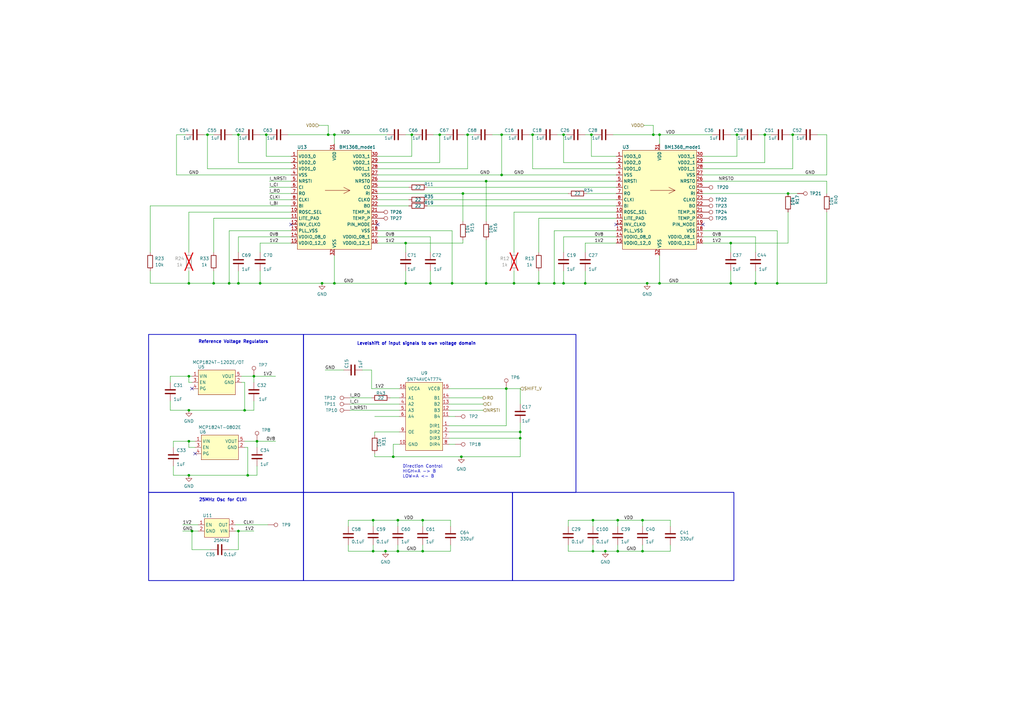
<source format=kicad_sch>
(kicad_sch
	(version 20231120)
	(generator "eeschema")
	(generator_version "8.0")
	(uuid "40795eae-28de-4986-9160-02f43c587d58")
	(paper "A3")
	(title_block
		(title "BitForgeNano")
		(date "2024-06-21")
		(rev "1.0")
		(comment 1 "Licensed under CERN-OHL-W version 2")
	)
	
	(junction
		(at 77.47 180.975)
		(diameter 0)
		(color 0 0 0 0)
		(uuid "06316301-2e48-46e7-8f78-f3b30928feba")
	)
	(junction
		(at 313.69 55.245)
		(diameter 0)
		(color 0 0 0 0)
		(uuid "09f5b165-f47b-47ba-916d-4af954449f5e")
	)
	(junction
		(at 105.41 180.975)
		(diameter 0.9144)
		(color 0 0 0 0)
		(uuid "0e19ce05-740e-44b3-82c0-1a6f3f322859")
	)
	(junction
		(at 270.51 55.245)
		(diameter 0)
		(color 0 0 0 0)
		(uuid "184ab11d-f1ad-4784-b9f3-82b2246a586d")
	)
	(junction
		(at 191.77 55.245)
		(diameter 0)
		(color 0 0 0 0)
		(uuid "26eff381-c896-4e7d-951c-368b7b53a9ee")
	)
	(junction
		(at 104.14 154.305)
		(diameter 0.9144)
		(color 0 0 0 0)
		(uuid "2a3ca027-7d91-445b-83cd-a232bb8270fc")
	)
	(junction
		(at 158.115 226.06)
		(diameter 0)
		(color 0 0 0 0)
		(uuid "2c354edb-de75-4c11-b7cb-a3d9c69c2d6d")
	)
	(junction
		(at 78.74 217.805)
		(diameter 0)
		(color 0 0 0 0)
		(uuid "35b5b688-8fba-414d-9cab-a498d1a8b307")
	)
	(junction
		(at 299.72 116.205)
		(diameter 0)
		(color 0 0 0 0)
		(uuid "38c32b8e-e58f-423c-a0d2-fc5efcd7e123")
	)
	(junction
		(at 97.79 55.245)
		(diameter 0)
		(color 0 0 0 0)
		(uuid "3f916aca-2917-4298-9492-44d661ef9457")
	)
	(junction
		(at 153.035 226.06)
		(diameter 0.9144)
		(color 0 0 0 0)
		(uuid "470accb6-a29c-4d2d-8646-f300bf4403ce")
	)
	(junction
		(at 213.36 179.705)
		(diameter 0)
		(color 0 0 0 0)
		(uuid "4aefe592-a36c-4223-93b4-aad10cf6138b")
	)
	(junction
		(at 243.205 226.06)
		(diameter 0.9144)
		(color 0 0 0 0)
		(uuid "4b537460-ed0f-45be-be59-937534135ad4")
	)
	(junction
		(at 248.285 226.06)
		(diameter 0)
		(color 0 0 0 0)
		(uuid "4d6cfa79-372c-4c3f-a179-6092791274bb")
	)
	(junction
		(at 77.47 154.305)
		(diameter 0)
		(color 0 0 0 0)
		(uuid "4f6eac26-02be-4dc2-89f3-4abc37ead24d")
	)
	(junction
		(at 185.42 116.205)
		(diameter 0)
		(color 0 0 0 0)
		(uuid "503ba77d-689d-41ed-96c5-fd3ad2d4c495")
	)
	(junction
		(at 265.43 116.205)
		(diameter 0)
		(color 0 0 0 0)
		(uuid "50f66245-a419-459b-ac32-47a848d07032")
	)
	(junction
		(at 97.79 217.805)
		(diameter 0)
		(color 0 0 0 0)
		(uuid "53657d7d-685b-4587-9213-73d8d8fc46dc")
	)
	(junction
		(at 134.62 55.245)
		(diameter 0)
		(color 0 0 0 0)
		(uuid "54ca09d1-5275-4b23-ba09-9e2e7810df56")
	)
	(junction
		(at 163.195 226.06)
		(diameter 0.9144)
		(color 0 0 0 0)
		(uuid "56fb92a3-d296-4131-a4ec-122c8d77b690")
	)
	(junction
		(at 180.34 55.245)
		(diameter 0)
		(color 0 0 0 0)
		(uuid "5cdf8aa7-9c49-4094-9951-837ef5cd706e")
	)
	(junction
		(at 325.12 55.245)
		(diameter 0)
		(color 0 0 0 0)
		(uuid "6083a821-caef-448a-a0ce-430922081f8d")
	)
	(junction
		(at 161.29 187.325)
		(diameter 0)
		(color 0 0 0 0)
		(uuid "6483c65d-f09d-4d0d-b4e6-edcbe4169076")
	)
	(junction
		(at 263.525 213.36)
		(diameter 0)
		(color 0 0 0 0)
		(uuid "65ce0f72-ad05-4eda-adca-b91c1d1fbe27")
	)
	(junction
		(at 163.195 213.36)
		(diameter 0.9144)
		(color 0 0 0 0)
		(uuid "66507a0c-92f5-4402-aeeb-ead62c7f83d8")
	)
	(junction
		(at 87.63 116.205)
		(diameter 0)
		(color 0 0 0 0)
		(uuid "69a66edc-1bfc-44e6-8436-851e38b8d2b8")
	)
	(junction
		(at 109.22 55.245)
		(diameter 0)
		(color 0 0 0 0)
		(uuid "6dd5af11-0aea-4c3e-804c-4e9435ea890f")
	)
	(junction
		(at 231.14 116.205)
		(diameter 0)
		(color 0 0 0 0)
		(uuid "7a7ea699-64c1-47d1-a3cc-bdd7b46cc79e")
	)
	(junction
		(at 100.33 168.275)
		(diameter 0.9144)
		(color 0 0 0 0)
		(uuid "7b3713bd-dfb3-4ca9-a08f-c5737e008a91")
	)
	(junction
		(at 205.74 55.245)
		(diameter 0)
		(color 0 0 0 0)
		(uuid "7b57f430-001c-445a-b7d1-9ce27d6f10bc")
	)
	(junction
		(at 263.525 226.06)
		(diameter 0)
		(color 0 0 0 0)
		(uuid "7e8454ad-33d2-4bbb-a581-babb0b745916")
	)
	(junction
		(at 243.205 213.36)
		(diameter 0.9144)
		(color 0 0 0 0)
		(uuid "7f5fe328-feef-4ef0-803b-91f44dc3549c")
	)
	(junction
		(at 213.36 177.165)
		(diameter 0)
		(color 0 0 0 0)
		(uuid "831ab686-5efe-4260-9fdf-a9981fac3006")
	)
	(junction
		(at 137.16 55.245)
		(diameter 0)
		(color 0 0 0 0)
		(uuid "85fb479a-4884-4c22-b9f1-365a9e5baf77")
	)
	(junction
		(at 270.51 116.205)
		(diameter 0)
		(color 0 0 0 0)
		(uuid "86eecff6-995c-4895-8ff4-d9ca3a626a3d")
	)
	(junction
		(at 227.33 116.205)
		(diameter 0)
		(color 0 0 0 0)
		(uuid "88c42a64-cf26-4425-9693-aa4833b21958")
	)
	(junction
		(at 253.365 226.06)
		(diameter 0.9144)
		(color 0 0 0 0)
		(uuid "8c087e1e-1a4b-4db0-bbc9-104c157e3d26")
	)
	(junction
		(at 101.6 194.945)
		(diameter 0.9144)
		(color 0 0 0 0)
		(uuid "8e3194dc-b1e4-4f88-a024-a972d37ae513")
	)
	(junction
		(at 153.035 213.36)
		(diameter 0.9144)
		(color 0 0 0 0)
		(uuid "8e78494f-8dff-41f9-a3fc-96c77c4c9808")
	)
	(junction
		(at 132.08 116.205)
		(diameter 0)
		(color 0 0 0 0)
		(uuid "8ef143db-4c7a-478c-abba-12fce10a8c71")
	)
	(junction
		(at 218.44 55.245)
		(diameter 0)
		(color 0 0 0 0)
		(uuid "92343399-b5da-4e76-847c-50da6257e36c")
	)
	(junction
		(at 189.865 79.375)
		(diameter 0)
		(color 0 0 0 0)
		(uuid "93778967-ed9d-47a5-ae60-44799e144999")
	)
	(junction
		(at 242.57 55.245)
		(diameter 0)
		(color 0 0 0 0)
		(uuid "9b5fd6b5-8969-4cb5-8cc2-a36690f16856")
	)
	(junction
		(at 210.82 116.205)
		(diameter 0)
		(color 0 0 0 0)
		(uuid "a1de7e1c-4d48-4ec2-905d-baa4691040a6")
	)
	(junction
		(at 93.98 116.205)
		(diameter 0)
		(color 0 0 0 0)
		(uuid "a4c58749-a2bf-4f87-951d-129466ae8d40")
	)
	(junction
		(at 299.72 99.695)
		(diameter 0)
		(color 0 0 0 0)
		(uuid "a73abe00-2452-4b6a-9de3-abe99b0396dd")
	)
	(junction
		(at 166.37 99.695)
		(diameter 0)
		(color 0 0 0 0)
		(uuid "a8cbfb98-b50e-45c9-bdbd-1713aa8320d2")
	)
	(junction
		(at 176.53 116.205)
		(diameter 0)
		(color 0 0 0 0)
		(uuid "a95d912b-986e-483a-927b-2ce7fbc47fda")
	)
	(junction
		(at 168.91 55.245)
		(diameter 0)
		(color 0 0 0 0)
		(uuid "ac405b6e-2e45-4ca4-ac01-d6fbecac66a9")
	)
	(junction
		(at 106.68 116.205)
		(diameter 0)
		(color 0 0 0 0)
		(uuid "afeebd01-de49-4bf5-aefe-a83792a619f5")
	)
	(junction
		(at 199.39 74.295)
		(diameter 0)
		(color 0 0 0 0)
		(uuid "b097c257-490c-485a-996c-e07a992d6950")
	)
	(junction
		(at 253.365 213.36)
		(diameter 0.9144)
		(color 0 0 0 0)
		(uuid "b1b2fcac-4307-4998-a039-af0125a99a76")
	)
	(junction
		(at 189.23 187.325)
		(diameter 0)
		(color 0 0 0 0)
		(uuid "b4bd7fb1-3933-4f21-b11c-2a3b12dce1db")
	)
	(junction
		(at 85.09 55.245)
		(diameter 0)
		(color 0 0 0 0)
		(uuid "b6558745-475f-4dc5-ba61-47b092630dd0")
	)
	(junction
		(at 77.47 194.945)
		(diameter 0)
		(color 0 0 0 0)
		(uuid "b8b89161-6d55-42c1-9fd2-c98209ffd370")
	)
	(junction
		(at 166.37 116.205)
		(diameter 0)
		(color 0 0 0 0)
		(uuid "b8b94d15-3ac9-4c9f-8d70-2090ce649779")
	)
	(junction
		(at 173.355 226.06)
		(diameter 0)
		(color 0 0 0 0)
		(uuid "d1110db7-3521-41bb-a1ba-4d34dce3639b")
	)
	(junction
		(at 309.88 116.205)
		(diameter 0)
		(color 0 0 0 0)
		(uuid "d1542b85-6da1-4137-aeb1-a5b0a2dfa13c")
	)
	(junction
		(at 220.98 116.205)
		(diameter 0)
		(color 0 0 0 0)
		(uuid "d1a99dfd-0975-4a11-9cc3-7cc7964377b7")
	)
	(junction
		(at 77.47 116.205)
		(diameter 0)
		(color 0 0 0 0)
		(uuid "d29a07ca-b29d-41f4-b77e-b39661642aa5")
	)
	(junction
		(at 240.03 116.205)
		(diameter 0)
		(color 0 0 0 0)
		(uuid "d6d57b1a-083d-43e2-b01f-2dc867fcd4fb")
	)
	(junction
		(at 323.215 79.375)
		(diameter 0)
		(color 0 0 0 0)
		(uuid "d8330001-de3d-49ea-9dff-ae49dd0a4963")
	)
	(junction
		(at 318.77 116.205)
		(diameter 0)
		(color 0 0 0 0)
		(uuid "d8fb0141-4b1a-4e68-9669-93fe9b97bbdb")
	)
	(junction
		(at 77.47 168.275)
		(diameter 0)
		(color 0 0 0 0)
		(uuid "deaf4c3d-c28b-45b8-8b8e-021ed2911fb4")
	)
	(junction
		(at 302.26 55.245)
		(diameter 0)
		(color 0 0 0 0)
		(uuid "df888fb3-5fb3-4d80-8989-36526b4c007d")
	)
	(junction
		(at 207.645 159.385)
		(diameter 0)
		(color 0 0 0 0)
		(uuid "e023198c-a41c-4957-bb72-cfd3c526422c")
	)
	(junction
		(at 173.355 213.36)
		(diameter 0)
		(color 0 0 0 0)
		(uuid "e1118f44-f7c7-489a-953b-255bc8fc2b68")
	)
	(junction
		(at 267.97 55.245)
		(diameter 0)
		(color 0 0 0 0)
		(uuid "ebce190e-ad54-4ae5-8238-3265e0272a5a")
	)
	(junction
		(at 137.16 116.205)
		(diameter 0)
		(color 0 0 0 0)
		(uuid "f7af97c9-7301-456a-890b-82215f5433bc")
	)
	(junction
		(at 199.39 116.205)
		(diameter 0)
		(color 0 0 0 0)
		(uuid "f85d51f9-cdbc-4096-be7b-dc37791edfbe")
	)
	(junction
		(at 231.14 55.245)
		(diameter 0)
		(color 0 0 0 0)
		(uuid "faedf5f9-6162-4edb-a61c-90c630411fc8")
	)
	(junction
		(at 205.74 71.755)
		(diameter 0)
		(color 0 0 0 0)
		(uuid "fecb4ac5-1436-4abe-a198-7d6802931613")
	)
	(junction
		(at 97.79 116.205)
		(diameter 0)
		(color 0 0 0 0)
		(uuid "ff07c85d-eab4-4d90-b5a8-889202e59d97")
	)
	(no_connect
		(at 288.29 92.075)
		(uuid "517e54af-4997-42c6-94e8-e3421a2ed210")
	)
	(no_connect
		(at 80.01 186.055)
		(uuid "563532f1-009d-43c3-ba3c-05f8eb57f175")
	)
	(no_connect
		(at 154.94 92.075)
		(uuid "6ea2954d-f144-4a91-b714-0fe14d8f5daa")
	)
	(no_connect
		(at 252.73 92.075)
		(uuid "7e0ed7c4-0d97-42cb-a5a2-2dd59a6ba49e")
	)
	(no_connect
		(at 78.74 159.385)
		(uuid "c5bb7002-dc49-4fe1-8c74-cc52856a8ff5")
	)
	(no_connect
		(at 119.38 92.075)
		(uuid "d6448f4f-544f-48ab-ab4c-4bd49c95f163")
	)
	(wire
		(pts
			(xy 175.26 84.455) (xy 252.73 84.455)
		)
		(stroke
			(width 0)
			(type default)
		)
		(uuid "00144526-a424-4383-908d-065990d3e7c2")
	)
	(wire
		(pts
			(xy 184.15 182.245) (xy 186.69 182.245)
		)
		(stroke
			(width 0)
			(type default)
		)
		(uuid "00ca64a8-df39-4961-b4a1-65eba57e045e")
	)
	(wire
		(pts
			(xy 104.14 154.305) (xy 104.14 156.845)
		)
		(stroke
			(width 0)
			(type solid)
		)
		(uuid "021d2a0b-bf5a-449b-9507-3c20806f69cf")
	)
	(wire
		(pts
			(xy 325.12 69.215) (xy 325.12 55.245)
		)
		(stroke
			(width 0)
			(type default)
		)
		(uuid "05359944-30db-472a-9f43-7e049d33cedd")
	)
	(wire
		(pts
			(xy 213.36 173.355) (xy 213.36 177.165)
		)
		(stroke
			(width 0)
			(type default)
		)
		(uuid "060516f4-8be9-475b-8d5a-50be989c9a4f")
	)
	(wire
		(pts
			(xy 302.26 55.245) (xy 303.53 55.245)
		)
		(stroke
			(width 0)
			(type default)
		)
		(uuid "076e2a75-131d-44b1-b936-4ba0b3823393")
	)
	(wire
		(pts
			(xy 109.22 55.245) (xy 110.49 55.245)
		)
		(stroke
			(width 0)
			(type default)
		)
		(uuid "07cef496-c3dc-4a0e-98bd-14c20cd5a448")
	)
	(wire
		(pts
			(xy 78.74 217.805) (xy 81.28 217.805)
		)
		(stroke
			(width 0)
			(type default)
		)
		(uuid "084520d4-51a5-416b-971d-eb3e22d561b5")
	)
	(wire
		(pts
			(xy 154.94 97.155) (xy 176.53 97.155)
		)
		(stroke
			(width 0)
			(type default)
		)
		(uuid "09084645-9a57-4e27-92e5-8c295308c039")
	)
	(wire
		(pts
			(xy 97.79 55.245) (xy 99.06 55.245)
		)
		(stroke
			(width 0)
			(type default)
		)
		(uuid "093e4019-ccce-498c-a4de-3515f8c71126")
	)
	(wire
		(pts
			(xy 339.09 86.995) (xy 339.09 116.205)
		)
		(stroke
			(width 0)
			(type default)
		)
		(uuid "0ac2194e-4cf6-432a-9344-8ccb496fffef")
	)
	(wire
		(pts
			(xy 184.785 223.52) (xy 184.785 226.06)
		)
		(stroke
			(width 0)
			(type default)
		)
		(uuid "0b6e4be4-e61b-48b1-a7a0-450affd5631f")
	)
	(wire
		(pts
			(xy 173.355 226.06) (xy 163.195 226.06)
		)
		(stroke
			(width 0)
			(type solid)
		)
		(uuid "0dab447c-6d93-43d6-af71-ab71ce4a6553")
	)
	(wire
		(pts
			(xy 184.15 170.815) (xy 186.69 170.815)
		)
		(stroke
			(width 0)
			(type default)
		)
		(uuid "0ddf3c00-e254-46aa-a580-e56ea2390f34")
	)
	(wire
		(pts
			(xy 152.4 159.385) (xy 163.83 159.385)
		)
		(stroke
			(width 0)
			(type default)
		)
		(uuid "0e5c1446-e0e5-4f35-8514-56161d735ac0")
	)
	(wire
		(pts
			(xy 71.12 180.975) (xy 77.47 180.975)
		)
		(stroke
			(width 0)
			(type solid)
		)
		(uuid "0ff2ef7d-378e-41f1-899a-798fecd7df72")
	)
	(wire
		(pts
			(xy 175.26 81.915) (xy 252.73 81.915)
		)
		(stroke
			(width 0)
			(type default)
		)
		(uuid "1078f992-746f-471d-adbe-743eb0a2dbf4")
	)
	(wire
		(pts
			(xy 240.665 79.375) (xy 252.73 79.375)
		)
		(stroke
			(width 0)
			(type default)
		)
		(uuid "10cc4b24-14d1-425d-95ec-1b1647f9196e")
	)
	(wire
		(pts
			(xy 97.79 97.155) (xy 119.38 97.155)
		)
		(stroke
			(width 0)
			(type default)
		)
		(uuid "10eaee10-4977-40e0-89dd-11185cdae7e7")
	)
	(wire
		(pts
			(xy 205.74 55.245) (xy 209.55 55.245)
		)
		(stroke
			(width 0)
			(type default)
		)
		(uuid "11fc31bc-6741-425b-81b4-f52ce6dc1e85")
	)
	(wire
		(pts
			(xy 78.74 225.425) (xy 78.74 217.805)
		)
		(stroke
			(width 0)
			(type default)
		)
		(uuid "12ad159f-2e17-494e-beb3-b375b63bba7f")
	)
	(wire
		(pts
			(xy 185.42 116.205) (xy 199.39 116.205)
		)
		(stroke
			(width 0)
			(type default)
		)
		(uuid "13414dcb-10b3-4810-b396-4c7f520ee92a")
	)
	(wire
		(pts
			(xy 270.51 116.205) (xy 299.72 116.205)
		)
		(stroke
			(width 0)
			(type default)
		)
		(uuid "13b6eeb7-8fda-41d2-ba20-47e9539b7ed3")
	)
	(wire
		(pts
			(xy 184.15 159.385) (xy 207.645 159.385)
		)
		(stroke
			(width 0)
			(type default)
		)
		(uuid "13d70405-e2b9-4c21-858a-7ec6934610a4")
	)
	(wire
		(pts
			(xy 142.875 213.36) (xy 153.035 213.36)
		)
		(stroke
			(width 0)
			(type solid)
		)
		(uuid "156d779f-c115-4f64-b8f1-df6e283e4ade")
	)
	(wire
		(pts
			(xy 100.33 168.275) (xy 77.47 168.275)
		)
		(stroke
			(width 0)
			(type solid)
		)
		(uuid "15d68085-e8ca-47a6-9d50-baf6913613df")
	)
	(wire
		(pts
			(xy 137.16 116.205) (xy 166.37 116.205)
		)
		(stroke
			(width 0)
			(type default)
		)
		(uuid "16ab85e0-7b42-4512-86dc-9ecbaddd7561")
	)
	(wire
		(pts
			(xy 180.34 55.245) (xy 182.88 55.245)
		)
		(stroke
			(width 0)
			(type default)
		)
		(uuid "1c575c2f-1e5d-4a50-8de9-5520ea4e1b83")
	)
	(wire
		(pts
			(xy 288.29 69.215) (xy 325.12 69.215)
		)
		(stroke
			(width 0)
			(type default)
		)
		(uuid "1d858dc1-d910-4010-8185-1192ddb9a83e")
	)
	(wire
		(pts
			(xy 163.83 177.165) (xy 153.67 177.165)
		)
		(stroke
			(width 0)
			(type default)
		)
		(uuid "1d98ceb0-b098-422b-b674-900a5cfbad81")
	)
	(wire
		(pts
			(xy 163.195 226.06) (xy 158.115 226.06)
		)
		(stroke
			(width 0)
			(type solid)
		)
		(uuid "1dbd1593-0e0b-43b0-803a-989b18bff70e")
	)
	(wire
		(pts
			(xy 302.26 64.135) (xy 302.26 55.245)
		)
		(stroke
			(width 0)
			(type default)
		)
		(uuid "20abffc5-409c-4bfe-b133-4b11d56ef1aa")
	)
	(wire
		(pts
			(xy 292.1 55.245) (xy 270.51 55.245)
		)
		(stroke
			(width 0)
			(type default)
		)
		(uuid "220c4503-da9d-422d-8ec6-a5d8c91316aa")
	)
	(wire
		(pts
			(xy 191.77 69.215) (xy 191.77 55.245)
		)
		(stroke
			(width 0)
			(type default)
		)
		(uuid "235ce656-f55e-48be-bb40-d439332cfb00")
	)
	(wire
		(pts
			(xy 119.38 94.615) (xy 93.98 94.615)
		)
		(stroke
			(width 0)
			(type default)
		)
		(uuid "237496b8-e759-4e46-8d5c-6defe38a89f7")
	)
	(wire
		(pts
			(xy 106.68 111.125) (xy 106.68 116.205)
		)
		(stroke
			(width 0)
			(type default)
		)
		(uuid "23d6fe0e-c13b-4dc8-ba8b-ed262796d45a")
	)
	(wire
		(pts
			(xy 69.85 154.305) (xy 77.47 154.305)
		)
		(stroke
			(width 0)
			(type solid)
		)
		(uuid "23e8827a-2f25-4a18-9bc9-e3702a7b8e8f")
	)
	(wire
		(pts
			(xy 173.355 226.06) (xy 184.785 226.06)
		)
		(stroke
			(width 0)
			(type default)
		)
		(uuid "240f4c37-166e-432b-bbbb-1a626c82987b")
	)
	(wire
		(pts
			(xy 243.205 215.9) (xy 243.205 213.36)
		)
		(stroke
			(width 0)
			(type solid)
		)
		(uuid "243b9031-9a73-4f67-89b7-bee6b0566aa0")
	)
	(wire
		(pts
			(xy 288.29 74.295) (xy 339.09 74.295)
		)
		(stroke
			(width 0)
			(type default)
		)
		(uuid "2481dad3-ce9f-4e02-bd89-8843ca04da59")
	)
	(wire
		(pts
			(xy 323.215 79.375) (xy 327.025 79.375)
		)
		(stroke
			(width 0)
			(type default)
		)
		(uuid "25664a64-3be1-4f3c-ae8b-b8f9040b1276")
	)
	(wire
		(pts
			(xy 189.23 187.325) (xy 213.36 187.325)
		)
		(stroke
			(width 0)
			(type default)
		)
		(uuid "25a08947-fe1b-44bc-a07b-37bb5d835ba3")
	)
	(wire
		(pts
			(xy 253.365 226.06) (xy 248.285 226.06)
		)
		(stroke
			(width 0)
			(type solid)
		)
		(uuid "26cf7cc1-6834-4411-98a9-c2cecad8d2ba")
	)
	(wire
		(pts
			(xy 309.88 116.205) (xy 318.77 116.205)
		)
		(stroke
			(width 0)
			(type default)
		)
		(uuid "27128470-9ee3-4704-9535-a52607a0af19")
	)
	(wire
		(pts
			(xy 270.51 104.775) (xy 270.51 116.205)
		)
		(stroke
			(width 0)
			(type default)
		)
		(uuid "27a88cef-46b3-47a7-90dc-3db6cf91c3bf")
	)
	(wire
		(pts
			(xy 72.39 55.245) (xy 76.2 55.245)
		)
		(stroke
			(width 0)
			(type default)
		)
		(uuid "286142f3-08a8-46f1-aafc-5cc670a89cfd")
	)
	(wire
		(pts
			(xy 96.52 215.265) (xy 109.855 215.265)
		)
		(stroke
			(width 0)
			(type default)
		)
		(uuid "28c16237-a375-4f21-b715-b8c43fcdb012")
	)
	(wire
		(pts
			(xy 97.79 217.805) (xy 104.14 217.805)
		)
		(stroke
			(width 0)
			(type default)
		)
		(uuid "28fba0d2-a9b5-4bbb-bad3-2a97146ae867")
	)
	(wire
		(pts
			(xy 143.51 165.735) (xy 163.83 165.735)
		)
		(stroke
			(width 0)
			(type default)
		)
		(uuid "296af8ca-635a-4731-9379-2cb6e15d7b82")
	)
	(wire
		(pts
			(xy 213.36 179.705) (xy 213.36 187.325)
		)
		(stroke
			(width 0)
			(type default)
		)
		(uuid "29a55fff-b4f1-419e-bcfb-57c40b284f27")
	)
	(wire
		(pts
			(xy 231.14 97.155) (xy 252.73 97.155)
		)
		(stroke
			(width 0)
			(type default)
		)
		(uuid "2ad9d8da-7ffc-423c-b7b6-a1a5df5390ea")
	)
	(wire
		(pts
			(xy 166.37 111.125) (xy 166.37 116.205)
		)
		(stroke
			(width 0)
			(type default)
		)
		(uuid "2b6cfeec-a782-42ab-a37b-88c891d4ad21")
	)
	(wire
		(pts
			(xy 240.03 116.205) (xy 265.43 116.205)
		)
		(stroke
			(width 0)
			(type default)
		)
		(uuid "2c66f2cc-f38d-4653-a87c-8f1a967455d1")
	)
	(wire
		(pts
			(xy 185.42 94.615) (xy 185.42 116.205)
		)
		(stroke
			(width 0)
			(type default)
		)
		(uuid "2eb2a942-7ba3-4a1b-8fce-88ef7492f39a")
	)
	(wire
		(pts
			(xy 152.4 151.765) (xy 152.4 159.385)
		)
		(stroke
			(width 0)
			(type default)
		)
		(uuid "308859cd-1424-4009-b837-a4b54d0f47dc")
	)
	(wire
		(pts
			(xy 106.68 99.695) (xy 106.68 103.505)
		)
		(stroke
			(width 0)
			(type default)
		)
		(uuid "32b4617f-3843-4262-83b9-cf8c093da35b")
	)
	(wire
		(pts
			(xy 248.285 226.06) (xy 243.205 226.06)
		)
		(stroke
			(width 0)
			(type solid)
		)
		(uuid "333f9ed1-8365-48fe-875c-2e77965214ba")
	)
	(wire
		(pts
			(xy 288.29 99.695) (xy 299.72 99.695)
		)
		(stroke
			(width 0)
			(type default)
		)
		(uuid "35707ff2-91e2-4615-8887-5edafebddfef")
	)
	(wire
		(pts
			(xy 253.365 223.52) (xy 253.365 226.06)
		)
		(stroke
			(width 0)
			(type solid)
		)
		(uuid "35d67729-0e21-4384-b48a-8aa86df7c113")
	)
	(wire
		(pts
			(xy 101.6 183.515) (xy 100.33 183.515)
		)
		(stroke
			(width 0)
			(type default)
		)
		(uuid "36388624-255a-419a-a042-31b2c298e170")
	)
	(wire
		(pts
			(xy 228.6 55.245) (xy 231.14 55.245)
		)
		(stroke
			(width 0)
			(type default)
		)
		(uuid "37bc0630-1259-4a5d-938d-3404e24dea4d")
	)
	(wire
		(pts
			(xy 288.29 71.755) (xy 339.09 71.755)
		)
		(stroke
			(width 0)
			(type default)
		)
		(uuid "385e4b13-5182-4e3b-8dcf-f711fb808acf")
	)
	(wire
		(pts
			(xy 153.67 170.815) (xy 163.83 170.815)
		)
		(stroke
			(width 0)
			(type default)
		)
		(uuid "3983410c-6075-48aa-8ade-e0d1745feba4")
	)
	(wire
		(pts
			(xy 207.645 159.385) (xy 213.36 159.385)
		)
		(stroke
			(width 0)
			(type default)
		)
		(uuid "39ba8207-47d6-4b3c-82e2-ba2897c718a5")
	)
	(wire
		(pts
			(xy 240.03 99.695) (xy 240.03 103.505)
		)
		(stroke
			(width 0)
			(type default)
		)
		(uuid "3b6a1855-ad9c-41a4-8baa-aa4d5c58b328")
	)
	(wire
		(pts
			(xy 288.29 97.155) (xy 309.88 97.155)
		)
		(stroke
			(width 0)
			(type default)
		)
		(uuid "3bc7aa27-3350-46bc-b18e-59ea18367812")
	)
	(wire
		(pts
			(xy 217.17 55.245) (xy 218.44 55.245)
		)
		(stroke
			(width 0)
			(type default)
		)
		(uuid "3c2a33dc-5d74-4e92-b71c-91cb539355cf")
	)
	(wire
		(pts
			(xy 143.51 163.195) (xy 152.4 163.195)
		)
		(stroke
			(width 0)
			(type default)
		)
		(uuid "3c2b2a3c-2ae2-4bc2-b8a1-3e34056b43a9")
	)
	(wire
		(pts
			(xy 339.09 71.755) (xy 339.09 55.245)
		)
		(stroke
			(width 0)
			(type default)
		)
		(uuid "3cb6fc0e-adbf-4f38-b70f-8262ed76707f")
	)
	(wire
		(pts
			(xy 227.33 116.205) (xy 231.14 116.205)
		)
		(stroke
			(width 0)
			(type default)
		)
		(uuid "3dc208bf-6ce7-4c2c-8f1e-c50f62d79606")
	)
	(wire
		(pts
			(xy 166.37 116.205) (xy 176.53 116.205)
		)
		(stroke
			(width 0)
			(type default)
		)
		(uuid "3e46800d-1199-48dc-9369-855994787802")
	)
	(wire
		(pts
			(xy 110.49 74.295) (xy 119.38 74.295)
		)
		(stroke
			(width 0)
			(type default)
		)
		(uuid "3e933085-401a-4516-9f61-4ef5a14d8982")
	)
	(wire
		(pts
			(xy 154.94 69.215) (xy 191.77 69.215)
		)
		(stroke
			(width 0)
			(type default)
		)
		(uuid "3ebae562-77cd-4481-a5e8-e77358f7534a")
	)
	(wire
		(pts
			(xy 97.79 111.125) (xy 97.79 116.205)
		)
		(stroke
			(width 0)
			(type default)
		)
		(uuid "3faeaafb-31fe-4320-8ce6-c55c18eb43ca")
	)
	(wire
		(pts
			(xy 77.47 86.995) (xy 77.47 103.505)
		)
		(stroke
			(width 0)
			(type default)
		)
		(uuid "416ea806-b32d-4356-8f15-1b52dcb94580")
	)
	(wire
		(pts
			(xy 274.955 223.52) (xy 274.955 226.06)
		)
		(stroke
			(width 0)
			(type default)
		)
		(uuid "41d7edd1-964e-45d6-afeb-e71f3ea48803")
	)
	(wire
		(pts
			(xy 161.29 182.245) (xy 161.29 187.325)
		)
		(stroke
			(width 0)
			(type default)
		)
		(uuid "42d1d564-e5c7-4cae-ad84-a6b601965d38")
	)
	(wire
		(pts
			(xy 105.41 191.135) (xy 105.41 194.945)
		)
		(stroke
			(width 0)
			(type default)
		)
		(uuid "4463f57b-4be6-4eb3-9a58-9333b7d8e90a")
	)
	(wire
		(pts
			(xy 189.865 79.375) (xy 189.865 90.805)
		)
		(stroke
			(width 0)
			(type default)
		)
		(uuid "4499d1b5-39e7-4605-a6af-0b7e7fecc8f0")
	)
	(wire
		(pts
			(xy 119.38 89.535) (xy 87.63 89.535)
		)
		(stroke
			(width 0)
			(type default)
		)
		(uuid "4544accb-9e95-4721-95b2-1f3f3e7c124b")
	)
	(wire
		(pts
			(xy 134.62 55.245) (xy 137.16 55.245)
		)
		(stroke
			(width 0)
			(type default)
		)
		(uuid "454a0659-ac6b-4f15-915f-e8e0fb88cbd4")
	)
	(wire
		(pts
			(xy 189.865 99.695) (xy 166.37 99.695)
		)
		(stroke
			(width 0)
			(type default)
		)
		(uuid "46a5aa9e-a182-45d3-a151-5bdbeb6741a1")
	)
	(wire
		(pts
			(xy 240.03 111.125) (xy 240.03 116.205)
		)
		(stroke
			(width 0)
			(type default)
		)
		(uuid "46d8e7f4-046d-4a0d-b35d-4481c7befa1f")
	)
	(wire
		(pts
			(xy 99.06 154.305) (xy 104.14 154.305)
		)
		(stroke
			(width 0)
			(type solid)
		)
		(uuid "4831fe83-10f6-4189-9c32-691d578effd5")
	)
	(wire
		(pts
			(xy 252.73 71.755) (xy 205.74 71.755)
		)
		(stroke
			(width 0)
			(type default)
		)
		(uuid "4851e393-adeb-4a7f-95e4-66b0e0c67abc")
	)
	(wire
		(pts
			(xy 263.525 223.52) (xy 263.525 226.06)
		)
		(stroke
			(width 0)
			(type solid)
		)
		(uuid "487cced1-09da-4aa8-9d52-53825bdce5f8")
	)
	(wire
		(pts
			(xy 240.03 99.695) (xy 252.73 99.695)
		)
		(stroke
			(width 0)
			(type default)
		)
		(uuid "48cca622-3e4b-4a21-93be-5b54f6c3bed3")
	)
	(wire
		(pts
			(xy 61.595 84.455) (xy 61.595 103.505)
		)
		(stroke
			(width 0)
			(type default)
		)
		(uuid "494af2b6-5159-499a-bdef-82061af606a4")
	)
	(wire
		(pts
			(xy 154.94 79.375) (xy 189.865 79.375)
		)
		(stroke
			(width 0)
			(type default)
		)
		(uuid "49efa3d8-e966-46a6-bbe3-56d7c1a44357")
	)
	(wire
		(pts
			(xy 339.09 79.375) (xy 339.09 74.295)
		)
		(stroke
			(width 0)
			(type default)
		)
		(uuid "4a00c7f3-0653-4dc1-99be-422c705f0df3")
	)
	(wire
		(pts
			(xy 137.16 55.245) (xy 137.16 59.055)
		)
		(stroke
			(width 0)
			(type default)
		)
		(uuid "4a2922e8-f7f8-4470-b0ce-f5786733ee66")
	)
	(wire
		(pts
			(xy 137.16 104.775) (xy 137.16 116.205)
		)
		(stroke
			(width 0)
			(type default)
		)
		(uuid "4c61b5b5-4a07-40a0-b06d-f7f567a9aca6")
	)
	(wire
		(pts
			(xy 130.81 51.435) (xy 134.62 51.435)
		)
		(stroke
			(width 0)
			(type default)
		)
		(uuid "4c8551d9-7f12-4d2c-99bd-59811084ec02")
	)
	(wire
		(pts
			(xy 77.47 183.515) (xy 77.47 180.975)
		)
		(stroke
			(width 0)
			(type solid)
		)
		(uuid "4ce9b2e3-a685-4626-bbb2-c5fc0efd040e")
	)
	(wire
		(pts
			(xy 154.94 84.455) (xy 167.64 84.455)
		)
		(stroke
			(width 0)
			(type default)
		)
		(uuid "4e567a4e-7aa4-49b1-b7aa-d90242a5fadc")
	)
	(wire
		(pts
			(xy 176.53 111.125) (xy 176.53 116.205)
		)
		(stroke
			(width 0)
			(type default)
		)
		(uuid "4ea71842-a3fb-42c0-a0fd-fd00951d1a78")
	)
	(wire
		(pts
			(xy 106.68 116.205) (xy 132.08 116.205)
		)
		(stroke
			(width 0)
			(type default)
		)
		(uuid "4f2d21fb-6edb-417a-93ea-440dc3d69555")
	)
	(wire
		(pts
			(xy 77.47 194.945) (xy 71.12 194.945)
		)
		(stroke
			(width 0)
			(type solid)
		)
		(uuid "4f7c5032-43c6-493c-a655-3a24d2645739")
	)
	(wire
		(pts
			(xy 77.47 116.205) (xy 87.63 116.205)
		)
		(stroke
			(width 0)
			(type default)
		)
		(uuid "52eef1d8-b40a-4f14-8546-573260eb4976")
	)
	(wire
		(pts
			(xy 74.93 215.265) (xy 81.28 215.265)
		)
		(stroke
			(width 0)
			(type default)
		)
		(uuid "532334bf-5e42-4c7f-95bd-f9d0e3af1dc7")
	)
	(wire
		(pts
			(xy 191.77 55.245) (xy 194.31 55.245)
		)
		(stroke
			(width 0)
			(type default)
		)
		(uuid "533a4229-1331-479c-90cd-5b4997e33aff")
	)
	(wire
		(pts
			(xy 242.57 55.245) (xy 242.57 64.135)
		)
		(stroke
			(width 0)
			(type default)
		)
		(uuid "53f90172-a83e-4480-b159-67de4b678e86")
	)
	(wire
		(pts
			(xy 106.68 55.245) (xy 109.22 55.245)
		)
		(stroke
			(width 0)
			(type default)
		)
		(uuid "562fe901-d07e-4480-b529-8c5c66c20105")
	)
	(wire
		(pts
			(xy 154.94 74.295) (xy 199.39 74.295)
		)
		(stroke
			(width 0)
			(type default)
		)
		(uuid "56874bde-5565-43fc-878f-2ee0c981212b")
	)
	(wire
		(pts
			(xy 288.29 94.615) (xy 318.77 94.615)
		)
		(stroke
			(width 0)
			(type default)
		)
		(uuid "56defb2c-61ee-41f0-a905-34595e35c3a3")
	)
	(wire
		(pts
			(xy 134.62 51.435) (xy 134.62 55.245)
		)
		(stroke
			(width 0)
			(type default)
		)
		(uuid "570f07de-0860-474c-b6d6-855f6da41976")
	)
	(wire
		(pts
			(xy 210.82 86.995) (xy 210.82 103.505)
		)
		(stroke
			(width 0)
			(type default)
		)
		(uuid "57bcdcfc-21e2-457a-b09b-4b5f487fb7fc")
	)
	(wire
		(pts
			(xy 218.44 69.215) (xy 252.73 69.215)
		)
		(stroke
			(width 0)
			(type default)
		)
		(uuid "57d87f7b-c6e6-47cf-be1b-cf35141fe5fe")
	)
	(wire
		(pts
			(xy 199.39 90.805) (xy 199.39 74.295)
		)
		(stroke
			(width 0)
			(type default)
		)
		(uuid "582979e5-b324-4f3d-af7d-43356b0a1e72")
	)
	(wire
		(pts
			(xy 173.355 223.52) (xy 173.355 226.06)
		)
		(stroke
			(width 0)
			(type solid)
		)
		(uuid "588c1ea9-907d-44b5-a165-c5bfa46719b9")
	)
	(wire
		(pts
			(xy 77.47 86.995) (xy 119.38 86.995)
		)
		(stroke
			(width 0)
			(type default)
		)
		(uuid "59027408-f576-46d1-bc16-728c490d3e81")
	)
	(wire
		(pts
			(xy 313.69 55.245) (xy 316.23 55.245)
		)
		(stroke
			(width 0)
			(type default)
		)
		(uuid "599e33cd-dd0b-47c1-8ac5-8c5184835364")
	)
	(wire
		(pts
			(xy 180.34 66.675) (xy 180.34 55.245)
		)
		(stroke
			(width 0)
			(type default)
		)
		(uuid "5a5b67ba-a226-4162-a0b1-e0d8a24d501b")
	)
	(wire
		(pts
			(xy 184.15 179.705) (xy 213.36 179.705)
		)
		(stroke
			(width 0)
			(type default)
		)
		(uuid "5a7631f4-5495-46a9-add5-4c3031c28274")
	)
	(wire
		(pts
			(xy 161.29 187.325) (xy 153.67 187.325)
		)
		(stroke
			(width 0)
			(type default)
		)
		(uuid "5b7a5684-368c-4ffc-bb54-66feae30cbcb")
	)
	(wire
		(pts
			(xy 106.68 99.695) (xy 119.38 99.695)
		)
		(stroke
			(width 0)
			(type default)
		)
		(uuid "5c28c5bd-7135-44fb-9d33-26ef9b11251a")
	)
	(wire
		(pts
			(xy 309.88 97.155) (xy 309.88 103.505)
		)
		(stroke
			(width 0)
			(type default)
		)
		(uuid "5cab8398-cf44-441e-afb4-b27e6231d6fa")
	)
	(wire
		(pts
			(xy 210.82 86.995) (xy 252.73 86.995)
		)
		(stroke
			(width 0)
			(type default)
		)
		(uuid "5d617ce8-7499-4525-bbf2-cb3c5d36bb8d")
	)
	(wire
		(pts
			(xy 95.25 55.245) (xy 97.79 55.245)
		)
		(stroke
			(width 0)
			(type default)
		)
		(uuid "60bbcccf-1f79-4765-92f5-f4125ac0d118")
	)
	(wire
		(pts
			(xy 163.83 182.245) (xy 161.29 182.245)
		)
		(stroke
			(width 0)
			(type default)
		)
		(uuid "62263a66-ec5c-46c0-838e-e3dd30bdda1b")
	)
	(wire
		(pts
			(xy 270.51 55.245) (xy 270.51 59.055)
		)
		(stroke
			(width 0)
			(type default)
		)
		(uuid "647a914e-8322-478d-ba8e-442e1f2021e4")
	)
	(wire
		(pts
			(xy 153.67 177.165) (xy 153.67 178.435)
		)
		(stroke
			(width 0)
			(type default)
		)
		(uuid "65da1f33-134f-4672-b167-1b4efcae12cd")
	)
	(wire
		(pts
			(xy 323.215 86.995) (xy 323.215 99.695)
		)
		(stroke
			(width 0)
			(type default)
		)
		(uuid "6617bdb2-27ed-426e-9c2c-65dbeeb762fe")
	)
	(wire
		(pts
			(xy 207.645 174.625) (xy 207.645 159.385)
		)
		(stroke
			(width 0)
			(type default)
		)
		(uuid "664616bf-0404-4725-8c8a-bcb75699ef0d")
	)
	(wire
		(pts
			(xy 220.98 116.205) (xy 227.33 116.205)
		)
		(stroke
			(width 0)
			(type default)
		)
		(uuid "672f4406-bfa2-4323-8237-ae85193d18b7")
	)
	(wire
		(pts
			(xy 110.49 76.835) (xy 119.38 76.835)
		)
		(stroke
			(width 0)
			(type default)
		)
		(uuid "680974db-05d6-40bf-a875-fd81b5acb1cc")
	)
	(wire
		(pts
			(xy 104.14 168.275) (xy 100.33 168.275)
		)
		(stroke
			(width 0)
			(type solid)
		)
		(uuid "689fa578-d8f0-4a84-92a4-aed05c523cde")
	)
	(wire
		(pts
			(xy 74.93 217.805) (xy 78.74 217.805)
		)
		(stroke
			(width 0)
			(type default)
		)
		(uuid "69f6ad99-2139-4f2b-87c3-9c1d45e046f1")
	)
	(wire
		(pts
			(xy 85.09 69.215) (xy 85.09 55.245)
		)
		(stroke
			(width 0)
			(type default)
		)
		(uuid "6b8d3e0d-e214-4990-81ee-83ba352c71c6")
	)
	(wire
		(pts
			(xy 299.72 111.125) (xy 299.72 116.205)
		)
		(stroke
			(width 0)
			(type default)
		)
		(uuid "6cf52c86-ccba-423d-a5ac-28b34a420452")
	)
	(wire
		(pts
			(xy 154.94 76.835) (xy 167.64 76.835)
		)
		(stroke
			(width 0)
			(type default)
		)
		(uuid "6e97785b-cbca-4d79-8d64-c76b3a98b93d")
	)
	(wire
		(pts
			(xy 71.12 180.975) (xy 71.12 183.515)
		)
		(stroke
			(width 0)
			(type solid)
		)
		(uuid "6f402430-f486-4cd4-bf93-86f257ac1414")
	)
	(wire
		(pts
			(xy 163.195 215.9) (xy 163.195 213.36)
		)
		(stroke
			(width 0)
			(type solid)
		)
		(uuid "71af415e-cfd7-40f4-b556-16a1bab6f849")
	)
	(wire
		(pts
			(xy 109.22 55.245) (xy 109.22 64.135)
		)
		(stroke
			(width 0)
			(type default)
		)
		(uuid "731f5e2f-bb5c-4d97-87b2-9878b7559c78")
	)
	(wire
		(pts
			(xy 142.875 223.52) (xy 142.875 226.06)
		)
		(stroke
			(width 0)
			(type solid)
		)
		(uuid "73390a60-0b35-49fb-a1a3-9822ec0fe5b1")
	)
	(wire
		(pts
			(xy 87.63 89.535) (xy 87.63 103.505)
		)
		(stroke
			(width 0)
			(type default)
		)
		(uuid "73515855-88ba-4075-8b14-334b5a3e8f79")
	)
	(wire
		(pts
			(xy 288.29 66.675) (xy 313.69 66.675)
		)
		(stroke
			(width 0)
			(type default)
		)
		(uuid "752cab7f-8f14-4b6b-8310-bc25891c2cf4")
	)
	(wire
		(pts
			(xy 267.97 51.435) (xy 267.97 55.245)
		)
		(stroke
			(width 0)
			(type default)
		)
		(uuid "7534096d-815a-403a-bfdb-df7a2b6526f2")
	)
	(wire
		(pts
			(xy 154.94 99.695) (xy 166.37 99.695)
		)
		(stroke
			(width 0)
			(type default)
		)
		(uuid "7a1e83bf-b38c-4327-ade9-de67a3bd8183")
	)
	(wire
		(pts
			(xy 163.83 168.275) (xy 143.51 168.275)
		)
		(stroke
			(width 0)
			(type default)
		)
		(uuid "7a6db210-61d1-4ed7-aa6a-c227d4a7a77e")
	)
	(wire
		(pts
			(xy 118.11 55.245) (xy 134.62 55.245)
		)
		(stroke
			(width 0)
			(type default)
		)
		(uuid "7f700a70-fef6-4385-8bb8-1cc9c3ea7a36")
	)
	(wire
		(pts
			(xy 190.5 55.245) (xy 191.77 55.245)
		)
		(stroke
			(width 0)
			(type default)
		)
		(uuid "8075eb31-992e-40d1-bd3d-81b6ef0862d2")
	)
	(wire
		(pts
			(xy 263.525 226.06) (xy 253.365 226.06)
		)
		(stroke
			(width 0)
			(type solid)
		)
		(uuid "81d05535-497a-4d11-9c95-4bbde2e7658a")
	)
	(wire
		(pts
			(xy 83.82 55.245) (xy 85.09 55.245)
		)
		(stroke
			(width 0)
			(type default)
		)
		(uuid "83275628-ff51-47e4-9cba-d083bac5710e")
	)
	(wire
		(pts
			(xy 325.12 55.245) (xy 327.66 55.245)
		)
		(stroke
			(width 0)
			(type default)
		)
		(uuid "844d4cc0-2bd3-4ebd-b367-f2bd2c9ce3a6")
	)
	(wire
		(pts
			(xy 184.15 165.735) (xy 198.12 165.735)
		)
		(stroke
			(width 0)
			(type default)
		)
		(uuid "84724845-5616-4803-98fb-33e31e2f43f3")
	)
	(wire
		(pts
			(xy 97.79 225.425) (xy 97.79 217.805)
		)
		(stroke
			(width 0)
			(type default)
		)
		(uuid "856256a7-2bea-420c-9bc2-d0caebc3eaea")
	)
	(wire
		(pts
			(xy 105.41 180.975) (xy 105.41 183.515)
		)
		(stroke
			(width 0)
			(type solid)
		)
		(uuid "858e4ce0-8bd3-4774-93d9-2e7237643035")
	)
	(wire
		(pts
			(xy 153.035 223.52) (xy 153.035 226.06)
		)
		(stroke
			(width 0)
			(type solid)
		)
		(uuid "86503649-c80a-4b6c-a6cf-b70ea646c369")
	)
	(wire
		(pts
			(xy 252.73 89.535) (xy 220.98 89.535)
		)
		(stroke
			(width 0)
			(type default)
		)
		(uuid "865864a0-b750-46cb-b492-66621c56a649")
	)
	(wire
		(pts
			(xy 101.6 194.945) (xy 77.47 194.945)
		)
		(stroke
			(width 0)
			(type solid)
		)
		(uuid "876ad80e-f5ca-4d1c-a41c-44d90e9e3da1")
	)
	(wire
		(pts
			(xy 265.43 116.205) (xy 270.51 116.205)
		)
		(stroke
			(width 0)
			(type default)
		)
		(uuid "89690b11-13e1-44d2-9b48-923fcdaaa59b")
	)
	(wire
		(pts
			(xy 184.15 174.625) (xy 207.645 174.625)
		)
		(stroke
			(width 0)
			(type default)
		)
		(uuid "8b311013-bad6-4ec0-bff9-33e9b2c324f4")
	)
	(wire
		(pts
			(xy 105.41 180.975) (xy 113.03 180.975)
		)
		(stroke
			(width 0)
			(type solid)
		)
		(uuid "8c5812a9-2dd7-4ed2-913c-d086a552ff2a")
	)
	(wire
		(pts
			(xy 233.045 215.9) (xy 233.045 213.36)
		)
		(stroke
			(width 0)
			(type solid)
		)
		(uuid "8f6b8559-75be-4288-94eb-cca9bbe593ef")
	)
	(wire
		(pts
			(xy 253.365 215.9) (xy 253.365 213.36)
		)
		(stroke
			(width 0)
			(type solid)
		)
		(uuid "903d7cd4-17d3-47d4-8bc5-be20e649cf98")
	)
	(wire
		(pts
			(xy 148.59 151.765) (xy 152.4 151.765)
		)
		(stroke
			(width 0)
			(type default)
		)
		(uuid "909435d3-cd30-4507-a23d-9db5e80e2d56")
	)
	(wire
		(pts
			(xy 213.36 159.385) (xy 213.36 165.735)
		)
		(stroke
			(width 0)
			(type default)
		)
		(uuid "9389fc81-5ced-4ac2-8689-1bbc5e867242")
	)
	(wire
		(pts
			(xy 240.03 55.245) (xy 242.57 55.245)
		)
		(stroke
			(width 0)
			(type default)
		)
		(uuid "940e66ca-9177-4d55-bfb2-3cfb741fa35d")
	)
	(wire
		(pts
			(xy 77.47 156.845) (xy 78.74 156.845)
		)
		(stroke
			(width 0)
			(type default)
		)
		(uuid "9459d04b-70b5-421a-a54e-5d6ba3e60da0")
	)
	(wire
		(pts
			(xy 158.115 226.06) (xy 153.035 226.06)
		)
		(stroke
			(width 0)
			(type solid)
		)
		(uuid "94f3cf41-644c-402f-a04c-db026d5a1f90")
	)
	(wire
		(pts
			(xy 77.47 183.515) (xy 80.01 183.515)
		)
		(stroke
			(width 0)
			(type default)
		)
		(uuid "95cd4c50-e298-4acc-bcae-d2888c37b1d6")
	)
	(wire
		(pts
			(xy 166.37 99.695) (xy 166.37 103.505)
		)
		(stroke
			(width 0)
			(type default)
		)
		(uuid "96013712-0f52-4fc3-bb80-77d525059e1a")
	)
	(wire
		(pts
			(xy 243.205 226.06) (xy 233.045 226.06)
		)
		(stroke
			(width 0)
			(type solid)
		)
		(uuid "9701c0ac-dea7-4f79-9352-be2bf3a93686")
	)
	(wire
		(pts
			(xy 97.79 116.205) (xy 106.68 116.205)
		)
		(stroke
			(width 0)
			(type default)
		)
		(uuid "977d29a6-cfd3-4faf-a420-8ce7c2ca3cb1")
	)
	(wire
		(pts
			(xy 104.14 164.465) (xy 104.14 168.275)
		)
		(stroke
			(width 0)
			(type default)
		)
		(uuid "97819175-fa0a-4009-91a1-5a8db616503f")
	)
	(wire
		(pts
			(xy 100.33 156.845) (xy 99.06 156.845)
		)
		(stroke
			(width 0)
			(type default)
		)
		(uuid "979f8ffb-719f-42f6-a7df-e27e9ef987fd")
	)
	(wire
		(pts
			(xy 218.44 55.245) (xy 220.98 55.245)
		)
		(stroke
			(width 0)
			(type default)
		)
		(uuid "98690dbb-85f8-426a-b9cd-5d86de1eb59c")
	)
	(wire
		(pts
			(xy 61.595 116.205) (xy 77.47 116.205)
		)
		(stroke
			(width 0)
			(type default)
		)
		(uuid "99110e89-32e9-486d-a528-ac60ff328632")
	)
	(wire
		(pts
			(xy 87.63 111.125) (xy 87.63 116.205)
		)
		(stroke
			(width 0)
			(type default)
		)
		(uuid "9ad2be5b-cd66-41d8-a0d6-779d1150a2d2")
	)
	(wire
		(pts
			(xy 110.49 79.375) (xy 119.38 79.375)
		)
		(stroke
			(width 0)
			(type default)
		)
		(uuid "9cc74639-5d8e-4f0f-a2e0-0446bc0bc5a0")
	)
	(wire
		(pts
			(xy 227.33 94.615) (xy 227.33 116.205)
		)
		(stroke
			(width 0)
			(type default)
		)
		(uuid "9d5ed0f0-242f-41da-98f3-2ae085dff6a6")
	)
	(wire
		(pts
			(xy 274.955 215.9) (xy 274.955 213.36)
		)
		(stroke
			(width 0)
			(type default)
		)
		(uuid "9d944e84-6a94-4e89-b5bf-706588419142")
	)
	(wire
		(pts
			(xy 267.97 55.245) (xy 270.51 55.245)
		)
		(stroke
			(width 0)
			(type default)
		)
		(uuid "9e7efc7b-1e04-4d69-904c-70f916fc2211")
	)
	(wire
		(pts
			(xy 263.525 213.36) (xy 274.955 213.36)
		)
		(stroke
			(width 0)
			(type default)
		)
		(uuid "9e98948d-18c4-46b3-b6b0-0449eb070b8d")
	)
	(wire
		(pts
			(xy 173.355 215.9) (xy 173.355 213.36)
		)
		(stroke
			(width 0)
			(type solid)
		)
		(uuid "9ee5ecca-1859-4ed4-beed-f82b5d76f7e9")
	)
	(wire
		(pts
			(xy 77.47 156.845) (xy 77.47 154.305)
		)
		(stroke
			(width 0)
			(type solid)
		)
		(uuid "9fca7421-5b79-4f4d-82e7-66c29f15efbb")
	)
	(wire
		(pts
			(xy 231.14 97.155) (xy 231.14 103.505)
		)
		(stroke
			(width 0)
			(type default)
		)
		(uuid "a29d2c71-0dc3-48db-85f7-b3f158acff90")
	)
	(wire
		(pts
			(xy 119.38 71.755) (xy 72.39 71.755)
		)
		(stroke
			(width 0)
			(type default)
		)
		(uuid "a33a42f4-969f-4991-b616-2b47d3c20fd1")
	)
	(wire
		(pts
			(xy 77.47 168.275) (xy 69.85 168.275)
		)
		(stroke
			(width 0)
			(type solid)
		)
		(uuid "a36f5fce-5c54-4738-bb0e-3d4c001fc5f6")
	)
	(wire
		(pts
			(xy 109.22 64.135) (xy 119.38 64.135)
		)
		(stroke
			(width 0)
			(type default)
		)
		(uuid "a445898b-d80f-43a9-8304-4f7c8d1a50e6")
	)
	(wire
		(pts
			(xy 154.94 94.615) (xy 185.42 94.615)
		)
		(stroke
			(width 0)
			(type default)
		)
		(uuid "a5a355c1-7d78-42de-9075-9c66428ffb6e")
	)
	(wire
		(pts
			(xy 233.045 213.36) (xy 243.205 213.36)
		)
		(stroke
			(width 0)
			(type solid)
		)
		(uuid "a5b4b47b-ac77-4b71-8b8a-f646d4f3f5d8")
	)
	(wire
		(pts
			(xy 199.39 74.295) (xy 252.73 74.295)
		)
		(stroke
			(width 0)
			(type default)
		)
		(uuid "a5cc1b70-4415-46a2-bbd3-165ed5b64d04")
	)
	(wire
		(pts
			(xy 154.94 66.675) (xy 180.34 66.675)
		)
		(stroke
			(width 0)
			(type default)
		)
		(uuid "a71f25a6-db3c-44df-9148-c149d4e6ce26")
	)
	(wire
		(pts
			(xy 184.785 215.9) (xy 184.785 213.36)
		)
		(stroke
			(width 0)
			(type default)
		)
		(uuid "a9264372-17ef-4729-b1e4-0b58ff2863c9")
	)
	(wire
		(pts
			(xy 176.53 116.205) (xy 185.42 116.205)
		)
		(stroke
			(width 0)
			(type default)
		)
		(uuid "a92d8799-19c8-4358-949f-5dbb43de64a9")
	)
	(wire
		(pts
			(xy 93.98 94.615) (xy 93.98 116.205)
		)
		(stroke
			(width 0)
			(type default)
		)
		(uuid "a96befe6-8368-4af2-9b28-e60669fb686a")
	)
	(wire
		(pts
			(xy 154.94 81.915) (xy 167.64 81.915)
		)
		(stroke
			(width 0)
			(type default)
		)
		(uuid "aa1df6b0-91a0-462b-80fa-bef138c5ad19")
	)
	(wire
		(pts
			(xy 318.77 116.205) (xy 339.09 116.205)
		)
		(stroke
			(width 0)
			(type default)
		)
		(uuid "abd8e698-5488-4697-a876-963695b3e200")
	)
	(wire
		(pts
			(xy 218.44 69.215) (xy 218.44 55.245)
		)
		(stroke
			(width 0)
			(type default)
		)
		(uuid "ac31157a-113a-4ef2-b71a-ee6ad702033d")
	)
	(wire
		(pts
			(xy 110.49 81.915) (xy 119.38 81.915)
		)
		(stroke
			(width 0)
			(type default)
		)
		(uuid "ac4ec4dd-88ce-475c-8f46-5ca7c4356d3b")
	)
	(wire
		(pts
			(xy 160.02 163.195) (xy 163.83 163.195)
		)
		(stroke
			(width 0)
			(type default)
		)
		(uuid "ad2ea653-17ed-4921-91d9-e9772e692b9a")
	)
	(wire
		(pts
			(xy 318.77 94.615) (xy 318.77 116.205)
		)
		(stroke
			(width 0)
			(type default)
		)
		(uuid "ae418528-2ad0-4cd4-9a18-0432f27e04be")
	)
	(wire
		(pts
			(xy 242.57 64.135) (xy 252.73 64.135)
		)
		(stroke
			(width 0)
			(type default)
		)
		(uuid "af76b800-e4e8-405e-b32e-dee05a533a79")
	)
	(wire
		(pts
			(xy 166.37 55.245) (xy 168.91 55.245)
		)
		(stroke
			(width 0)
			(type default)
		)
		(uuid "afaedfa5-6d70-46ef-b3c1-8d78fffb9dfe")
	)
	(wire
		(pts
			(xy 153.67 187.325) (xy 153.67 186.055)
		)
		(stroke
			(width 0)
			(type default)
		)
		(uuid "b00402f8-2a23-4697-bf6f-a343145e028b")
	)
	(wire
		(pts
			(xy 184.15 168.275) (xy 198.12 168.275)
		)
		(stroke
			(width 0)
			(type default)
		)
		(uuid "b0537b07-8431-4ed4-9ace-783054e33d74")
	)
	(wire
		(pts
			(xy 158.75 55.245) (xy 137.16 55.245)
		)
		(stroke
			(width 0)
			(type default)
		)
		(uuid "b1892aa5-17d7-4e38-aa4e-800f911a6222")
	)
	(wire
		(pts
			(xy 299.72 99.695) (xy 299.72 103.505)
		)
		(stroke
			(width 0)
			(type default)
		)
		(uuid "b66dbc59-11db-42d2-8fb3-b071ccc481f3")
	)
	(wire
		(pts
			(xy 163.195 213.36) (xy 173.355 213.36)
		)
		(stroke
			(width 0)
			(type solid)
		)
		(uuid "b68c6cc0-0dbd-485c-9072-d132ca693736")
	)
	(wire
		(pts
			(xy 313.69 66.675) (xy 313.69 55.245)
		)
		(stroke
			(width 0)
			(type default)
		)
		(uuid "b68eac10-6d4d-4792-ba49-d961b66cfa39")
	)
	(wire
		(pts
			(xy 339.09 55.245) (xy 335.28 55.245)
		)
		(stroke
			(width 0)
			(type default)
		)
		(uuid "b7071915-5493-4432-b16f-458e27780ff6")
	)
	(wire
		(pts
			(xy 264.16 51.435) (xy 267.97 51.435)
		)
		(stroke
			(width 0)
			(type default)
		)
		(uuid "b7a54ca0-4d10-485b-a480-ff5fd99c6aa2")
	)
	(wire
		(pts
			(xy 96.52 217.805) (xy 97.79 217.805)
		)
		(stroke
			(width 0)
			(type default)
		)
		(uuid "b82baf57-b95e-4888-bfea-b022bb745f55")
	)
	(wire
		(pts
			(xy 77.47 180.975) (xy 80.01 180.975)
		)
		(stroke
			(width 0)
			(type default)
		)
		(uuid "b8f99e85-495d-4679-9294-520bca0b4f8f")
	)
	(wire
		(pts
			(xy 220.98 111.125) (xy 220.98 116.205)
		)
		(stroke
			(width 0)
			(type default)
		)
		(uuid "b9a5bea4-7a26-4ecb-b626-b5b8ec75e880")
	)
	(wire
		(pts
			(xy 97.79 66.675) (xy 97.79 55.245)
		)
		(stroke
			(width 0)
			(type default)
		)
		(uuid "bc2f1171-1b6c-4dc2-bb2c-789ce3850985")
	)
	(wire
		(pts
			(xy 69.85 164.465) (xy 69.85 168.275)
		)
		(stroke
			(width 0)
			(type default)
		)
		(uuid "bf85b03e-2b0b-4aa9-9ede-2420c3f556ac")
	)
	(wire
		(pts
			(xy 133.35 151.765) (xy 140.97 151.765)
		)
		(stroke
			(width 0)
			(type default)
		)
		(uuid "c1fdc81e-d1cb-4099-9ac3-b9d5696a6f32")
	)
	(wire
		(pts
			(xy 199.39 116.205) (xy 210.82 116.205)
		)
		(stroke
			(width 0)
			(type default)
		)
		(uuid "c286081c-45dc-4b19-9512-a58368c87bb1")
	)
	(wire
		(pts
			(xy 231.14 116.205) (xy 240.03 116.205)
		)
		(stroke
			(width 0)
			(type default)
		)
		(uuid "c356b48d-95a5-4b7b-88cd-f464b794dea6")
	)
	(wire
		(pts
			(xy 86.36 225.425) (xy 78.74 225.425)
		)
		(stroke
			(width 0)
			(type default)
		)
		(uuid "c420eefa-e9f1-46f2-98a4-a591e8a8c267")
	)
	(wire
		(pts
			(xy 153.035 226.06) (xy 142.875 226.06)
		)
		(stroke
			(width 0)
			(type solid)
		)
		(uuid "c5e8b16d-9f1f-4e6a-9dfe-60ec950763ca")
	)
	(wire
		(pts
			(xy 168.91 64.135) (xy 168.91 55.245)
		)
		(stroke
			(width 0)
			(type default)
		)
		(uuid "c8c1a071-0111-4a48-b2bd-6e7576d31e80")
	)
	(wire
		(pts
			(xy 323.85 55.245) (xy 325.12 55.245)
		)
		(stroke
			(width 0)
			(type default)
		)
		(uuid "ca1c6a9c-4ef2-4e49-ab26-67dbd3aa3a68")
	)
	(wire
		(pts
			(xy 288.29 64.135) (xy 302.26 64.135)
		)
		(stroke
			(width 0)
			(type default)
		)
		(uuid "cadb9cb6-87a6-471c-b5b0-d07bca7425a1")
	)
	(wire
		(pts
			(xy 299.72 116.205) (xy 309.88 116.205)
		)
		(stroke
			(width 0)
			(type default)
		)
		(uuid "cb1c2f80-55e8-479e-aa1b-c98b68d03572")
	)
	(wire
		(pts
			(xy 163.195 223.52) (xy 163.195 226.06)
		)
		(stroke
			(width 0)
			(type solid)
		)
		(uuid "cc710afb-ae02-406c-9c4f-5a02fb0131ec")
	)
	(wire
		(pts
			(xy 61.595 111.125) (xy 61.595 116.205)
		)
		(stroke
			(width 0)
			(type default)
		)
		(uuid "cdd43e4b-fd09-4098-99c4-2581258a7453")
	)
	(wire
		(pts
			(xy 85.09 69.215) (xy 119.38 69.215)
		)
		(stroke
			(width 0)
			(type default)
		)
		(uuid "cdf87763-631e-40c8-a362-8bc5b7c18f3e")
	)
	(wire
		(pts
			(xy 61.595 84.455) (xy 119.38 84.455)
		)
		(stroke
			(width 0)
			(type default)
		)
		(uuid "ce4d847a-9475-46c6-89e2-d387be2bd4c9")
	)
	(wire
		(pts
			(xy 233.045 223.52) (xy 233.045 226.06)
		)
		(stroke
			(width 0)
			(type solid)
		)
		(uuid "cedd4c16-3b67-441e-8a4c-34a7435d2f6e")
	)
	(wire
		(pts
			(xy 93.98 116.205) (xy 97.79 116.205)
		)
		(stroke
			(width 0)
			(type default)
		)
		(uuid "cf8e7820-c28b-4817-80ec-d0495fa80c32")
	)
	(wire
		(pts
			(xy 176.53 97.155) (xy 176.53 103.505)
		)
		(stroke
			(width 0)
			(type default)
		)
		(uuid "d0a6b771-96ac-4092-aff1-9ade8310dce9")
	)
	(wire
		(pts
			(xy 231.14 66.675) (xy 231.14 55.245)
		)
		(stroke
			(width 0)
			(type default)
		)
		(uuid "d11fd032-f3db-4212-89ec-798c874d5e42")
	)
	(wire
		(pts
			(xy 97.79 66.675) (xy 119.38 66.675)
		)
		(stroke
			(width 0)
			(type default)
		)
		(uuid "d1499338-976b-4080-accb-dff02aadb615")
	)
	(wire
		(pts
			(xy 213.36 177.165) (xy 213.36 179.705)
		)
		(stroke
			(width 0)
			(type default)
		)
		(uuid "d1c5c0c8-301f-4414-a644-04428f606829")
	)
	(wire
		(pts
			(xy 100.33 180.975) (xy 105.41 180.975)
		)
		(stroke
			(width 0)
			(type solid)
		)
		(uuid "d2a0c961-f022-475e-873b-9efc5a1a56c6")
	)
	(wire
		(pts
			(xy 93.98 225.425) (xy 97.79 225.425)
		)
		(stroke
			(width 0)
			(type default)
		)
		(uuid "d37afd1c-cdad-4485-8eb2-abc6c807dbf5")
	)
	(wire
		(pts
			(xy 132.08 116.205) (xy 137.16 116.205)
		)
		(stroke
			(width 0)
			(type default)
		)
		(uuid "d3831e8a-da54-42db-b4a4-2083b237d300")
	)
	(wire
		(pts
			(xy 77.47 111.125) (xy 77.47 116.205)
		)
		(stroke
			(width 0)
			(type default)
		)
		(uuid "d4864e49-c8c3-4979-8075-db6388383548")
	)
	(wire
		(pts
			(xy 243.205 223.52) (xy 243.205 226.06)
		)
		(stroke
			(width 0)
			(type solid)
		)
		(uuid "d4a3df71-c1a7-4044-94e5-1260a6c26f48")
	)
	(wire
		(pts
			(xy 220.98 89.535) (xy 220.98 103.505)
		)
		(stroke
			(width 0)
			(type default)
		)
		(uuid "d973d2a3-3003-4aa2-85f8-0c9074ff17dc")
	)
	(wire
		(pts
			(xy 205.74 55.245) (xy 201.93 55.245)
		)
		(stroke
			(width 0)
			(type default)
		)
		(uuid "da3f6af3-0e8c-43e4-96c4-9f82f4545bc2")
	)
	(wire
		(pts
			(xy 154.94 71.755) (xy 205.74 71.755)
		)
		(stroke
			(width 0)
			(type default)
		)
		(uuid "daddb782-6a8d-4aae-bf86-c78a61e2203c")
	)
	(wire
		(pts
			(xy 309.88 111.125) (xy 309.88 116.205)
		)
		(stroke
			(width 0)
			(type default)
		)
		(uuid "daf5e98f-f593-4908-a50e-2a41d8d5ebb9")
	)
	(wire
		(pts
			(xy 153.035 215.9) (xy 153.035 213.36)
		)
		(stroke
			(width 0)
			(type solid)
		)
		(uuid "dbc2a6b2-5e85-46bc-be7f-c733de40f2e9")
	)
	(wire
		(pts
			(xy 253.365 213.36) (xy 263.525 213.36)
		)
		(stroke
			(width 0)
			(type solid)
		)
		(uuid "dca1060f-29ae-4771-959a-5ef012e9141d")
	)
	(wire
		(pts
			(xy 77.47 154.305) (xy 78.74 154.305)
		)
		(stroke
			(width 0)
			(type default)
		)
		(uuid "dd2a43e6-33e1-4d4c-a3e1-3a1ead27060e")
	)
	(wire
		(pts
			(xy 243.205 213.36) (xy 253.365 213.36)
		)
		(stroke
			(width 0)
			(type solid)
		)
		(uuid "dd6dfdae-6b3f-4e3b-9bf3-9993573acff5")
	)
	(wire
		(pts
			(xy 153.035 213.36) (xy 163.195 213.36)
		)
		(stroke
			(width 0)
			(type solid)
		)
		(uuid "dd96e599-7335-4ea2-91ae-2fc7c6f2cdc6")
	)
	(wire
		(pts
			(xy 242.57 55.245) (xy 243.84 55.245)
		)
		(stroke
			(width 0)
			(type default)
		)
		(uuid "e0490d98-2c7e-4fff-a308-a83c484d50fe")
	)
	(wire
		(pts
			(xy 252.73 94.615) (xy 227.33 94.615)
		)
		(stroke
			(width 0)
			(type default)
		)
		(uuid "e0b2bd0b-7525-46c8-a0ff-36163941785a")
	)
	(wire
		(pts
			(xy 263.525 215.9) (xy 263.525 213.36)
		)
		(stroke
			(width 0)
			(type solid)
		)
		(uuid "e3ec365f-db7e-49c2-a49f-a1e91d9e3da1")
	)
	(wire
		(pts
			(xy 184.15 163.195) (xy 198.12 163.195)
		)
		(stroke
			(width 0)
			(type default)
		)
		(uuid "e4a0159b-4282-4d66-817a-4cd3f4aba7b9")
	)
	(wire
		(pts
			(xy 323.215 99.695) (xy 299.72 99.695)
		)
		(stroke
			(width 0)
			(type default)
		)
		(uuid "e5df4490-e6c8-4242-823d-9cb4a42e36e0")
	)
	(wire
		(pts
			(xy 231.14 111.125) (xy 231.14 116.205)
		)
		(stroke
			(width 0)
			(type default)
		)
		(uuid "e69cc211-e859-473e-89b5-cddacfc102ee")
	)
	(wire
		(pts
			(xy 288.29 79.375) (xy 323.215 79.375)
		)
		(stroke
			(width 0)
			(type default)
		)
		(uuid "e780fc37-cde6-48c5-a7a0-1bccc4368f7d")
	)
	(wire
		(pts
			(xy 175.26 76.835) (xy 252.73 76.835)
		)
		(stroke
			(width 0)
			(type default)
		)
		(uuid "e901138f-68d2-41ac-b0d5-5f45a9f34c3a")
	)
	(wire
		(pts
			(xy 311.15 55.245) (xy 313.69 55.245)
		)
		(stroke
			(width 0)
			(type default)
		)
		(uuid "e9b57e02-7607-4af2-b600-bd7f2bb4741d")
	)
	(wire
		(pts
			(xy 189.865 98.425) (xy 189.865 99.695)
		)
		(stroke
			(width 0)
			(type default)
		)
		(uuid "ea1b31c5-3ae6-486a-a63a-b9edab61fab6")
	)
	(wire
		(pts
			(xy 154.94 64.135) (xy 168.91 64.135)
		)
		(stroke
			(width 0)
			(type default)
		)
		(uuid "ec1db3fc-2f93-4388-88fa-37ee06cbf069")
	)
	(wire
		(pts
			(xy 100.33 156.845) (xy 100.33 168.275)
		)
		(stroke
			(width 0)
			(type solid)
		)
		(uuid "ecfd102d-14d4-47e7-8720-b812085b92b5")
	)
	(wire
		(pts
			(xy 71.12 191.135) (xy 71.12 194.945)
		)
		(stroke
			(width 0)
			(type default)
		)
		(uuid "ed287072-ad5d-4c8d-8505-af23cd03ae87")
	)
	(wire
		(pts
			(xy 104.14 154.305) (xy 113.03 154.305)
		)
		(stroke
			(width 0)
			(type solid)
		)
		(uuid "ed6fa020-9525-4d14-b11a-cb87c03db00e")
	)
	(wire
		(pts
			(xy 72.39 71.755) (xy 72.39 55.245)
		)
		(stroke
			(width 0)
			(type default)
		)
		(uuid "ef92c75c-ad47-4542-a8b8-fdb9f6bcf072")
	)
	(wire
		(pts
			(xy 105.41 194.945) (xy 101.6 194.945)
		)
		(stroke
			(width 0)
			(type solid)
		)
		(uuid "efef6f0b-fb42-44dd-878b-de485cea8371")
	)
	(wire
		(pts
			(xy 87.63 116.205) (xy 93.98 116.205)
		)
		(stroke
			(width 0)
			(type default)
		)
		(uuid "effca2dd-94d8-4c15-8aa6-f3e9cc4c0043")
	)
	(wire
		(pts
			(xy 85.09 55.245) (xy 87.63 55.245)
		)
		(stroke
			(width 0)
			(type default)
		)
		(uuid "f0269753-b465-4a44-9dd4-9237523917a7")
	)
	(wire
		(pts
			(xy 161.29 187.325) (xy 189.23 187.325)
		)
		(stroke
			(width 0)
			(type default)
		)
		(uuid "f151535d-7d43-43e7-8a19-dbf2895d8762")
	)
	(wire
		(pts
			(xy 142.875 215.9) (xy 142.875 213.36)
		)
		(stroke
			(width 0)
			(type solid)
		)
		(uuid "f17e624a-e89c-4b28-b87e-957e80ef386b")
	)
	(wire
		(pts
			(xy 205.74 71.755) (xy 205.74 55.245)
		)
		(stroke
			(width 0)
			(type default)
		)
		(uuid "f2664ad3-e535-41f2-8c37-1aecfe04d8e7")
	)
	(wire
		(pts
			(xy 199.39 98.425) (xy 199.39 116.205)
		)
		(stroke
			(width 0)
			(type default)
		)
		(uuid "f27676b2-5386-4ed2-87aa-9ceaa2671665")
	)
	(wire
		(pts
			(xy 168.91 55.245) (xy 170.18 55.245)
		)
		(stroke
			(width 0)
			(type default)
		)
		(uuid "f2d1b579-bdbb-4635-8cbd-329bd4b4aa3d")
	)
	(wire
		(pts
			(xy 263.525 226.06) (xy 274.955 226.06)
		)
		(stroke
			(width 0)
			(type default)
		)
		(uuid "f3146d81-f9d3-48a0-b5c6-a8b128a97b12")
	)
	(wire
		(pts
			(xy 101.6 183.515) (xy 101.6 194.945)
		)
		(stroke
			(width 0)
			(type solid)
		)
		(uuid "f36f4f40-89e6-44c9-aa82-a6511fb8a578")
	)
	(wire
		(pts
			(xy 69.85 154.305) (xy 69.85 156.845)
		)
		(stroke
			(width 0)
			(type solid)
		)
		(uuid "f3f88402-2230-465f-8bd7-4d96c8d57b17")
	)
	(wire
		(pts
			(xy 184.15 177.165) (xy 213.36 177.165)
		)
		(stroke
			(width 0)
			(type default)
		)
		(uuid "f41bec8e-1000-403f-a829-8e33d33e68c4")
	)
	(wire
		(pts
			(xy 231.14 55.245) (xy 232.41 55.245)
		)
		(stroke
			(width 0)
			(type default)
		)
		(uuid "f832a7b9-6478-49a9-b24a-9c1b666a20a0")
	)
	(wire
		(pts
			(xy 189.865 79.375) (xy 233.045 79.375)
		)
		(stroke
			(width 0)
			(type default)
		)
		(uuid "f84c1673-4006-47cb-a746-5bcc780a1f5d")
	)
	(wire
		(pts
			(xy 177.8 55.245) (xy 180.34 55.245)
		)
		(stroke
			(width 0)
			(type default)
		)
		(uuid "f92ea0fb-3f05-4779-9c54-d12535456dbe")
	)
	(wire
		(pts
			(xy 210.82 116.205) (xy 220.98 116.205)
		)
		(stroke
			(width 0)
			(type default)
		)
		(uuid "f9b89f32-f92d-4bda-9cd8-22a739079cd7")
	)
	(wire
		(pts
			(xy 299.72 55.245) (xy 302.26 55.245)
		)
		(stroke
			(width 0)
			(type default)
		)
		(uuid "f9f37181-d8b1-4835-b77f-4e771cfda968")
	)
	(wire
		(pts
			(xy 231.14 66.675) (xy 252.73 66.675)
		)
		(stroke
			(width 0)
			(type default)
		)
		(uuid "fafc082b-22cc-4609-8a3f-afb775b33213")
	)
	(wire
		(pts
			(xy 97.79 97.155) (xy 97.79 103.505)
		)
		(stroke
			(width 0)
			(type default)
		)
		(uuid "fdcf658c-897b-4059-ae2b-812aab3d5683")
	)
	(wire
		(pts
			(xy 173.355 213.36) (xy 184.785 213.36)
		)
		(stroke
			(width 0)
			(type default)
		)
		(uuid "fef89009-1d08-468c-a988-88fa61f7ce7c")
	)
	(wire
		(pts
			(xy 210.82 111.125) (xy 210.82 116.205)
		)
		(stroke
			(width 0)
			(type default)
		)
		(uuid "ff1e48e4-fe8f-4787-95fe-79fdc8aae495")
	)
	(wire
		(pts
			(xy 251.46 55.245) (xy 267.97 55.245)
		)
		(stroke
			(width 0)
			(type default)
		)
		(uuid "ff7e33ba-8be3-4bf8-bafc-43ad53596428")
	)
	(rectangle
		(start 210.185 201.93)
		(end 300.99 238.125)
		(stroke
			(width 0.3)
			(type default)
		)
		(fill
			(type none)
		)
		(uuid 48b286e3-580c-4b98-ae32-c5dfba9a06a4)
	)
	(rectangle
		(start 60.96 201.93)
		(end 124.46 238.125)
		(stroke
			(width 0.3)
			(type default)
		)
		(fill
			(type none)
		)
		(uuid 71cf16a5-68ae-4d67-a816-e8915c2684ac)
	)
	(rectangle
		(start 124.46 137.16)
		(end 236.22 201.93)
		(stroke
			(width 0.3)
			(type default)
		)
		(fill
			(type none)
		)
		(uuid 7ab007f2-0e03-44bb-a28d-c9b524510e92)
	)
	(rectangle
		(start 60.96 137.16)
		(end 124.46 201.93)
		(stroke
			(width 0.3)
			(type default)
		)
		(fill
			(type none)
		)
		(uuid b2f68019-3283-4c74-b56a-415ed5bfe04d)
	)
	(rectangle
		(start 124.46 201.93)
		(end 210.185 238.125)
		(stroke
			(width 0.3)
			(type default)
		)
		(fill
			(type none)
		)
		(uuid f23ba0ce-b7bd-4adc-b675-88a522b105df)
	)
	(text "25MHz Osc for CLKI"
		(exclude_from_sim no)
		(at 91.44 205.105 0)
		(effects
			(font
				(size 1.27 1.27)
				(thickness 0.254)
				(bold yes)
			)
		)
		(uuid "248db4d3-3faa-4ccf-9291-ae0a2f5ee0d6")
	)
	(text "Levelshift of input signals to own voltage domain"
		(exclude_from_sim no)
		(at 170.815 140.97 0)
		(effects
			(font
				(size 1.27 1.27)
				(thickness 0.254)
				(bold yes)
			)
		)
		(uuid "61742414-1c7c-4b74-a8bf-09986d82236f")
	)
	(text "Reference Voltage Regulators"
		(exclude_from_sim no)
		(at 81.28 140.97 0)
		(effects
			(font
				(size 1.27 1.27)
				(thickness 0.254)
				(bold yes)
			)
			(justify left bottom)
		)
		(uuid "bb05ac0a-4dea-449f-899a-22ff270d78c7")
	)
	(text "Direction Control\nHIGH=A -> B\nLOW=A <- B"
		(exclude_from_sim no)
		(at 165.1 196.215 0)
		(effects
			(font
				(size 1.27 1.27)
			)
			(justify left bottom)
		)
		(uuid "e5dbd723-3ff7-4152-b6bb-36605a3dbb0f")
	)
	(label "0V8"
		(at 292.1 97.155 0)
		(fields_autoplaced yes)
		(effects
			(font
				(size 1.27 1.27)
			)
			(justify left bottom)
		)
		(uuid "178c2e26-2262-43ec-866c-b86bb3751138")
	)
	(label "VDD"
		(at 255.905 213.36 0)
		(fields_autoplaced yes)
		(effects
			(font
				(size 1.27 1.27)
			)
			(justify left bottom)
		)
		(uuid "2fbc982a-4e78-4deb-bedd-63132a6cf72a")
	)
	(label "I_CI"
		(at 143.51 165.735 0)
		(fields_autoplaced yes)
		(effects
			(font
				(size 1.27 1.27)
			)
			(justify left bottom)
		)
		(uuid "30285b91-073c-4a88-8543-527effdc30f4")
	)
	(label "GND"
		(at 77.47 71.755 0)
		(fields_autoplaced yes)
		(effects
			(font
				(size 1.27 1.27)
			)
			(justify left bottom)
		)
		(uuid "30fe5743-ad6c-43a0-908d-ae9a76031e0f")
	)
	(label "1V2"
		(at 158.115 99.695 0)
		(fields_autoplaced yes)
		(effects
			(font
				(size 1.27 1.27)
			)
			(justify left bottom)
		)
		(uuid "339f9553-c6dd-4bb0-a3ae-baf9d51ae626")
	)
	(label "1V2"
		(at 107.95 154.305 0)
		(fields_autoplaced yes)
		(effects
			(font
				(size 1.27 1.27)
			)
			(justify left bottom)
		)
		(uuid "3c04f74e-a841-4a18-8a3e-e7e3935a5c28")
	)
	(label "GND"
		(at 170.815 226.06 180)
		(fields_autoplaced yes)
		(effects
			(font
				(size 1.27 1.27)
			)
			(justify right bottom)
		)
		(uuid "41fb728b-46c1-442a-9676-6f9eecc14fcc")
	)
	(label "1V2"
		(at 243.84 99.695 0)
		(fields_autoplaced yes)
		(effects
			(font
				(size 1.27 1.27)
			)
			(justify left bottom)
		)
		(uuid "48c052e7-4747-4b81-b86b-ae5331a0ed5e")
	)
	(label "I_NRSTI"
		(at 110.49 74.295 0)
		(fields_autoplaced yes)
		(effects
			(font
				(size 1.27 1.27)
			)
			(justify left bottom)
		)
		(uuid "5335e0ec-441a-477d-991c-e179f42f7a73")
	)
	(label "GND"
		(at 330.2 71.755 0)
		(fields_autoplaced yes)
		(effects
			(font
				(size 1.27 1.27)
			)
			(justify left bottom)
		)
		(uuid "595c2dbe-e79b-44bc-8117-98999aa44cff")
	)
	(label "1V2"
		(at 292.1 99.695 0)
		(fields_autoplaced yes)
		(effects
			(font
				(size 1.27 1.27)
			)
			(justify left bottom)
		)
		(uuid "61f29aa2-a0da-4599-91f2-7f8a603d78ce")
	)
	(label "GND"
		(at 74.93 217.805 0)
		(fields_autoplaced yes)
		(effects
			(font
				(size 1.27 1.27)
			)
			(justify left bottom)
		)
		(uuid "7730f090-f853-45dc-acf6-37b23bb4d4ae")
	)
	(label "VDD"
		(at 165.735 213.36 0)
		(fields_autoplaced yes)
		(effects
			(font
				(size 1.27 1.27)
			)
			(justify left bottom)
		)
		(uuid "779ce802-ec35-4a23-a2b5-d455ac87686b")
	)
	(label "VDD"
		(at 273.05 55.245 0)
		(fields_autoplaced yes)
		(effects
			(font
				(size 1.27 1.27)
			)
			(justify left bottom)
		)
		(uuid "86bc6694-45f6-49eb-aa53-cb057f9e5d8d")
	)
	(label "1V2"
		(at 157.48 159.385 180)
		(fields_autoplaced yes)
		(effects
			(font
				(size 1.27 1.27)
			)
			(justify right bottom)
		)
		(uuid "8771ba19-633b-441a-98d6-8c37ebd4197e")
	)
	(label "0V8"
		(at 158.115 97.155 0)
		(fields_autoplaced yes)
		(effects
			(font
				(size 1.27 1.27)
			)
			(justify left bottom)
		)
		(uuid "8fafde6d-3e9e-42f8-8669-8ddaaef0dfaf")
	)
	(label "0V8"
		(at 109.22 180.975 0)
		(fields_autoplaced yes)
		(effects
			(font
				(size 1.27 1.27)
			)
			(justify left bottom)
		)
		(uuid "966c761e-8ba6-490d-b0ef-c88bd6cdb7e0")
	)
	(label "0V8"
		(at 243.84 97.155 0)
		(fields_autoplaced yes)
		(effects
			(font
				(size 1.27 1.27)
			)
			(justify left bottom)
		)
		(uuid "97c655e6-779f-4240-aa6b-3f3e1c5c3d75")
	)
	(label "GND"
		(at 196.85 71.755 0)
		(fields_autoplaced yes)
		(effects
			(font
				(size 1.27 1.27)
			)
			(justify left bottom)
		)
		(uuid "b597ddd5-246d-4106-ac1b-06e54e2a0187")
	)
	(label "I_BI"
		(at 110.49 84.455 0)
		(fields_autoplaced yes)
		(effects
			(font
				(size 1.27 1.27)
			)
			(justify left bottom)
		)
		(uuid "b5f1d847-490b-4cc7-be8a-735e225944b5")
	)
	(label "I_NRSTI"
		(at 143.51 168.275 0)
		(fields_autoplaced yes)
		(effects
			(font
				(size 1.27 1.27)
			)
			(justify left bottom)
		)
		(uuid "b7841006-97f3-4846-9c5f-b2e3435156c0")
	)
	(label "GND"
		(at 133.35 151.765 0)
		(fields_autoplaced yes)
		(effects
			(font
				(size 1.27 1.27)
			)
			(justify left bottom)
		)
		(uuid "bda5bf11-0c71-466d-b860-f5213974e598")
	)
	(label "I_RO"
		(at 110.49 79.375 0)
		(fields_autoplaced yes)
		(effects
			(font
				(size 1.27 1.27)
			)
			(justify left bottom)
		)
		(uuid "bf3e0ca6-e4ed-4721-a11d-da7d7eed832a")
	)
	(label "NRSTO"
		(at 300.99 74.295 180)
		(fields_autoplaced yes)
		(effects
			(font
				(size 1.27 1.27)
			)
			(justify right bottom)
		)
		(uuid "c054a9ef-8984-4a9b-aee8-67079c179744")
	)
	(label "GND"
		(at 274.32 116.205 0)
		(fields_autoplaced yes)
		(effects
			(font
				(size 1.27 1.27)
			)
			(justify left bottom)
		)
		(uuid "c6575672-16bc-49b1-99ac-c798c38b4265")
	)
	(label "GND"
		(at 140.97 116.205 0)
		(fields_autoplaced yes)
		(effects
			(font
				(size 1.27 1.27)
			)
			(justify left bottom)
		)
		(uuid "c7019785-9e0d-472c-9721-3a09dc18d60c")
	)
	(label "1V2"
		(at 74.93 215.265 0)
		(fields_autoplaced yes)
		(effects
			(font
				(size 1.27 1.27)
			)
			(justify left bottom)
		)
		(uuid "cf5922a5-bf5d-4fdd-b93a-797d21bba91e")
	)
	(label "I_RO"
		(at 143.51 163.195 0)
		(fields_autoplaced yes)
		(effects
			(font
				(size 1.27 1.27)
			)
			(justify left bottom)
		)
		(uuid "d05e4414-d48f-47ae-bf3f-b21c4d59ae42")
	)
	(label "1V2"
		(at 110.49 99.695 0)
		(fields_autoplaced yes)
		(effects
			(font
				(size 1.27 1.27)
			)
			(justify left bottom)
		)
		(uuid "d5f378e0-197f-448f-b51e-48118aece847")
	)
	(label "CLKI"
		(at 110.49 81.915 0)
		(fields_autoplaced yes)
		(effects
			(font
				(size 1.27 1.27)
			)
			(justify left bottom)
		)
		(uuid "e0e82411-60f7-49e0-9054-e8e5d35fb0e1")
	)
	(label "1V2"
		(at 104.14 217.805 180)
		(fields_autoplaced yes)
		(effects
			(font
				(size 1.27 1.27)
			)
			(justify right bottom)
		)
		(uuid "e59d9217-3a06-47ad-8e5b-19585bbd4841")
	)
	(label "CLKI"
		(at 104.14 215.265 180)
		(fields_autoplaced yes)
		(effects
			(font
				(size 1.27 1.27)
			)
			(justify right bottom)
		)
		(uuid "f03de2cd-c032-4469-9b63-40de8b8072b1")
	)
	(label "0V8"
		(at 110.49 97.155 0)
		(fields_autoplaced yes)
		(effects
			(font
				(size 1.27 1.27)
			)
			(justify left bottom)
		)
		(uuid "f21a6157-8297-480b-a18b-a9e443398988")
	)
	(label "GND"
		(at 210.82 71.755 0)
		(fields_autoplaced yes)
		(effects
			(font
				(size 1.27 1.27)
			)
			(justify left bottom)
		)
		(uuid "f223ca26-8f08-42dc-831d-58eb3619c518")
	)
	(label "VDD"
		(at 139.7 55.245 0)
		(fields_autoplaced yes)
		(effects
			(font
				(size 1.27 1.27)
			)
			(justify left bottom)
		)
		(uuid "f5eb4578-9d09-45f4-b6f3-024f7b8f84e4")
	)
	(label "GND"
		(at 260.985 226.06 180)
		(fields_autoplaced yes)
		(effects
			(font
				(size 1.27 1.27)
			)
			(justify right bottom)
		)
		(uuid "fb7c1465-cdf0-4f8c-90f0-cb838db84c14")
	)
	(label "I_CI"
		(at 110.49 76.835 0)
		(fields_autoplaced yes)
		(effects
			(font
				(size 1.27 1.27)
			)
			(justify left bottom)
		)
		(uuid "fc27b024-560f-4953-9190-1cdee8dc5bc5")
	)
	(hierarchical_label "SHIFT_V"
		(shape input)
		(at 213.36 159.385 0)
		(fields_autoplaced yes)
		(effects
			(font
				(size 1.27 1.27)
			)
			(justify left)
		)
		(uuid "11890651-e4ef-4f25-8847-b46d5f4e6b4f")
	)
	(hierarchical_label "VDD"
		(shape input)
		(at 264.16 51.435 180)
		(fields_autoplaced yes)
		(effects
			(font
				(size 1.27 1.27)
			)
			(justify right)
		)
		(uuid "3c5e103e-70f7-42a1-9666-94a06c8b0983")
	)
	(hierarchical_label "CI"
		(shape input)
		(at 198.12 165.735 0)
		(fields_autoplaced yes)
		(effects
			(font
				(size 1.27 1.27)
			)
			(justify left)
		)
		(uuid "51f0afc3-39ac-4aa1-a663-1db625d2ca17")
	)
	(hierarchical_label "RO"
		(shape output)
		(at 198.12 163.195 0)
		(fields_autoplaced yes)
		(effects
			(font
				(size 1.27 1.27)
			)
			(justify left)
		)
		(uuid "57eea276-261b-4338-a1b5-aae28942f383")
	)
	(hierarchical_label "VDD"
		(shape input)
		(at 130.81 51.435 180)
		(fields_autoplaced yes)
		(effects
			(font
				(size 1.27 1.27)
			)
			(justify right)
		)
		(uuid "5c52b072-f907-4b61-93c4-195db5933b5f")
	)
	(hierarchical_label "NRSTI"
		(shape input)
		(at 198.12 168.275 0)
		(fields_autoplaced yes)
		(effects
			(font
				(size 1.27 1.27)
			)
			(justify left)
		)
		(uuid "fa750eea-35d3-4aa6-8bec-828edde4c8fb")
	)
	(symbol
		(lib_id "BitForgeNano:TestPoint")
		(at 154.94 86.995 270)
		(unit 1)
		(exclude_from_sim no)
		(in_bom yes)
		(on_board yes)
		(dnp no)
		(fields_autoplaced yes)
		(uuid "067bd9e1-d590-439c-80b6-3de684547169")
		(property "Reference" "TP26"
			(at 160.02 86.9949 90)
			(effects
				(font
					(size 1.27 1.27)
				)
				(justify left)
			)
		)
		(property "Value" "TestPoint"
			(at 156.9721 88.9 0)
			(effects
				(font
					(size 1.27 1.27)
				)
				(justify left)
				(hide yes)
			)
		)
		(property "Footprint" "BitForgeNano:TestPoint_Pad_D1.0mm"
			(at 154.94 92.075 0)
			(effects
				(font
					(size 1.27 1.27)
				)
				(hide yes)
			)
		)
		(property "Datasheet" "~"
			(at 154.94 92.075 0)
			(effects
				(font
					(size 1.27 1.27)
				)
				(hide yes)
			)
		)
		(property "Description" "test point"
			(at 154.94 86.995 0)
			(effects
				(font
					(size 1.27 1.27)
				)
				(hide yes)
			)
		)
		(property "MAXIMUM_PACKAGE_HEIGHT" ""
			(at 154.94 86.995 0)
			(effects
				(font
					(size 1.27 1.27)
				)
				(hide yes)
			)
		)
		(pin "1"
			(uuid "95d81d4a-6b92-475c-bc4b-2f7520909582")
		)
		(instances
			(project "BitForgeNano"
				(path "/86837578-9556-4205-bc5d-b0e9028c5dea/4c7d3595-11c1-474c-ad04-bf2c1f211153"
					(reference "TP26")
					(unit 1)
				)
			)
		)
	)
	(symbol
		(lib_id "BitForgeNano:C")
		(at 213.36 55.245 90)
		(unit 1)
		(exclude_from_sim no)
		(in_bom yes)
		(on_board yes)
		(dnp no)
		(uuid "07e80f7f-cf9a-45e4-b015-486d28b41e52")
		(property "Reference" "C16"
			(at 210.82 52.705 90)
			(effects
				(font
					(size 1.27 1.27)
				)
				(justify left bottom)
			)
		)
		(property "Value" "1uF"
			(at 212.09 55.88 90)
			(effects
				(font
					(size 1.27 1.27)
				)
				(justify left bottom)
			)
		)
		(property "Footprint" "BitForgeNano:C_0201_0603Metric"
			(at 213.36 55.245 0)
			(effects
				(font
					(size 1.27 1.27)
				)
				(hide yes)
			)
		)
		(property "Datasheet" "~"
			(at 213.36 55.245 0)
			(effects
				(font
					(size 1.27 1.27)
				)
				(hide yes)
			)
		)
		(property "Description" "Unpolarized capacitor"
			(at 213.36 55.245 0)
			(effects
				(font
					(size 1.27 1.27)
				)
				(hide yes)
			)
		)
		(property "DK" "587-MEASE063BB5105MF1B33CT-ND"
			(at 213.36 55.245 0)
			(effects
				(font
					(size 1.27 1.27)
				)
				(hide yes)
			)
		)
		(property "PARTNO" "EMK105BJ105MV-F"
			(at 213.36 55.245 0)
			(effects
				(font
					(size 1.27 1.27)
				)
				(hide yes)
			)
		)
		(property "Feld6" ""
			(at 213.36 55.245 0)
			(effects
				(font
					(size 1.27 1.27)
				)
				(hide yes)
			)
		)
		(property "HEIGHT" ""
			(at 213.36 55.245 0)
			(effects
				(font
					(size 1.27 1.27)
				)
				(hide yes)
			)
		)
		(property "MAXIMUM_PACKAGE_HEIGHT" ""
			(at 213.36 55.245 0)
			(effects
				(font
					(size 1.27 1.27)
				)
				(hide yes)
			)
		)
		(pin "1"
			(uuid "2cb6919f-46ab-4b07-a2ba-ce567a91eba9")
		)
		(pin "2"
			(uuid "4e8aa703-2e3e-4601-bc17-0f3bab52442c")
		)
		(instances
			(project "BitForgeNano"
				(path "/86837578-9556-4205-bc5d-b0e9028c5dea/4c7d3595-11c1-474c-ad04-bf2c1f211153"
					(reference "C16")
					(unit 1)
				)
			)
		)
	)
	(symbol
		(lib_id "BitForgeNano:C")
		(at 153.035 219.71 0)
		(unit 1)
		(exclude_from_sim no)
		(in_bom yes)
		(on_board yes)
		(dnp no)
		(uuid "0b86e354-542c-40e5-8ac2-9ec2353e46af")
		(property "Reference" "C59"
			(at 154.305 217.805 0)
			(effects
				(font
					(size 1.27 1.27)
				)
				(justify left bottom)
			)
		)
		(property "Value" "0.1uF"
			(at 154.305 222.885 0)
			(effects
				(font
					(size 1.27 1.27)
				)
				(justify left bottom)
			)
		)
		(property "Footprint" "BitForgeNano:C_0402_1005Metric"
			(at 153.035 219.71 0)
			(effects
				(font
					(size 1.27 1.27)
				)
				(hide yes)
			)
		)
		(property "Datasheet" "~"
			(at 153.035 219.71 0)
			(effects
				(font
					(size 1.27 1.27)
				)
				(hide yes)
			)
		)
		(property "Description" "Unpolarized capacitor"
			(at 153.035 219.71 0)
			(effects
				(font
					(size 1.27 1.27)
				)
				(hide yes)
			)
		)
		(property "DK" "1292-1639-1-ND"
			(at 153.035 219.71 0)
			(effects
				(font
					(size 1.27 1.27)
				)
				(hide yes)
			)
		)
		(property "PARTNO" "0402X104K100CT"
			(at 153.035 219.71 0)
			(effects
				(font
					(size 1.27 1.27)
				)
				(hide yes)
			)
		)
		(property "Feld6" ""
			(at 153.035 219.71 0)
			(effects
				(font
					(size 1.27 1.27)
				)
				(hide yes)
			)
		)
		(property "HEIGHT" ""
			(at 153.035 219.71 0)
			(effects
				(font
					(size 1.27 1.27)
				)
				(hide yes)
			)
		)
		(property "MAXIMUM_PACKAGE_HEIGHT" ""
			(at 153.035 219.71 0)
			(effects
				(font
					(size 1.27 1.27)
				)
				(hide yes)
			)
		)
		(pin "1"
			(uuid "ca3e2ad9-226b-4138-8055-82b94420ff93")
		)
		(pin "2"
			(uuid "56c8057a-315b-47e0-8b45-66f0f1396afc")
		)
		(instances
			(project "BitForgeNano"
				(path "/86837578-9556-4205-bc5d-b0e9028c5dea/4c7d3595-11c1-474c-ad04-bf2c1f211153"
					(reference "C59")
					(unit 1)
				)
			)
		)
	)
	(symbol
		(lib_id "BitForgeNano:R")
		(at 61.595 107.315 0)
		(mirror x)
		(unit 1)
		(exclude_from_sim no)
		(in_bom yes)
		(on_board yes)
		(dnp no)
		(uuid "0cd6805b-3c52-4401-982a-2ed6cd55f04a")
		(property "Reference" "R23"
			(at 65.405 106.045 0)
			(effects
				(font
					(size 1.27 1.27)
				)
			)
		)
		(property "Value" "10k"
			(at 65.405 108.585 0)
			(effects
				(font
					(size 1.27 1.27)
				)
			)
		)
		(property "Footprint" "BitForgeNano:R_0201_0603Metric"
			(at 59.817 107.315 90)
			(effects
				(font
					(size 1.27 1.27)
				)
				(hide yes)
			)
		)
		(property "Datasheet" "~"
			(at 61.595 107.315 0)
			(effects
				(font
					(size 1.27 1.27)
				)
				(hide yes)
			)
		)
		(property "Description" "ERJ-1GNF1002C"
			(at 61.595 107.315 0)
			(effects
				(font
					(size 1.27 1.27)
				)
				(hide yes)
			)
		)
		(property "DK" "P122414CT-ND"
			(at 61.595 107.315 0)
			(effects
				(font
					(size 1.27 1.27)
				)
				(hide yes)
			)
		)
		(property "PARTNO" "RC0402JR-0710KL"
			(at 61.595 107.315 0)
			(effects
				(font
					(size 1.27 1.27)
				)
				(hide yes)
			)
		)
		(property "Feld6" ""
			(at 61.595 107.315 0)
			(effects
				(font
					(size 1.27 1.27)
				)
				(hide yes)
			)
		)
		(property "HEIGHT" ""
			(at 61.595 107.315 0)
			(effects
				(font
					(size 1.27 1.27)
				)
				(hide yes)
			)
		)
		(property "MAXIMUM_PACKAGE_HEIGHT" ""
			(at 61.595 107.315 0)
			(effects
				(font
					(size 1.27 1.27)
				)
				(hide yes)
			)
		)
		(pin "1"
			(uuid "8632f4af-bda9-446d-bc71-923c42810138")
		)
		(pin "2"
			(uuid "d6c207b6-22f7-4088-af63-28218d470884")
		)
		(instances
			(project "BitForgeNano"
				(path "/86837578-9556-4205-bc5d-b0e9028c5dea/4c7d3595-11c1-474c-ad04-bf2c1f211153"
					(reference "R23")
					(unit 1)
				)
			)
		)
	)
	(symbol
		(lib_id "BitForgeNano:C")
		(at 186.69 55.245 90)
		(unit 1)
		(exclude_from_sim no)
		(in_bom yes)
		(on_board yes)
		(dnp no)
		(uuid "107a2b4f-f555-411e-835e-f4d869ce4900")
		(property "Reference" "C67"
			(at 184.15 52.705 90)
			(effects
				(font
					(size 1.27 1.27)
				)
				(justify left bottom)
			)
		)
		(property "Value" "1uF"
			(at 185.42 55.88 90)
			(effects
				(font
					(size 1.27 1.27)
				)
				(justify left bottom)
			)
		)
		(property "Footprint" "BitForgeNano:C_0201_0603Metric"
			(at 186.69 55.245 0)
			(effects
				(font
					(size 1.27 1.27)
				)
				(hide yes)
			)
		)
		(property "Datasheet" "~"
			(at 186.69 55.245 0)
			(effects
				(font
					(size 1.27 1.27)
				)
				(hide yes)
			)
		)
		(property "Description" "Unpolarized capacitor"
			(at 186.69 55.245 0)
			(effects
				(font
					(size 1.27 1.27)
				)
				(hide yes)
			)
		)
		(property "DK" "587-MEASE063BB5105MF1B33CT-ND"
			(at 186.69 55.245 0)
			(effects
				(font
					(size 1.27 1.27)
				)
				(hide yes)
			)
		)
		(property "PARTNO" "EMK105BJ105MV-F"
			(at 186.69 55.245 0)
			(effects
				(font
					(size 1.27 1.27)
				)
				(hide yes)
			)
		)
		(property "Feld6" ""
			(at 186.69 55.245 0)
			(effects
				(font
					(size 1.27 1.27)
				)
				(hide yes)
			)
		)
		(property "HEIGHT" ""
			(at 186.69 55.245 0)
			(effects
				(font
					(size 1.27 1.27)
				)
				(hide yes)
			)
		)
		(property "MAXIMUM_PACKAGE_HEIGHT" ""
			(at 186.69 55.245 0)
			(effects
				(font
					(size 1.27 1.27)
				)
				(hide yes)
			)
		)
		(pin "1"
			(uuid "09b48a09-4bff-430a-818b-6eb191986c10")
		)
		(pin "2"
			(uuid "e2c6bbfe-91f7-4e8d-92e1-69529341d8db")
		)
		(instances
			(project "BitForgeNano"
				(path "/86837578-9556-4205-bc5d-b0e9028c5dea/4c7d3595-11c1-474c-ad04-bf2c1f211153"
					(reference "C67")
					(unit 1)
				)
			)
		)
	)
	(symbol
		(lib_id "BitForgeNano:TestPoint")
		(at 288.29 76.835 270)
		(unit 1)
		(exclude_from_sim no)
		(in_bom yes)
		(on_board yes)
		(dnp no)
		(fields_autoplaced yes)
		(uuid "10b04cb5-2388-4017-a483-e7d23467c2bd")
		(property "Reference" "TP20"
			(at 294.005 76.8349 90)
			(effects
				(font
					(size 1.27 1.27)
				)
				(justify left)
			)
		)
		(property "Value" "TestPoint"
			(at 290.3221 78.74 0)
			(effects
				(font
					(size 1.27 1.27)
				)
				(justify left)
				(hide yes)
			)
		)
		(property "Footprint" "BitForgeNano:TestPoint_Pad_D1.0mm"
			(at 288.29 81.915 0)
			(effects
				(font
					(size 1.27 1.27)
				)
				(hide yes)
			)
		)
		(property "Datasheet" "~"
			(at 288.29 81.915 0)
			(effects
				(font
					(size 1.27 1.27)
				)
				(hide yes)
			)
		)
		(property "Description" "test point"
			(at 288.29 76.835 0)
			(effects
				(font
					(size 1.27 1.27)
				)
				(hide yes)
			)
		)
		(property "MAXIMUM_PACKAGE_HEIGHT" ""
			(at 288.29 76.835 0)
			(effects
				(font
					(size 1.27 1.27)
				)
				(hide yes)
			)
		)
		(pin "1"
			(uuid "f0bda013-63cf-4d41-9162-8d0082851b94")
		)
		(instances
			(project "BitForgeNano"
				(path "/86837578-9556-4205-bc5d-b0e9028c5dea/4c7d3595-11c1-474c-ad04-bf2c1f211153"
					(reference "TP20")
					(unit 1)
				)
			)
		)
	)
	(symbol
		(lib_id "BitForgeNano:C")
		(at 331.47 55.245 90)
		(unit 1)
		(exclude_from_sim no)
		(in_bom yes)
		(on_board yes)
		(dnp no)
		(uuid "17f30772-bcdc-46dd-9d71-8309880d16a5")
		(property "Reference" "C52"
			(at 328.93 52.705 90)
			(effects
				(font
					(size 1.27 1.27)
				)
				(justify left bottom)
			)
		)
		(property "Value" "1uF"
			(at 330.2 55.88 90)
			(effects
				(font
					(size 1.27 1.27)
				)
				(justify left bottom)
			)
		)
		(property "Footprint" "BitForgeNano:C_0201_0603Metric"
			(at 331.47 55.245 0)
			(effects
				(font
					(size 1.27 1.27)
				)
				(hide yes)
			)
		)
		(property "Datasheet" "~"
			(at 331.47 55.245 0)
			(effects
				(font
					(size 1.27 1.27)
				)
				(hide yes)
			)
		)
		(property "Description" "Unpolarized capacitor"
			(at 331.47 55.245 0)
			(effects
				(font
					(size 1.27 1.27)
				)
				(hide yes)
			)
		)
		(property "DK" "587-MEASE063BB5105MF1B33CT-ND"
			(at 331.47 55.245 0)
			(effects
				(font
					(size 1.27 1.27)
				)
				(hide yes)
			)
		)
		(property "PARTNO" "EMK105BJ105MV-F"
			(at 331.47 55.245 0)
			(effects
				(font
					(size 1.27 1.27)
				)
				(hide yes)
			)
		)
		(property "Feld6" ""
			(at 331.47 55.245 0)
			(effects
				(font
					(size 1.27 1.27)
				)
				(hide yes)
			)
		)
		(property "HEIGHT" ""
			(at 331.47 55.245 0)
			(effects
				(font
					(size 1.27 1.27)
				)
				(hide yes)
			)
		)
		(property "MAXIMUM_PACKAGE_HEIGHT" ""
			(at 331.47 55.245 0)
			(effects
				(font
					(size 1.27 1.27)
				)
				(hide yes)
			)
		)
		(pin "1"
			(uuid "a93bc809-b32c-429f-8120-bf849c048bcc")
		)
		(pin "2"
			(uuid "cb32eaaa-8190-459a-b67e-224d4bbe567b")
		)
		(instances
			(project "BitForgeNano"
				(path "/86837578-9556-4205-bc5d-b0e9028c5dea/4c7d3595-11c1-474c-ad04-bf2c1f211153"
					(reference "C52")
					(unit 1)
				)
			)
		)
	)
	(symbol
		(lib_id "BitForgeNano:C")
		(at 263.525 219.71 0)
		(unit 1)
		(exclude_from_sim no)
		(in_bom yes)
		(on_board yes)
		(dnp no)
		(uuid "1bd1fdef-6d6d-4209-8617-e5230121bd6b")
		(property "Reference" "C40"
			(at 264.795 217.805 0)
			(effects
				(font
					(size 1.27 1.27)
				)
				(justify left bottom)
			)
		)
		(property "Value" "1uF"
			(at 264.795 222.885 0)
			(effects
				(font
					(size 1.27 1.27)
				)
				(justify left bottom)
			)
		)
		(property "Footprint" "BitForgeNano:C_0402_1005Metric"
			(at 263.525 219.71 0)
			(effects
				(font
					(size 1.27 1.27)
				)
				(hide yes)
			)
		)
		(property "Datasheet" "~"
			(at 263.525 219.71 0)
			(effects
				(font
					(size 1.27 1.27)
				)
				(hide yes)
			)
		)
		(property "Description" "Unpolarized capacitor"
			(at 263.525 219.71 0)
			(effects
				(font
					(size 1.27 1.27)
				)
				(hide yes)
			)
		)
		(property "DK" "587-5514-1-ND"
			(at 263.525 219.71 0)
			(effects
				(font
					(size 1.27 1.27)
				)
				(hide yes)
			)
		)
		(property "PARTNO" "EMK105BJ105MV-F"
			(at 263.525 219.71 0)
			(effects
				(font
					(size 1.27 1.27)
				)
				(hide yes)
			)
		)
		(property "Feld6" ""
			(at 263.525 219.71 0)
			(effects
				(font
					(size 1.27 1.27)
				)
				(hide yes)
			)
		)
		(property "HEIGHT" ""
			(at 263.525 219.71 0)
			(effects
				(font
					(size 1.27 1.27)
				)
				(hide yes)
			)
		)
		(property "MAXIMUM_PACKAGE_HEIGHT" ""
			(at 263.525 219.71 0)
			(effects
				(font
					(size 1.27 1.27)
				)
				(hide yes)
			)
		)
		(pin "1"
			(uuid "2041129a-ef7e-45eb-b107-ee296cbdc9da")
		)
		(pin "2"
			(uuid "fbdcfc9d-0e36-46c6-a00b-3deae3e4cf46")
		)
		(instances
			(project "BitForgeNano"
				(path "/86837578-9556-4205-bc5d-b0e9028c5dea/4c7d3595-11c1-474c-ad04-bf2c1f211153"
					(reference "C40")
					(unit 1)
				)
			)
		)
	)
	(symbol
		(lib_id "BitForgeNano:C")
		(at 173.355 219.71 0)
		(unit 1)
		(exclude_from_sim no)
		(in_bom yes)
		(on_board yes)
		(dnp no)
		(uuid "201cf2fe-9728-4e13-8841-8f43e040fda3")
		(property "Reference" "C61"
			(at 174.625 217.805 0)
			(effects
				(font
					(size 1.27 1.27)
				)
				(justify left bottom)
			)
		)
		(property "Value" "1uF"
			(at 174.625 222.885 0)
			(effects
				(font
					(size 1.27 1.27)
				)
				(justify left bottom)
			)
		)
		(property "Footprint" "BitForgeNano:C_0402_1005Metric"
			(at 173.355 219.71 0)
			(effects
				(font
					(size 1.27 1.27)
				)
				(hide yes)
			)
		)
		(property "Datasheet" "~"
			(at 173.355 219.71 0)
			(effects
				(font
					(size 1.27 1.27)
				)
				(hide yes)
			)
		)
		(property "Description" "Unpolarized capacitor"
			(at 173.355 219.71 0)
			(effects
				(font
					(size 1.27 1.27)
				)
				(hide yes)
			)
		)
		(property "DK" "587-5514-1-ND"
			(at 173.355 219.71 0)
			(effects
				(font
					(size 1.27 1.27)
				)
				(hide yes)
			)
		)
		(property "PARTNO" "EMK105BJ105MV-F"
			(at 173.355 219.71 0)
			(effects
				(font
					(size 1.27 1.27)
				)
				(hide yes)
			)
		)
		(property "Feld6" ""
			(at 173.355 219.71 0)
			(effects
				(font
					(size 1.27 1.27)
				)
				(hide yes)
			)
		)
		(property "HEIGHT" ""
			(at 173.355 219.71 0)
			(effects
				(font
					(size 1.27 1.27)
				)
				(hide yes)
			)
		)
		(property "MAXIMUM_PACKAGE_HEIGHT" ""
			(at 173.355 219.71 0)
			(effects
				(font
					(size 1.27 1.27)
				)
				(hide yes)
			)
		)
		(pin "1"
			(uuid "3cf4bd15-7b52-4830-bb49-bd99335e7098")
		)
		(pin "2"
			(uuid "87f0f81c-8686-4862-829d-922f777ddf2a")
		)
		(instances
			(project "BitForgeNano"
				(path "/86837578-9556-4205-bc5d-b0e9028c5dea/4c7d3595-11c1-474c-ad04-bf2c1f211153"
					(reference "C61")
					(unit 1)
				)
			)
		)
	)
	(symbol
		(lib_id "BitForgeNano:C")
		(at 142.875 219.71 0)
		(unit 1)
		(exclude_from_sim no)
		(in_bom yes)
		(on_board yes)
		(dnp no)
		(uuid "246df2cd-7a40-4b42-bd98-4d1d088f6120")
		(property "Reference" "C58"
			(at 144.145 217.805 0)
			(effects
				(font
					(size 1.27 1.27)
				)
				(justify left bottom)
			)
		)
		(property "Value" "0.1uF"
			(at 144.145 222.885 0)
			(effects
				(font
					(size 1.27 1.27)
				)
				(justify left bottom)
			)
		)
		(property "Footprint" "BitForgeNano:C_0402_1005Metric"
			(at 142.875 219.71 0)
			(effects
				(font
					(size 1.27 1.27)
				)
				(hide yes)
			)
		)
		(property "Datasheet" "~"
			(at 142.875 219.71 0)
			(effects
				(font
					(size 1.27 1.27)
				)
				(hide yes)
			)
		)
		(property "Description" "Unpolarized capacitor"
			(at 142.875 219.71 0)
			(effects
				(font
					(size 1.27 1.27)
				)
				(hide yes)
			)
		)
		(property "DK" "1292-1639-1-ND"
			(at 142.875 219.71 0)
			(effects
				(font
					(size 1.27 1.27)
				)
				(hide yes)
			)
		)
		(property "PARTNO" "0402X104K100CT"
			(at 142.875 219.71 0)
			(effects
				(font
					(size 1.27 1.27)
				)
				(hide yes)
			)
		)
		(property "Feld6" ""
			(at 142.875 219.71 0)
			(effects
				(font
					(size 1.27 1.27)
				)
				(hide yes)
			)
		)
		(property "HEIGHT" ""
			(at 142.875 219.71 0)
			(effects
				(font
					(size 1.27 1.27)
				)
				(hide yes)
			)
		)
		(property "MAXIMUM_PACKAGE_HEIGHT" ""
			(at 142.875 219.71 0)
			(effects
				(font
					(size 1.27 1.27)
				)
				(hide yes)
			)
		)
		(pin "1"
			(uuid "053dd8f2-4ddc-4c3e-8535-a0b376217aec")
		)
		(pin "2"
			(uuid "a0db91c6-f0a0-47d3-8054-3907cf0654de")
		)
		(instances
			(project "BitForgeNano"
				(path "/86837578-9556-4205-bc5d-b0e9028c5dea/4c7d3595-11c1-474c-ad04-bf2c1f211153"
					(reference "C58")
					(unit 1)
				)
			)
		)
	)
	(symbol
		(lib_id "BitForgeNano:R")
		(at 220.98 107.315 180)
		(unit 1)
		(exclude_from_sim no)
		(in_bom yes)
		(on_board yes)
		(dnp no)
		(uuid "2529601b-630b-422a-8893-774986c5594f")
		(property "Reference" "R13"
			(at 217.17 106.045 0)
			(effects
				(font
					(size 1.27 1.27)
				)
			)
		)
		(property "Value" "1k"
			(at 217.17 108.585 0)
			(effects
				(font
					(size 1.27 1.27)
				)
			)
		)
		(property "Footprint" "BitForgeNano:R_0201_0603Metric"
			(at 222.758 107.315 90)
			(effects
				(font
					(size 1.27 1.27)
				)
				(hide yes)
			)
		)
		(property "Datasheet" "~"
			(at 220.98 107.315 0)
			(effects
				(font
					(size 1.27 1.27)
				)
				(hide yes)
			)
		)
		(property "Description" "RC0201FR-071KL"
			(at 220.98 107.315 0)
			(effects
				(font
					(size 1.27 1.27)
				)
				(hide yes)
			)
		)
		(property "DK" "311-1KMCT-ND"
			(at 220.98 107.315 0)
			(effects
				(font
					(size 1.27 1.27)
				)
				(hide yes)
			)
		)
		(property "PARTNO" "RC0402FR-071KL"
			(at 220.98 107.315 0)
			(effects
				(font
					(size 1.27 1.27)
				)
				(hide yes)
			)
		)
		(property "Feld6" ""
			(at 220.98 107.315 0)
			(effects
				(font
					(size 1.27 1.27)
				)
				(hide yes)
			)
		)
		(property "HEIGHT" ""
			(at 220.98 107.315 0)
			(effects
				(font
					(size 1.27 1.27)
				)
				(hide yes)
			)
		)
		(property "MAXIMUM_PACKAGE_HEIGHT" ""
			(at 220.98 107.315 0)
			(effects
				(font
					(size 1.27 1.27)
				)
				(hide yes)
			)
		)
		(pin "1"
			(uuid "090fbca8-fc6e-4d75-b9ed-fd9c28ce1ad6")
		)
		(pin "2"
			(uuid "e6b74cb8-5e44-4494-be21-d4ee463de544")
		)
		(instances
			(project "BitForgeNano"
				(path "/86837578-9556-4205-bc5d-b0e9028c5dea/4c7d3595-11c1-474c-ad04-bf2c1f211153"
					(reference "R13")
					(unit 1)
				)
			)
		)
	)
	(symbol
		(lib_id "BitForgeNano:C")
		(at 231.14 107.315 0)
		(unit 1)
		(exclude_from_sim no)
		(in_bom yes)
		(on_board yes)
		(dnp no)
		(uuid "27644259-07a2-406a-8d4e-48b68e00d2c8")
		(property "Reference" "C19"
			(at 232.41 105.41 0)
			(effects
				(font
					(size 1.27 1.27)
				)
				(justify left bottom)
			)
		)
		(property "Value" "1uF"
			(at 232.41 111.125 0)
			(effects
				(font
					(size 1.27 1.27)
				)
				(justify left bottom)
			)
		)
		(property "Footprint" "BitForgeNano:C_0201_0603Metric"
			(at 231.14 107.315 0)
			(effects
				(font
					(size 1.27 1.27)
				)
				(hide yes)
			)
		)
		(property "Datasheet" "~"
			(at 231.14 107.315 0)
			(effects
				(font
					(size 1.27 1.27)
				)
				(hide yes)
			)
		)
		(property "Description" "Unpolarized capacitor"
			(at 231.14 107.315 0)
			(effects
				(font
					(size 1.27 1.27)
				)
				(hide yes)
			)
		)
		(property "DK" "587-MEASE063BB5105MF1B33CT-ND"
			(at 231.14 107.315 0)
			(effects
				(font
					(size 1.27 1.27)
				)
				(hide yes)
			)
		)
		(property "PARTNO" "EMK105BJ105MV-F"
			(at 231.14 107.315 0)
			(effects
				(font
					(size 1.27 1.27)
				)
				(hide yes)
			)
		)
		(property "Feld6" ""
			(at 231.14 107.315 0)
			(effects
				(font
					(size 1.27 1.27)
				)
				(hide yes)
			)
		)
		(property "HEIGHT" ""
			(at 231.14 107.315 0)
			(effects
				(font
					(size 1.27 1.27)
				)
				(hide yes)
			)
		)
		(property "MAXIMUM_PACKAGE_HEIGHT" ""
			(at 231.14 107.315 0)
			(effects
				(font
					(size 1.27 1.27)
				)
				(hide yes)
			)
		)
		(pin "1"
			(uuid "d1383b7b-25d5-48c8-bee1-e472cc7305d9")
		)
		(pin "2"
			(uuid "679fcb26-1ffd-4560-b4ea-1997bf8892a6")
		)
		(instances
			(project "BitForgeNano"
				(path "/86837578-9556-4205-bc5d-b0e9028c5dea/4c7d3595-11c1-474c-ad04-bf2c1f211153"
					(reference "C19")
					(unit 1)
				)
			)
		)
	)
	(symbol
		(lib_id "BitForgeNano:BM1368_mode1")
		(at 137.16 81.915 0)
		(unit 1)
		(exclude_from_sim no)
		(in_bom yes)
		(on_board yes)
		(dnp no)
		(uuid "28b511dd-5829-4f87-a894-7537a225745f")
		(property "Reference" "U13"
			(at 121.92 60.325 0)
			(effects
				(font
					(size 1.27 1.27)
				)
				(justify left)
			)
		)
		(property "Value" "BM1368_mode1"
			(at 139.065 60.325 0)
			(effects
				(font
					(size 1.27 1.27)
				)
				(justify left)
			)
		)
		(property "Footprint" "bitaxe:BM1368"
			(at 153.67 114.935 0)
			(effects
				(font
					(size 1.27 1.27)
				)
				(hide yes)
			)
		)
		(property "Datasheet" ""
			(at 129.54 81.915 0)
			(effects
				(font
					(size 1.27 1.27)
				)
				(hide yes)
			)
		)
		(property "Description" ""
			(at 137.16 81.915 0)
			(effects
				(font
					(size 1.27 1.27)
				)
				(hide yes)
			)
		)
		(property "Feld6" ""
			(at 137.16 81.915 0)
			(effects
				(font
					(size 1.27 1.27)
				)
				(hide yes)
			)
		)
		(property "HEIGHT" ""
			(at 137.16 81.915 0)
			(effects
				(font
					(size 1.27 1.27)
				)
				(hide yes)
			)
		)
		(property "MAXIMUM_PACKAGE_HEIGHT" ""
			(at 137.16 81.915 0)
			(effects
				(font
					(size 1.27 1.27)
				)
				(hide yes)
			)
		)
		(pin "10"
			(uuid "5fb41eb3-dc09-499e-b1f8-794f3f2c05b7")
		)
		(pin "11"
			(uuid "daaaa4aa-075a-4bdd-9e26-343ad1458be9")
		)
		(pin "12"
			(uuid "5146d2dc-bd6d-42ec-b7f0-2911a0851d31")
		)
		(pin "13"
			(uuid "0ca3fa4b-12fb-4c16-8ae7-ea962eb6a029")
		)
		(pin "14"
			(uuid "30368054-371e-4821-b93e-f50d13be21bc")
		)
		(pin "15"
			(uuid "deef6dcb-9d5e-4a29-8930-c0e8046a4a7e")
		)
		(pin "16"
			(uuid "67cbf56c-8e96-4bee-96e2-7d725018a911")
		)
		(pin "17"
			(uuid "f2b49236-9029-40d0-86a1-c4e570bfd07c")
		)
		(pin "18"
			(uuid "da2bbb4a-9958-4e18-b966-de2face1b303")
		)
		(pin "19"
			(uuid "5f1e1ed0-9510-4395-8920-ed23ad92dccd")
		)
		(pin "2"
			(uuid "2c71441a-ebd1-4180-81a0-e19979a509f5")
		)
		(pin "20"
			(uuid "e26f0f7e-0870-43ca-9132-f0ff873db22b")
		)
		(pin "21"
			(uuid "0b276f86-640f-4cc8-ad76-04fb11183f6e")
		)
		(pin "22"
			(uuid "9d7ab565-2ffa-47ad-b971-7f7ca8bd26bd")
		)
		(pin "23"
			(uuid "967c50c4-7402-434b-8ed6-9a23987c965a")
		)
		(pin "24"
			(uuid "61375572-03ed-4358-9e1c-6077e1ca9c97")
		)
		(pin "25"
			(uuid "1a80b976-5e5f-490a-aa2f-ce3d8ddf8be6")
		)
		(pin "26"
			(uuid "0606ecc0-eec0-4cb4-8dfc-8e5317a52b9e")
		)
		(pin "27"
			(uuid "d65a1d6e-3447-497e-9887-4a6985629290")
		)
		(pin "28"
			(uuid "1f8aaabd-1255-462b-b65a-8bef9a1c5366")
		)
		(pin "29"
			(uuid "71b5b088-b9d6-4e23-ae43-23ea715f0f4b")
		)
		(pin "3"
			(uuid "590955b4-5bee-4c38-9f7c-8529fc495486")
		)
		(pin "30"
			(uuid "b7eda453-b711-4fc1-952c-bff5b27ed77e")
		)
		(pin "31"
			(uuid "d68db66f-95e7-4a55-94cf-d0374f2a478b")
		)
		(pin "32"
			(uuid "a7491a75-1505-4592-bb5c-8818cb350885")
		)
		(pin "4"
			(uuid "ed1eb33c-8af4-4ce3-8889-ff944e364f72")
		)
		(pin "5"
			(uuid "c3fe3266-4b89-4cb0-8f71-51bfe05b357a")
		)
		(pin "6"
			(uuid "7a9cf61f-0724-445f-b25d-ae700d7ee96a")
		)
		(pin "7"
			(uuid "e50abf89-0557-4b64-b040-c41f26292858")
		)
		(pin "8"
			(uuid "da252292-ab03-4e47-8f7c-c9a574c219f3")
		)
		(pin "9"
			(uuid "f97aa050-fcdf-41b9-bfa4-c56d7f9df739")
		)
		(pin "1"
			(uuid "aeec17c3-dde2-4e62-bf29-01f9e476f5ba")
		)
		(instances
			(project "BitForgeNano"
				(path "/86837578-9556-4205-bc5d-b0e9028c5dea/4c7d3595-11c1-474c-ad04-bf2c1f211153"
					(reference "U13")
					(unit 1)
				)
			)
		)
	)
	(symbol
		(lib_id "BitForgeNano:C")
		(at 173.99 55.245 90)
		(unit 1)
		(exclude_from_sim no)
		(in_bom yes)
		(on_board yes)
		(dnp no)
		(uuid "28bd578b-761b-4ced-afc5-8ce63d346c4b")
		(property "Reference" "C66"
			(at 171.45 52.705 90)
			(effects
				(font
					(size 1.27 1.27)
				)
				(justify left bottom)
			)
		)
		(property "Value" "1uF"
			(at 172.72 55.88 90)
			(effects
				(font
					(size 1.27 1.27)
				)
				(justify left bottom)
			)
		)
		(property "Footprint" "BitForgeNano:C_0201_0603Metric"
			(at 173.99 55.245 0)
			(effects
				(font
					(size 1.27 1.27)
				)
				(hide yes)
			)
		)
		(property "Datasheet" "~"
			(at 173.99 55.245 0)
			(effects
				(font
					(size 1.27 1.27)
				)
				(hide yes)
			)
		)
		(property "Description" "Unpolarized capacitor"
			(at 173.99 55.245 0)
			(effects
				(font
					(size 1.27 1.27)
				)
				(hide yes)
			)
		)
		(property "DK" "587-MEASE063BB5105MF1B33CT-ND"
			(at 173.99 55.245 0)
			(effects
				(font
					(size 1.27 1.27)
				)
				(hide yes)
			)
		)
		(property "PARTNO" "EMK105BJ105MV-F"
			(at 173.99 55.245 0)
			(effects
				(font
					(size 1.27 1.27)
				)
				(hide yes)
			)
		)
		(property "Feld6" ""
			(at 173.99 55.245 0)
			(effects
				(font
					(size 1.27 1.27)
				)
				(hide yes)
			)
		)
		(property "HEIGHT" ""
			(at 173.99 55.245 0)
			(effects
				(font
					(size 1.27 1.27)
				)
				(hide yes)
			)
		)
		(property "MAXIMUM_PACKAGE_HEIGHT" ""
			(at 173.99 55.245 0)
			(effects
				(font
					(size 1.27 1.27)
				)
				(hide yes)
			)
		)
		(pin "1"
			(uuid "67a786c9-2482-4614-8567-b8a4c6eea114")
		)
		(pin "2"
			(uuid "bf2560a3-4db9-46bf-9d75-b898464a9163")
		)
		(instances
			(project "BitForgeNano"
				(path "/86837578-9556-4205-bc5d-b0e9028c5dea/4c7d3595-11c1-474c-ad04-bf2c1f211153"
					(reference "C66")
					(unit 1)
				)
			)
		)
	)
	(symbol
		(lib_id "BitForgeNano:C")
		(at 105.41 187.325 0)
		(unit 1)
		(exclude_from_sim no)
		(in_bom yes)
		(on_board yes)
		(dnp no)
		(uuid "2903e13e-6164-406e-bff2-46cf957560fb")
		(property "Reference" "C34"
			(at 106.68 185.42 0)
			(effects
				(font
					(size 1.27 1.27)
				)
				(justify left bottom)
			)
		)
		(property "Value" "1uF"
			(at 106.68 191.135 0)
			(effects
				(font
					(size 1.27 1.27)
				)
				(justify left bottom)
			)
		)
		(property "Footprint" "BitForgeNano:C_0201_0603Metric"
			(at 105.41 187.325 0)
			(effects
				(font
					(size 1.27 1.27)
				)
				(hide yes)
			)
		)
		(property "Datasheet" "~"
			(at 105.41 187.325 0)
			(effects
				(font
					(size 1.27 1.27)
				)
				(hide yes)
			)
		)
		(property "Description" "Unpolarized capacitor"
			(at 105.41 187.325 0)
			(effects
				(font
					(size 1.27 1.27)
				)
				(hide yes)
			)
		)
		(property "DK" "587-MEASE063BB5105MF1B33CT-ND"
			(at 105.41 187.325 0)
			(effects
				(font
					(size 1.778 1.5113)
				)
				(justify left bottom)
				(hide yes)
			)
		)
		(property "PARTNO" "EMK105BJ105MV-F"
			(at 105.41 187.325 0)
			(effects
				(font
					(size 1.27 1.27)
				)
				(hide yes)
			)
		)
		(property "Feld6" ""
			(at 105.41 187.325 0)
			(effects
				(font
					(size 1.27 1.27)
				)
				(hide yes)
			)
		)
		(property "HEIGHT" ""
			(at 105.41 187.325 0)
			(effects
				(font
					(size 1.27 1.27)
				)
				(hide yes)
			)
		)
		(property "MAXIMUM_PACKAGE_HEIGHT" ""
			(at 105.41 187.325 0)
			(effects
				(font
					(size 1.27 1.27)
				)
				(hide yes)
			)
		)
		(pin "1"
			(uuid "882d6bd7-db11-44db-aa9d-5ca403777bc7")
		)
		(pin "2"
			(uuid "fe784de4-22b4-4715-abe2-703e12eebae6")
		)
		(instances
			(project "BitForgeNano"
				(path "/86837578-9556-4205-bc5d-b0e9028c5dea/4c7d3595-11c1-474c-ad04-bf2c1f211153"
					(reference "C34")
					(unit 1)
				)
			)
		)
	)
	(symbol
		(lib_id "BitForgeNano:GND")
		(at 77.47 168.275 0)
		(mirror y)
		(unit 1)
		(exclude_from_sim no)
		(in_bom yes)
		(on_board yes)
		(dnp no)
		(fields_autoplaced yes)
		(uuid "2f4a9189-3724-4f57-97df-8b945e95c308")
		(property "Reference" "#PWR02"
			(at 77.47 174.625 0)
			(effects
				(font
					(size 1.27 1.27)
				)
				(hide yes)
			)
		)
		(property "Value" "GND"
			(at 77.47 172.72 0)
			(effects
				(font
					(size 1.27 1.27)
				)
			)
		)
		(property "Footprint" ""
			(at 77.47 168.275 0)
			(effects
				(font
					(size 1.27 1.27)
				)
				(hide yes)
			)
		)
		(property "Datasheet" ""
			(at 77.47 168.275 0)
			(effects
				(font
					(size 1.27 1.27)
				)
				(hide yes)
			)
		)
		(property "Description" "Power symbol creates a global label with name \"GND\" , ground"
			(at 77.47 168.275 0)
			(effects
				(font
					(size 1.27 1.27)
				)
				(hide yes)
			)
		)
		(pin "1"
			(uuid "32dabe89-9b2f-4e10-bfca-a5e173a195c1")
		)
		(instances
			(project "BitForgeNano"
				(path "/86837578-9556-4205-bc5d-b0e9028c5dea/4c7d3595-11c1-474c-ad04-bf2c1f211153"
					(reference "#PWR02")
					(unit 1)
				)
			)
		)
	)
	(symbol
		(lib_id "BitForgeNano:TestPoint")
		(at 143.51 165.735 90)
		(unit 1)
		(exclude_from_sim no)
		(in_bom yes)
		(on_board yes)
		(dnp no)
		(fields_autoplaced yes)
		(uuid "2f875406-ccb2-44ea-90f5-86f5634660f1")
		(property "Reference" "TP11"
			(at 137.795 165.7351 90)
			(effects
				(font
					(size 1.27 1.27)
				)
				(justify left)
			)
		)
		(property "Value" "TestPoint"
			(at 141.4779 163.83 0)
			(effects
				(font
					(size 1.27 1.27)
				)
				(justify left)
				(hide yes)
			)
		)
		(property "Footprint" "BitForgeNano:TestPoint_Pad_D1.0mm"
			(at 143.51 160.655 0)
			(effects
				(font
					(size 1.27 1.27)
				)
				(hide yes)
			)
		)
		(property "Datasheet" "~"
			(at 143.51 160.655 0)
			(effects
				(font
					(size 1.27 1.27)
				)
				(hide yes)
			)
		)
		(property "Description" "test point"
			(at 143.51 165.735 0)
			(effects
				(font
					(size 1.27 1.27)
				)
				(hide yes)
			)
		)
		(property "MAXIMUM_PACKAGE_HEIGHT" ""
			(at 143.51 165.735 0)
			(effects
				(font
					(size 1.27 1.27)
				)
				(hide yes)
			)
		)
		(pin "1"
			(uuid "63ea734d-0f1e-4bea-9f58-3f8835f00ec1")
		)
		(instances
			(project "BitForgeNano"
				(path "/86837578-9556-4205-bc5d-b0e9028c5dea/4c7d3595-11c1-474c-ad04-bf2c1f211153"
					(reference "TP11")
					(unit 1)
				)
			)
		)
	)
	(symbol
		(lib_id "BitForgeNano:C")
		(at 166.37 107.315 0)
		(unit 1)
		(exclude_from_sim no)
		(in_bom yes)
		(on_board yes)
		(dnp no)
		(uuid "2fc9cb8c-7e3f-447f-8d18-56bbb5dbdf37")
		(property "Reference" "C71"
			(at 167.005 105.41 0)
			(effects
				(font
					(size 1.27 1.27)
				)
				(justify left bottom)
			)
		)
		(property "Value" "1uF"
			(at 167.005 111.125 0)
			(effects
				(font
					(size 1.27 1.27)
				)
				(justify left bottom)
			)
		)
		(property "Footprint" "BitForgeNano:C_0201_0603Metric"
			(at 166.37 107.315 0)
			(effects
				(font
					(size 1.27 1.27)
				)
				(hide yes)
			)
		)
		(property "Datasheet" "~"
			(at 166.37 107.315 0)
			(effects
				(font
					(size 1.27 1.27)
				)
				(hide yes)
			)
		)
		(property "Description" "Unpolarized capacitor"
			(at 166.37 107.315 0)
			(effects
				(font
					(size 1.27 1.27)
				)
				(hide yes)
			)
		)
		(property "DK" "587-MEASE063BB5105MF1B33CT-ND"
			(at 166.37 107.315 0)
			(effects
				(font
					(size 1.27 1.27)
				)
				(hide yes)
			)
		)
		(property "PARTNO" "EMK105BJ105MV-F"
			(at 166.37 107.315 0)
			(effects
				(font
					(size 1.27 1.27)
				)
				(hide yes)
			)
		)
		(property "Feld6" ""
			(at 166.37 107.315 0)
			(effects
				(font
					(size 1.27 1.27)
				)
				(hide yes)
			)
		)
		(property "HEIGHT" ""
			(at 166.37 107.315 0)
			(effects
				(font
					(size 1.27 1.27)
				)
				(hide yes)
			)
		)
		(property "MAXIMUM_PACKAGE_HEIGHT" ""
			(at 166.37 107.315 0)
			(effects
				(font
					(size 1.27 1.27)
				)
				(hide yes)
			)
		)
		(pin "1"
			(uuid "1501dcc0-1414-477d-8798-f38881a6a91c")
		)
		(pin "2"
			(uuid "0b7a7c5a-704f-4168-8fee-162bb5244592")
		)
		(instances
			(project "BitForgeNano"
				(path "/86837578-9556-4205-bc5d-b0e9028c5dea/4c7d3595-11c1-474c-ad04-bf2c1f211153"
					(reference "C71")
					(unit 1)
				)
			)
		)
	)
	(symbol
		(lib_id "BitForgeNano:C")
		(at 176.53 107.315 0)
		(unit 1)
		(exclude_from_sim no)
		(in_bom yes)
		(on_board yes)
		(dnp no)
		(uuid "32151c1b-ed07-4fe4-805e-6c64cd4ce10a")
		(property "Reference" "C72"
			(at 177.165 105.41 0)
			(effects
				(font
					(size 1.27 1.27)
				)
				(justify left bottom)
			)
		)
		(property "Value" "1uF"
			(at 177.8 111.125 0)
			(effects
				(font
					(size 1.27 1.27)
				)
				(justify left bottom)
			)
		)
		(property "Footprint" "BitForgeNano:C_0201_0603Metric"
			(at 176.53 107.315 0)
			(effects
				(font
					(size 1.27 1.27)
				)
				(hide yes)
			)
		)
		(property "Datasheet" "~"
			(at 176.53 107.315 0)
			(effects
				(font
					(size 1.27 1.27)
				)
				(hide yes)
			)
		)
		(property "Description" "Unpolarized capacitor"
			(at 176.53 107.315 0)
			(effects
				(font
					(size 1.27 1.27)
				)
				(hide yes)
			)
		)
		(property "DK" "587-MEASE063BB5105MF1B33CT-ND"
			(at 176.53 107.315 0)
			(effects
				(font
					(size 1.27 1.27)
				)
				(hide yes)
			)
		)
		(property "PARTNO" "EMK105BJ105MV-F"
			(at 176.53 107.315 0)
			(effects
				(font
					(size 1.27 1.27)
				)
				(hide yes)
			)
		)
		(property "Feld6" ""
			(at 176.53 107.315 0)
			(effects
				(font
					(size 1.27 1.27)
				)
				(hide yes)
			)
		)
		(property "HEIGHT" ""
			(at 176.53 107.315 0)
			(effects
				(font
					(size 1.27 1.27)
				)
				(hide yes)
			)
		)
		(property "MAXIMUM_PACKAGE_HEIGHT" ""
			(at 176.53 107.315 0)
			(effects
				(font
					(size 1.27 1.27)
				)
				(hide yes)
			)
		)
		(pin "1"
			(uuid "682392be-25bc-4972-a4ab-3ba66b887e28")
		)
		(pin "2"
			(uuid "e54e1029-e2c3-44ee-9baa-05f002552917")
		)
		(instances
			(project "BitForgeNano"
				(path "/86837578-9556-4205-bc5d-b0e9028c5dea/4c7d3595-11c1-474c-ad04-bf2c1f211153"
					(reference "C72")
					(unit 1)
				)
			)
		)
	)
	(symbol
		(lib_id "BitForgeNano:C")
		(at 247.65 55.245 90)
		(unit 1)
		(exclude_from_sim no)
		(in_bom yes)
		(on_board yes)
		(dnp no)
		(uuid "33b0ed0d-0397-4bed-8d03-a621e2378cb4")
		(property "Reference" "C28"
			(at 245.11 52.705 90)
			(effects
				(font
					(size 1.27 1.27)
				)
				(justify left bottom)
			)
		)
		(property "Value" "1uF"
			(at 246.38 55.88 90)
			(effects
				(font
					(size 1.27 1.27)
				)
				(justify left bottom)
			)
		)
		(property "Footprint" "BitForgeNano:C_0201_0603Metric"
			(at 247.65 55.245 0)
			(effects
				(font
					(size 1.27 1.27)
				)
				(hide yes)
			)
		)
		(property "Datasheet" "~"
			(at 247.65 55.245 0)
			(effects
				(font
					(size 1.27 1.27)
				)
				(hide yes)
			)
		)
		(property "Description" "Unpolarized capacitor"
			(at 247.65 55.245 0)
			(effects
				(font
					(size 1.27 1.27)
				)
				(hide yes)
			)
		)
		(property "DK" "587-MEASE063BB5105MF1B33CT-ND"
			(at 247.65 55.245 0)
			(effects
				(font
					(size 1.27 1.27)
				)
				(hide yes)
			)
		)
		(property "PARTNO" "EMK105BJ105MV-F"
			(at 247.65 55.245 0)
			(effects
				(font
					(size 1.27 1.27)
				)
				(hide yes)
			)
		)
		(property "Feld6" ""
			(at 247.65 55.245 0)
			(effects
				(font
					(size 1.27 1.27)
				)
				(hide yes)
			)
		)
		(property "HEIGHT" ""
			(at 247.65 55.245 0)
			(effects
				(font
					(size 1.27 1.27)
				)
				(hide yes)
			)
		)
		(property "MAXIMUM_PACKAGE_HEIGHT" ""
			(at 247.65 55.245 0)
			(effects
				(font
					(size 1.27 1.27)
				)
				(hide yes)
			)
		)
		(pin "1"
			(uuid "0755fa45-969c-4875-b2a4-ebb9a4fb0f80")
		)
		(pin "2"
			(uuid "084e2237-760a-4013-a1eb-35b00e8e8366")
		)
		(instances
			(project "BitForgeNano"
				(path "/86837578-9556-4205-bc5d-b0e9028c5dea/4c7d3595-11c1-474c-ad04-bf2c1f211153"
					(reference "C28")
					(unit 1)
				)
			)
		)
	)
	(symbol
		(lib_id "BitForgeNano:C")
		(at 233.045 219.71 0)
		(unit 1)
		(exclude_from_sim no)
		(in_bom yes)
		(on_board yes)
		(dnp no)
		(uuid "3d82e4f5-8977-469f-9c10-079c11d55f76")
		(property "Reference" "C29"
			(at 234.315 217.805 0)
			(effects
				(font
					(size 1.27 1.27)
				)
				(justify left bottom)
			)
		)
		(property "Value" "0.1uF"
			(at 234.315 222.885 0)
			(effects
				(font
					(size 1.27 1.27)
				)
				(justify left bottom)
			)
		)
		(property "Footprint" "BitForgeNano:C_0402_1005Metric"
			(at 233.045 219.71 0)
			(effects
				(font
					(size 1.27 1.27)
				)
				(hide yes)
			)
		)
		(property "Datasheet" "~"
			(at 233.045 219.71 0)
			(effects
				(font
					(size 1.27 1.27)
				)
				(hide yes)
			)
		)
		(property "Description" "Unpolarized capacitor"
			(at 233.045 219.71 0)
			(effects
				(font
					(size 1.27 1.27)
				)
				(hide yes)
			)
		)
		(property "DK" "1292-1639-1-ND"
			(at 233.045 219.71 0)
			(effects
				(font
					(size 1.27 1.27)
				)
				(hide yes)
			)
		)
		(property "PARTNO" "0402X104K100CT"
			(at 233.045 219.71 0)
			(effects
				(font
					(size 1.27 1.27)
				)
				(hide yes)
			)
		)
		(property "Feld6" ""
			(at 233.045 219.71 0)
			(effects
				(font
					(size 1.27 1.27)
				)
				(hide yes)
			)
		)
		(property "HEIGHT" ""
			(at 233.045 219.71 0)
			(effects
				(font
					(size 1.27 1.27)
				)
				(hide yes)
			)
		)
		(property "MAXIMUM_PACKAGE_HEIGHT" ""
			(at 233.045 219.71 0)
			(effects
				(font
					(size 1.27 1.27)
				)
				(hide yes)
			)
		)
		(pin "1"
			(uuid "7dd57862-86a2-4891-8daa-a9c0c1a6af9d")
		)
		(pin "2"
			(uuid "546722c9-d9dd-4a61-95fb-3c5aed8b9c04")
		)
		(instances
			(project "BitForgeNano"
				(path "/86837578-9556-4205-bc5d-b0e9028c5dea/4c7d3595-11c1-474c-ad04-bf2c1f211153"
					(reference "C29")
					(unit 1)
				)
			)
		)
	)
	(symbol
		(lib_id "BitForgeNano:TestPoint")
		(at 154.94 89.535 270)
		(unit 1)
		(exclude_from_sim no)
		(in_bom yes)
		(on_board yes)
		(dnp no)
		(fields_autoplaced yes)
		(uuid "44d6fe5c-d69e-4197-be8e-ee77818c0629")
		(property "Reference" "TP27"
			(at 160.02 89.5349 90)
			(effects
				(font
					(size 1.27 1.27)
				)
				(justify left)
			)
		)
		(property "Value" "TestPoint"
			(at 156.9721 91.44 0)
			(effects
				(font
					(size 1.27 1.27)
				)
				(justify left)
				(hide yes)
			)
		)
		(property "Footprint" "BitForgeNano:TestPoint_Pad_D1.0mm"
			(at 154.94 94.615 0)
			(effects
				(font
					(size 1.27 1.27)
				)
				(hide yes)
			)
		)
		(property "Datasheet" "~"
			(at 154.94 94.615 0)
			(effects
				(font
					(size 1.27 1.27)
				)
				(hide yes)
			)
		)
		(property "Description" "test point"
			(at 154.94 89.535 0)
			(effects
				(font
					(size 1.27 1.27)
				)
				(hide yes)
			)
		)
		(property "MAXIMUM_PACKAGE_HEIGHT" ""
			(at 154.94 89.535 0)
			(effects
				(font
					(size 1.27 1.27)
				)
				(hide yes)
			)
		)
		(pin "1"
			(uuid "a3ea36d5-0217-43bb-8270-fe249c811c71")
		)
		(instances
			(project "BitForgeNano"
				(path "/86837578-9556-4205-bc5d-b0e9028c5dea/4c7d3595-11c1-474c-ad04-bf2c1f211153"
					(reference "TP27")
					(unit 1)
				)
			)
		)
	)
	(symbol
		(lib_id "BitForgeNano:C")
		(at 162.56 55.245 90)
		(unit 1)
		(exclude_from_sim no)
		(in_bom yes)
		(on_board yes)
		(dnp no)
		(uuid "465fa886-2600-448c-96dd-6b0a252f0063")
		(property "Reference" "C65"
			(at 159.385 52.705 90)
			(effects
				(font
					(size 1.27 1.27)
				)
				(justify left bottom)
			)
		)
		(property "Value" "1uF"
			(at 161.29 55.88 90)
			(effects
				(font
					(size 1.27 1.27)
				)
				(justify left bottom)
			)
		)
		(property "Footprint" "BitForgeNano:C_0201_0603Metric"
			(at 162.56 55.245 0)
			(effects
				(font
					(size 1.27 1.27)
				)
				(hide yes)
			)
		)
		(property "Datasheet" "~"
			(at 162.56 55.245 0)
			(effects
				(font
					(size 1.27 1.27)
				)
				(hide yes)
			)
		)
		(property "Description" "Unpolarized capacitor"
			(at 162.56 55.245 0)
			(effects
				(font
					(size 1.27 1.27)
				)
				(hide yes)
			)
		)
		(property "DK" "587-MEASE063BB5105MF1B33CT-ND"
			(at 162.56 55.245 0)
			(effects
				(font
					(size 1.27 1.27)
				)
				(hide yes)
			)
		)
		(property "PARTNO" "EMK105BJ105MV-F"
			(at 162.56 55.245 0)
			(effects
				(font
					(size 1.27 1.27)
				)
				(hide yes)
			)
		)
		(property "Feld6" ""
			(at 162.56 55.245 0)
			(effects
				(font
					(size 1.27 1.27)
				)
				(hide yes)
			)
		)
		(property "HEIGHT" ""
			(at 162.56 55.245 0)
			(effects
				(font
					(size 1.27 1.27)
				)
				(hide yes)
			)
		)
		(property "MAXIMUM_PACKAGE_HEIGHT" ""
			(at 162.56 55.245 0)
			(effects
				(font
					(size 1.27 1.27)
				)
				(hide yes)
			)
		)
		(pin "1"
			(uuid "b3a0402a-4fc7-406b-b277-a9fe342868f3")
		)
		(pin "2"
			(uuid "5aa50115-57fe-4c74-b205-1d3a18994415")
		)
		(instances
			(project "BitForgeNano"
				(path "/86837578-9556-4205-bc5d-b0e9028c5dea/4c7d3595-11c1-474c-ad04-bf2c1f211153"
					(reference "C65")
					(unit 1)
				)
			)
		)
	)
	(symbol
		(lib_id "BitForgeNano:C")
		(at 90.17 225.425 90)
		(unit 1)
		(exclude_from_sim no)
		(in_bom yes)
		(on_board yes)
		(dnp no)
		(uuid "48fed186-4b1b-41d9-8dc3-7d3f9b19dcca")
		(property "Reference" "C35"
			(at 88.265 226.695 90)
			(effects
				(font
					(size 1.27 1.27)
				)
				(justify left bottom)
			)
		)
		(property "Value" "0.1uF"
			(at 97.155 226.695 90)
			(effects
				(font
					(size 1.27 1.27)
				)
				(justify left bottom)
			)
		)
		(property "Footprint" "BitForgeNano:C_0402_1005Metric"
			(at 90.17 225.425 0)
			(effects
				(font
					(size 1.27 1.27)
				)
				(hide yes)
			)
		)
		(property "Datasheet" "~"
			(at 90.17 225.425 0)
			(effects
				(font
					(size 1.27 1.27)
				)
				(hide yes)
			)
		)
		(property "Description" "Unpolarized capacitor"
			(at 90.17 225.425 0)
			(effects
				(font
					(size 1.27 1.27)
				)
				(hide yes)
			)
		)
		(property "DK" "1292-1639-1-ND"
			(at 90.17 225.425 0)
			(effects
				(font
					(size 1.27 1.27)
				)
				(hide yes)
			)
		)
		(property "PARTNO" "0402X104K100CT"
			(at 90.17 225.425 0)
			(effects
				(font
					(size 1.27 1.27)
				)
				(hide yes)
			)
		)
		(property "Feld6" ""
			(at 90.17 225.425 0)
			(effects
				(font
					(size 1.27 1.27)
				)
				(hide yes)
			)
		)
		(property "HEIGHT" ""
			(at 90.17 225.425 0)
			(effects
				(font
					(size 1.27 1.27)
				)
				(hide yes)
			)
		)
		(property "MAXIMUM_PACKAGE_HEIGHT" ""
			(at 90.17 225.425 0)
			(effects
				(font
					(size 1.27 1.27)
				)
				(hide yes)
			)
		)
		(pin "1"
			(uuid "eca446d4-db88-461e-8543-a804b3683f74")
		)
		(pin "2"
			(uuid "cc6c0ae4-ff41-4045-9a59-57338e63504d")
		)
		(instances
			(project "BitForgeNano"
				(path "/86837578-9556-4205-bc5d-b0e9028c5dea/4c7d3595-11c1-474c-ad04-bf2c1f211153"
					(reference "C35")
					(unit 1)
				)
			)
		)
	)
	(symbol
		(lib_id "BitForgeNano:TestPoint")
		(at 105.41 180.975 0)
		(unit 1)
		(exclude_from_sim no)
		(in_bom yes)
		(on_board yes)
		(dnp no)
		(fields_autoplaced yes)
		(uuid "4b314804-174c-4e8a-a825-a32c3e3ee8cb")
		(property "Reference" "TP8"
			(at 107.315 176.4029 0)
			(effects
				(font
					(size 1.27 1.27)
				)
				(justify left)
			)
		)
		(property "Value" "TestPoint"
			(at 107.315 178.9429 0)
			(effects
				(font
					(size 1.27 1.27)
				)
				(justify left)
				(hide yes)
			)
		)
		(property "Footprint" "BitForgeNano:TestPoint_Pad_D1.0mm"
			(at 110.49 180.975 0)
			(effects
				(font
					(size 1.27 1.27)
				)
				(hide yes)
			)
		)
		(property "Datasheet" "~"
			(at 110.49 180.975 0)
			(effects
				(font
					(size 1.27 1.27)
				)
				(hide yes)
			)
		)
		(property "Description" "test point"
			(at 105.41 180.975 0)
			(effects
				(font
					(size 1.27 1.27)
				)
				(hide yes)
			)
		)
		(property "MAXIMUM_PACKAGE_HEIGHT" ""
			(at 105.41 180.975 0)
			(effects
				(font
					(size 1.27 1.27)
				)
				(hide yes)
			)
		)
		(pin "1"
			(uuid "5c13c70e-da81-44c7-8a02-09417bea5c3e")
		)
		(instances
			(project "BitForgeNano"
				(path "/86837578-9556-4205-bc5d-b0e9028c5dea/4c7d3595-11c1-474c-ad04-bf2c1f211153"
					(reference "TP8")
					(unit 1)
				)
			)
		)
	)
	(symbol
		(lib_id "BitForgeNano:MCP1824_1")
		(at 90.17 182.245 0)
		(unit 1)
		(exclude_from_sim no)
		(in_bom yes)
		(on_board yes)
		(dnp no)
		(uuid "51b8218a-348e-4cb8-8f46-fd2d7d23caf3")
		(property "Reference" "U6"
			(at 83.185 177.165 0)
			(effects
				(font
					(size 1.27 1.27)
				)
			)
		)
		(property "Value" "MCP1824T-0802E"
			(at 90.17 175.26 0)
			(effects
				(font
					(size 1.27 1.27)
				)
			)
		)
		(property "Footprint" "Package_TO_SOT_SMD:SOT-23-5"
			(at 90.17 182.245 0)
			(effects
				(font
					(size 1.27 1.27)
				)
				(hide yes)
			)
		)
		(property "Datasheet" "https://ww1.microchip.com/downloads/en/DeviceDoc/22070a.pdf"
			(at 90.17 182.245 0)
			(effects
				(font
					(size 1.27 1.27)
				)
				(hide yes)
			)
		)
		(property "Description" "MCP1824T-0802E"
			(at 90.17 182.245 0)
			(effects
				(font
					(size 1.27 1.27)
				)
				(hide yes)
			)
		)
		(property "PARTNO" "MCP1824T-0802E/OT"
			(at 90.17 182.245 0)
			(effects
				(font
					(size 1.27 1.27)
				)
				(hide yes)
			)
		)
		(property "DK" "MCP1824T-0802E/OTCT-ND"
			(at 90.17 182.245 0)
			(effects
				(font
					(size 1.27 1.27)
				)
				(hide yes)
			)
		)
		(property "Feld6" ""
			(at 90.17 182.245 0)
			(effects
				(font
					(size 1.27 1.27)
				)
				(hide yes)
			)
		)
		(property "HEIGHT" ""
			(at 90.17 182.245 0)
			(effects
				(font
					(size 1.27 1.27)
				)
				(hide yes)
			)
		)
		(property "MAXIMUM_PACKAGE_HEIGHT" ""
			(at 90.17 182.245 0)
			(effects
				(font
					(size 1.27 1.27)
				)
				(hide yes)
			)
		)
		(pin "1"
			(uuid "169d09ea-434f-4add-b3f9-e0e896f2b2ab")
		)
		(pin "2"
			(uuid "75422b10-bd4b-4ef6-af63-695d38876849")
		)
		(pin "3"
			(uuid "f8f35d6a-3599-467b-a134-1347c2a7bdd1")
		)
		(pin "4"
			(uuid "2b1853ac-224a-4a61-92d5-e57eb88cdb67")
		)
		(pin "5"
			(uuid "c4a918e5-2f22-4789-9c82-99334588e0b0")
		)
		(instances
			(project "BitForgeNano"
				(path "/86837578-9556-4205-bc5d-b0e9028c5dea/4c7d3595-11c1-474c-ad04-bf2c1f211153"
					(reference "U6")
					(unit 1)
				)
			)
		)
	)
	(symbol
		(lib_id "BitForgeNano:C")
		(at 69.85 160.655 0)
		(unit 1)
		(exclude_from_sim no)
		(in_bom yes)
		(on_board yes)
		(dnp no)
		(uuid "51fa96cb-dd0f-4514-9dd8-3db99a12892e")
		(property "Reference" "C31"
			(at 71.12 158.75 0)
			(effects
				(font
					(size 1.27 1.27)
				)
				(justify left bottom)
			)
		)
		(property "Value" "1uF"
			(at 71.12 164.465 0)
			(effects
				(font
					(size 1.27 1.27)
				)
				(justify left bottom)
			)
		)
		(property "Footprint" "BitForgeNano:C_0201_0603Metric"
			(at 69.85 160.655 0)
			(effects
				(font
					(size 1.27 1.27)
				)
				(hide yes)
			)
		)
		(property "Datasheet" "~"
			(at 69.85 160.655 0)
			(effects
				(font
					(size 1.27 1.27)
				)
				(hide yes)
			)
		)
		(property "Description" "Unpolarized capacitor"
			(at 69.85 160.655 0)
			(effects
				(font
					(size 1.27 1.27)
				)
				(hide yes)
			)
		)
		(property "DK" "587-MEASE063BB5105MF1B33CT-ND"
			(at 69.85 160.655 0)
			(effects
				(font
					(size 1.27 1.27)
				)
				(hide yes)
			)
		)
		(property "PARTNO" "EMK105BJ105MV-F"
			(at 69.85 160.655 0)
			(effects
				(font
					(size 1.27 1.27)
				)
				(hide yes)
			)
		)
		(property "Feld6" ""
			(at 69.85 160.655 0)
			(effects
				(font
					(size 1.27 1.27)
				)
				(hide yes)
			)
		)
		(property "HEIGHT" ""
			(at 69.85 160.655 0)
			(effects
				(font
					(size 1.27 1.27)
				)
				(hide yes)
			)
		)
		(property "MAXIMUM_PACKAGE_HEIGHT" ""
			(at 69.85 160.655 0)
			(effects
				(font
					(size 1.27 1.27)
				)
				(hide yes)
			)
		)
		(pin "1"
			(uuid "1601c583-89fc-49ff-9b3c-c078a714bcde")
		)
		(pin "2"
			(uuid "6ae456ed-ba58-43dd-983f-5688cbfe23a5")
		)
		(instances
			(project "BitForgeNano"
				(path "/86837578-9556-4205-bc5d-b0e9028c5dea/4c7d3595-11c1-474c-ad04-bf2c1f211153"
					(reference "C31")
					(unit 1)
				)
			)
		)
	)
	(symbol
		(lib_id "BitForgeNano:C")
		(at 274.955 219.71 0)
		(unit 1)
		(exclude_from_sim no)
		(in_bom yes)
		(on_board yes)
		(dnp no)
		(fields_autoplaced yes)
		(uuid "5353a20a-0a1b-40ce-b9b7-154d5840f2ea")
		(property "Reference" "C41"
			(at 278.765 218.4399 0)
			(effects
				(font
					(size 1.27 1.27)
				)
				(justify left)
			)
		)
		(property "Value" "330uF"
			(at 278.765 220.9799 0)
			(effects
				(font
					(size 1.27 1.27)
				)
				(justify left)
			)
		)
		(property "Footprint" "BitForgeNano:C_1210_3225Metric"
			(at 275.9202 223.52 0)
			(effects
				(font
					(size 1.27 1.27)
				)
				(hide yes)
			)
		)
		(property "Datasheet" "~"
			(at 274.955 219.71 0)
			(effects
				(font
					(size 1.27 1.27)
				)
				(hide yes)
			)
		)
		(property "Description" "Unpolarized capacitor"
			(at 274.955 219.71 0)
			(effects
				(font
					(size 1.27 1.27)
				)
				(hide yes)
			)
		)
		(property "DK" "490-GRM32ER60G337ME05KCT-ND"
			(at 274.955 219.71 0)
			(effects
				(font
					(size 1.27 1.27)
				)
				(hide yes)
			)
		)
		(property "PARTNO" "GRM32ER60G337ME05K"
			(at 274.955 219.71 0)
			(effects
				(font
					(size 1.27 1.27)
				)
				(hide yes)
			)
		)
		(property "Feld6" ""
			(at 274.955 219.71 0)
			(effects
				(font
					(size 1.27 1.27)
				)
				(hide yes)
			)
		)
		(property "HEIGHT" ""
			(at 274.955 219.71 0)
			(effects
				(font
					(size 1.27 1.27)
				)
				(hide yes)
			)
		)
		(property "MAXIMUM_PACKAGE_HEIGHT" ""
			(at 274.955 219.71 0)
			(effects
				(font
					(size 1.27 1.27)
				)
				(hide yes)
			)
		)
		(pin "1"
			(uuid "433383d6-2825-415f-8ed9-27eec55cd802")
		)
		(pin "2"
			(uuid "f4602e94-4a75-4e24-b9dc-1995c9ce7ecc")
		)
		(instances
			(project "BitForgeNano"
				(path "/86837578-9556-4205-bc5d-b0e9028c5dea/4c7d3595-11c1-474c-ad04-bf2c1f211153"
					(reference "C41")
					(unit 1)
				)
			)
		)
	)
	(symbol
		(lib_id "BitForgeNano:TestPoint")
		(at 288.29 81.915 270)
		(unit 1)
		(exclude_from_sim no)
		(in_bom yes)
		(on_board yes)
		(dnp no)
		(fields_autoplaced yes)
		(uuid "5af41f4d-f1e3-4458-9ff8-d02366f4188e")
		(property "Reference" "TP22"
			(at 293.37 81.9149 90)
			(effects
				(font
					(size 1.27 1.27)
				)
				(justify left)
			)
		)
		(property "Value" "TestPoint"
			(at 290.3221 83.82 0)
			(effects
				(font
					(size 1.27 1.27)
				)
				(justify left)
				(hide yes)
			)
		)
		(property "Footprint" "BitForgeNano:TestPoint_Pad_D1.0mm"
			(at 288.29 86.995 0)
			(effects
				(font
					(size 1.27 1.27)
				)
				(hide yes)
			)
		)
		(property "Datasheet" "~"
			(at 288.29 86.995 0)
			(effects
				(font
					(size 1.27 1.27)
				)
				(hide yes)
			)
		)
		(property "Description" "test point"
			(at 288.29 81.915 0)
			(effects
				(font
					(size 1.27 1.27)
				)
				(hide yes)
			)
		)
		(property "MAXIMUM_PACKAGE_HEIGHT" ""
			(at 288.29 81.915 0)
			(effects
				(font
					(size 1.27 1.27)
				)
				(hide yes)
			)
		)
		(pin "1"
			(uuid "780bf684-ffd2-45a0-9674-755d9d8613e4")
		)
		(instances
			(project "BitForgeNano"
				(path "/86837578-9556-4205-bc5d-b0e9028c5dea/4c7d3595-11c1-474c-ad04-bf2c1f211153"
					(reference "TP22")
					(unit 1)
				)
			)
		)
	)
	(symbol
		(lib_id "BitForgeNano:TestPoint")
		(at 288.29 89.535 270)
		(unit 1)
		(exclude_from_sim no)
		(in_bom yes)
		(on_board yes)
		(dnp no)
		(fields_autoplaced yes)
		(uuid "5ef5017d-a4fa-4a9f-bb1d-2e5310068fca")
		(property "Reference" "TP25"
			(at 293.37 89.5349 90)
			(effects
				(font
					(size 1.27 1.27)
				)
				(justify left)
			)
		)
		(property "Value" "TestPoint"
			(at 290.3221 91.44 0)
			(effects
				(font
					(size 1.27 1.27)
				)
				(justify left)
				(hide yes)
			)
		)
		(property "Footprint" "BitForgeNano:TestPoint_Pad_D1.0mm"
			(at 288.29 94.615 0)
			(effects
				(font
					(size 1.27 1.27)
				)
				(hide yes)
			)
		)
		(property "Datasheet" "~"
			(at 288.29 94.615 0)
			(effects
				(font
					(size 1.27 1.27)
				)
				(hide yes)
			)
		)
		(property "Description" "test point"
			(at 288.29 89.535 0)
			(effects
				(font
					(size 1.27 1.27)
				)
				(hide yes)
			)
		)
		(property "MAXIMUM_PACKAGE_HEIGHT" ""
			(at 288.29 89.535 0)
			(effects
				(font
					(size 1.27 1.27)
				)
				(hide yes)
			)
		)
		(pin "1"
			(uuid "2dfb587a-93ff-495b-bd37-79a4cdafcd1f")
		)
		(instances
			(project "BitForgeNano"
				(path "/86837578-9556-4205-bc5d-b0e9028c5dea/4c7d3595-11c1-474c-ad04-bf2c1f211153"
					(reference "TP25")
					(unit 1)
				)
			)
		)
	)
	(symbol
		(lib_id "BitForgeNano:R")
		(at 171.45 84.455 90)
		(unit 1)
		(exclude_from_sim no)
		(in_bom yes)
		(on_board yes)
		(dnp no)
		(uuid "64d1bdf3-0356-43d1-96e6-5de619dddac8")
		(property "Reference" "R19"
			(at 175.895 83.185 90)
			(effects
				(font
					(size 1.27 1.27)
				)
			)
		)
		(property "Value" "22"
			(at 171.45 84.455 90)
			(effects
				(font
					(size 1.27 1.27)
				)
			)
		)
		(property "Footprint" "BitForgeNano:R_0201_0603Metric"
			(at 171.45 86.233 90)
			(effects
				(font
					(size 1.27 1.27)
				)
				(hide yes)
			)
		)
		(property "Datasheet" "~"
			(at 171.45 84.455 0)
			(effects
				(font
					(size 1.27 1.27)
				)
				(hide yes)
			)
		)
		(property "Description" "RC0201FR-0722RL"
			(at 171.45 84.455 0)
			(effects
				(font
					(size 1.27 1.27)
				)
				(hide yes)
			)
		)
		(property "Feld6" ""
			(at 171.45 84.455 0)
			(effects
				(font
					(size 1.27 1.27)
				)
				(hide yes)
			)
		)
		(property "HEIGHT" ""
			(at 171.45 84.455 0)
			(effects
				(font
					(size 1.27 1.27)
				)
				(hide yes)
			)
		)
		(property "DK" "YAG2518CT-ND"
			(at 171.45 84.455 0)
			(effects
				(font
					(size 1.27 1.27)
				)
				(hide yes)
			)
		)
		(property "MAXIMUM_PACKAGE_HEIGHT" ""
			(at 171.45 84.455 0)
			(effects
				(font
					(size 1.27 1.27)
				)
				(hide yes)
			)
		)
		(pin "1"
			(uuid "3044ee73-8f89-494f-a0a9-0db334bd1746")
		)
		(pin "2"
			(uuid "3e72928e-9e36-4c5b-ac63-d7f2c9a75e29")
		)
		(instances
			(project "BitForgeNano"
				(path "/86837578-9556-4205-bc5d-b0e9028c5dea/4c7d3595-11c1-474c-ad04-bf2c1f211153"
					(reference "R19")
					(unit 1)
				)
			)
		)
	)
	(symbol
		(lib_id "BitForgeNano:R")
		(at 236.855 79.375 90)
		(unit 1)
		(exclude_from_sim no)
		(in_bom yes)
		(on_board yes)
		(dnp no)
		(uuid "66f22bab-fe6c-4f5a-b4e0-6c0e53649be7")
		(property "Reference" "R34"
			(at 241.3 78.105 90)
			(effects
				(font
					(size 1.27 1.27)
				)
			)
		)
		(property "Value" "22"
			(at 236.855 79.375 90)
			(effects
				(font
					(size 1.27 1.27)
				)
			)
		)
		(property "Footprint" "BitForgeNano:R_0201_0603Metric"
			(at 236.855 81.153 90)
			(effects
				(font
					(size 1.27 1.27)
				)
				(hide yes)
			)
		)
		(property "Datasheet" "~"
			(at 236.855 79.375 0)
			(effects
				(font
					(size 1.27 1.27)
				)
				(hide yes)
			)
		)
		(property "Description" "RC0201FR-0722RL"
			(at 236.855 79.375 0)
			(effects
				(font
					(size 1.27 1.27)
				)
				(hide yes)
			)
		)
		(property "Feld6" ""
			(at 236.855 79.375 0)
			(effects
				(font
					(size 1.27 1.27)
				)
				(hide yes)
			)
		)
		(property "HEIGHT" ""
			(at 236.855 79.375 0)
			(effects
				(font
					(size 1.27 1.27)
				)
				(hide yes)
			)
		)
		(property "DK" "YAG2518CT-ND"
			(at 236.855 79.375 0)
			(effects
				(font
					(size 1.27 1.27)
				)
				(hide yes)
			)
		)
		(property "MAXIMUM_PACKAGE_HEIGHT" ""
			(at 236.855 79.375 0)
			(effects
				(font
					(size 1.27 1.27)
				)
				(hide yes)
			)
		)
		(pin "1"
			(uuid "01d1d812-a5fa-4b8d-abeb-0cd605f68caf")
		)
		(pin "2"
			(uuid "b65062fd-dafc-4546-b33b-3cd3e073f725")
		)
		(instances
			(project "BitForgeNano"
				(path "/86837578-9556-4205-bc5d-b0e9028c5dea/4c7d3595-11c1-474c-ad04-bf2c1f211153"
					(reference "R34")
					(unit 1)
				)
			)
		)
	)
	(symbol
		(lib_id "BitForgeNano:R")
		(at 153.67 182.245 0)
		(unit 1)
		(exclude_from_sim no)
		(in_bom yes)
		(on_board yes)
		(dnp no)
		(uuid "6726306b-6909-4307-bb8d-719b3974eab5")
		(property "Reference" "R31"
			(at 157.48 180.975 90)
			(effects
				(font
					(size 1.27 1.27)
				)
			)
		)
		(property "Value" "10k"
			(at 155.575 181.61 90)
			(effects
				(font
					(size 1.27 1.27)
				)
			)
		)
		(property "Footprint" "BitForgeNano:R_0201_0603Metric"
			(at 151.892 182.245 90)
			(effects
				(font
					(size 1.27 1.27)
				)
				(hide yes)
			)
		)
		(property "Datasheet" "~"
			(at 153.67 182.245 0)
			(effects
				(font
					(size 1.27 1.27)
				)
				(hide yes)
			)
		)
		(property "Description" "ERJ-1GNF1002C"
			(at 153.67 182.245 0)
			(effects
				(font
					(size 1.27 1.27)
				)
				(hide yes)
			)
		)
		(property "Feld6" ""
			(at 153.67 182.245 0)
			(effects
				(font
					(size 1.27 1.27)
				)
				(hide yes)
			)
		)
		(property "HEIGHT" ""
			(at 153.67 182.245 0)
			(effects
				(font
					(size 1.27 1.27)
				)
				(hide yes)
			)
		)
		(property "DK" "P122414CT-ND"
			(at 153.67 182.245 0)
			(effects
				(font
					(size 1.27 1.27)
				)
				(hide yes)
			)
		)
		(property "MAXIMUM_PACKAGE_HEIGHT" ""
			(at 153.67 182.245 0)
			(effects
				(font
					(size 1.27 1.27)
				)
				(hide yes)
			)
		)
		(pin "1"
			(uuid "ba82c1c4-8a3d-42bf-a9fd-29d62977bd2e")
		)
		(pin "2"
			(uuid "dd47c282-2afd-4db5-9afb-5aff94122e74")
		)
		(instances
			(project "BitForgeNano"
				(path "/86837578-9556-4205-bc5d-b0e9028c5dea/4c7d3595-11c1-474c-ad04-bf2c1f211153"
					(reference "R31")
					(unit 1)
				)
			)
		)
	)
	(symbol
		(lib_id "BitForgeNano:C")
		(at 71.12 187.325 0)
		(unit 1)
		(exclude_from_sim no)
		(in_bom yes)
		(on_board yes)
		(dnp no)
		(uuid "68255ef1-ef73-45c3-ace8-1586eba23181")
		(property "Reference" "C33"
			(at 72.39 185.42 0)
			(effects
				(font
					(size 1.27 1.27)
				)
				(justify left bottom)
			)
		)
		(property "Value" "1uF"
			(at 72.39 191.135 0)
			(effects
				(font
					(size 1.27 1.27)
				)
				(justify left bottom)
			)
		)
		(property "Footprint" "BitForgeNano:C_0201_0603Metric"
			(at 71.12 187.325 0)
			(effects
				(font
					(size 1.27 1.27)
				)
				(hide yes)
			)
		)
		(property "Datasheet" "~"
			(at 71.12 187.325 0)
			(effects
				(font
					(size 1.27 1.27)
				)
				(hide yes)
			)
		)
		(property "Description" "Unpolarized capacitor"
			(at 71.12 187.325 0)
			(effects
				(font
					(size 1.27 1.27)
				)
				(hide yes)
			)
		)
		(property "DK" "587-MEASE063BB5105MF1B33CT-ND"
			(at 71.12 187.325 0)
			(effects
				(font
					(size 1.27 1.27)
				)
				(hide yes)
			)
		)
		(property "PARTNO" "EMK105BJ105MV-F"
			(at 71.12 187.325 0)
			(effects
				(font
					(size 1.27 1.27)
				)
				(hide yes)
			)
		)
		(property "Feld6" ""
			(at 71.12 187.325 0)
			(effects
				(font
					(size 1.27 1.27)
				)
				(hide yes)
			)
		)
		(property "HEIGHT" ""
			(at 71.12 187.325 0)
			(effects
				(font
					(size 1.27 1.27)
				)
				(hide yes)
			)
		)
		(property "MAXIMUM_PACKAGE_HEIGHT" ""
			(at 71.12 187.325 0)
			(effects
				(font
					(size 1.27 1.27)
				)
				(hide yes)
			)
		)
		(pin "1"
			(uuid "8db724af-0125-482b-b70b-c3a7d974b40b")
		)
		(pin "2"
			(uuid "b8525da9-3b10-48b0-a9a8-2c9502256697")
		)
		(instances
			(project "BitForgeNano"
				(path "/86837578-9556-4205-bc5d-b0e9028c5dea/4c7d3595-11c1-474c-ad04-bf2c1f211153"
					(reference "C33")
					(unit 1)
				)
			)
		)
	)
	(symbol
		(lib_id "BitForgeNano:R")
		(at 171.45 76.835 90)
		(unit 1)
		(exclude_from_sim no)
		(in_bom yes)
		(on_board yes)
		(dnp no)
		(uuid "6aafec91-29b6-46e9-9db2-ac7741e958c8")
		(property "Reference" "R11"
			(at 175.895 75.565 90)
			(effects
				(font
					(size 1.27 1.27)
				)
			)
		)
		(property "Value" "22"
			(at 171.45 76.835 90)
			(effects
				(font
					(size 1.27 1.27)
				)
			)
		)
		(property "Footprint" "BitForgeNano:R_0201_0603Metric"
			(at 171.45 78.613 90)
			(effects
				(font
					(size 1.27 1.27)
				)
				(hide yes)
			)
		)
		(property "Datasheet" "~"
			(at 171.45 76.835 0)
			(effects
				(font
					(size 1.27 1.27)
				)
				(hide yes)
			)
		)
		(property "Description" "RC0201FR-0722RL"
			(at 171.45 76.835 0)
			(effects
				(font
					(size 1.27 1.27)
				)
				(hide yes)
			)
		)
		(property "Feld6" ""
			(at 171.45 76.835 0)
			(effects
				(font
					(size 1.27 1.27)
				)
				(hide yes)
			)
		)
		(property "HEIGHT" ""
			(at 171.45 76.835 0)
			(effects
				(font
					(size 1.27 1.27)
				)
				(hide yes)
			)
		)
		(property "DK" "YAG2518CT-ND"
			(at 171.45 76.835 0)
			(effects
				(font
					(size 1.27 1.27)
				)
				(hide yes)
			)
		)
		(property "MAXIMUM_PACKAGE_HEIGHT" ""
			(at 171.45 76.835 0)
			(effects
				(font
					(size 1.27 1.27)
				)
				(hide yes)
			)
		)
		(pin "1"
			(uuid "e0ca4010-1a0a-4864-9a08-4b62c23a0ee8")
		)
		(pin "2"
			(uuid "f83da630-e2f8-482e-afb6-f5064f856a50")
		)
		(instances
			(project "BitForgeNano"
				(path "/86837578-9556-4205-bc5d-b0e9028c5dea/4c7d3595-11c1-474c-ad04-bf2c1f211153"
					(reference "R11")
					(unit 1)
				)
			)
		)
	)
	(symbol
		(lib_id "BitForgeNano:C")
		(at 163.195 219.71 0)
		(unit 1)
		(exclude_from_sim no)
		(in_bom yes)
		(on_board yes)
		(dnp no)
		(uuid "70783ded-8ef4-43db-9ae2-e3731142edf1")
		(property "Reference" "C60"
			(at 164.465 217.805 0)
			(effects
				(font
					(size 1.27 1.27)
				)
				(justify left bottom)
			)
		)
		(property "Value" "1uF"
			(at 164.465 222.885 0)
			(effects
				(font
					(size 1.27 1.27)
				)
				(justify left bottom)
			)
		)
		(property "Footprint" "BitForgeNano:C_0402_1005Metric"
			(at 163.195 219.71 0)
			(effects
				(font
					(size 1.27 1.27)
				)
				(hide yes)
			)
		)
		(property "Datasheet" "~"
			(at 163.195 219.71 0)
			(effects
				(font
					(size 1.27 1.27)
				)
				(hide yes)
			)
		)
		(property "Description" "Unpolarized capacitor"
			(at 163.195 219.71 0)
			(effects
				(font
					(size 1.27 1.27)
				)
				(hide yes)
			)
		)
		(property "DK" "587-5514-1-ND"
			(at 163.195 219.71 0)
			(effects
				(font
					(size 1.27 1.27)
				)
				(hide yes)
			)
		)
		(property "PARTNO" "EMK105BJ105MV-F"
			(at 163.195 219.71 0)
			(effects
				(font
					(size 1.27 1.27)
				)
				(hide yes)
			)
		)
		(property "Feld6" ""
			(at 163.195 219.71 0)
			(effects
				(font
					(size 1.27 1.27)
				)
				(hide yes)
			)
		)
		(property "HEIGHT" ""
			(at 163.195 219.71 0)
			(effects
				(font
					(size 1.27 1.27)
				)
				(hide yes)
			)
		)
		(property "MAXIMUM_PACKAGE_HEIGHT" ""
			(at 163.195 219.71 0)
			(effects
				(font
					(size 1.27 1.27)
				)
				(hide yes)
			)
		)
		(pin "1"
			(uuid "0c346d0f-d268-4e05-93ad-5f2e762ddc11")
		)
		(pin "2"
			(uuid "e28c4321-0bd3-4918-a8e0-f9d5f107996e")
		)
		(instances
			(project "BitForgeNano"
				(path "/86837578-9556-4205-bc5d-b0e9028c5dea/4c7d3595-11c1-474c-ad04-bf2c1f211153"
					(reference "C60")
					(unit 1)
				)
			)
		)
	)
	(symbol
		(lib_id "BitForgeNano:GND")
		(at 132.08 116.205 0)
		(mirror y)
		(unit 1)
		(exclude_from_sim no)
		(in_bom yes)
		(on_board yes)
		(dnp no)
		(fields_autoplaced yes)
		(uuid "70e71a50-ae91-4833-8a18-4b5939758322")
		(property "Reference" "#PWR04"
			(at 132.08 122.555 0)
			(effects
				(font
					(size 1.27 1.27)
				)
				(hide yes)
			)
		)
		(property "Value" "GND"
			(at 132.08 120.65 0)
			(effects
				(font
					(size 1.27 1.27)
				)
			)
		)
		(property "Footprint" ""
			(at 132.08 116.205 0)
			(effects
				(font
					(size 1.27 1.27)
				)
				(hide yes)
			)
		)
		(property "Datasheet" ""
			(at 132.08 116.205 0)
			(effects
				(font
					(size 1.27 1.27)
				)
				(hide yes)
			)
		)
		(property "Description" "Power symbol creates a global label with name \"GND\" , ground"
			(at 132.08 116.205 0)
			(effects
				(font
					(size 1.27 1.27)
				)
				(hide yes)
			)
		)
		(pin "1"
			(uuid "632ef621-8428-4d0c-8b0b-915d8228d1b7")
		)
		(instances
			(project "BitForgeNano"
				(path "/86837578-9556-4205-bc5d-b0e9028c5dea/4c7d3595-11c1-474c-ad04-bf2c1f211153"
					(reference "#PWR04")
					(unit 1)
				)
			)
		)
	)
	(symbol
		(lib_id "BitForgeNano:C")
		(at 295.91 55.245 90)
		(unit 1)
		(exclude_from_sim no)
		(in_bom yes)
		(on_board yes)
		(dnp no)
		(uuid "752a1af7-ffb8-499e-a8be-324fe08b7562")
		(property "Reference" "C36"
			(at 292.735 52.705 90)
			(effects
				(font
					(size 1.27 1.27)
				)
				(justify left bottom)
			)
		)
		(property "Value" "1uF"
			(at 294.64 55.88 90)
			(effects
				(font
					(size 1.27 1.27)
				)
				(justify left bottom)
			)
		)
		(property "Footprint" "BitForgeNano:C_0201_0603Metric"
			(at 295.91 55.245 0)
			(effects
				(font
					(size 1.27 1.27)
				)
				(hide yes)
			)
		)
		(property "Datasheet" "~"
			(at 295.91 55.245 0)
			(effects
				(font
					(size 1.27 1.27)
				)
				(hide yes)
			)
		)
		(property "Description" "Unpolarized capacitor"
			(at 295.91 55.245 0)
			(effects
				(font
					(size 1.27 1.27)
				)
				(hide yes)
			)
		)
		(property "DK" "587-MEASE063BB5105MF1B33CT-ND"
			(at 295.91 55.245 0)
			(effects
				(font
					(size 1.27 1.27)
				)
				(hide yes)
			)
		)
		(property "PARTNO" "EMK105BJ105MV-F"
			(at 295.91 55.245 0)
			(effects
				(font
					(size 1.27 1.27)
				)
				(hide yes)
			)
		)
		(property "Feld6" ""
			(at 295.91 55.245 0)
			(effects
				(font
					(size 1.27 1.27)
				)
				(hide yes)
			)
		)
		(property "HEIGHT" ""
			(at 295.91 55.245 0)
			(effects
				(font
					(size 1.27 1.27)
				)
				(hide yes)
			)
		)
		(property "MAXIMUM_PACKAGE_HEIGHT" ""
			(at 295.91 55.245 0)
			(effects
				(font
					(size 1.27 1.27)
				)
				(hide yes)
			)
		)
		(pin "1"
			(uuid "d6e4b1b8-6aad-4505-ab56-dac64a977f58")
		)
		(pin "2"
			(uuid "b918f1a7-5b1c-4c07-9787-667ce6b03c18")
		)
		(instances
			(project "BitForgeNano"
				(path "/86837578-9556-4205-bc5d-b0e9028c5dea/4c7d3595-11c1-474c-ad04-bf2c1f211153"
					(reference "C36")
					(unit 1)
				)
			)
		)
	)
	(symbol
		(lib_id "BitForgeNano:MCP1824")
		(at 88.9 155.575 0)
		(unit 1)
		(exclude_from_sim no)
		(in_bom yes)
		(on_board yes)
		(dnp no)
		(uuid "76f17129-249f-4b04-a61c-c1df6fd9d780")
		(property "Reference" "U5"
			(at 82.55 150.495 0)
			(effects
				(font
					(size 1.27 1.27)
				)
			)
		)
		(property "Value" "MCP1824T-1202E/OT"
			(at 89.535 148.59 0)
			(effects
				(font
					(size 1.27 1.27)
				)
			)
		)
		(property "Footprint" "Package_TO_SOT_SMD:SOT-23-5"
			(at 88.9 155.575 0)
			(effects
				(font
					(size 1.27 1.27)
				)
				(hide yes)
			)
		)
		(property "Datasheet" "https://ww1.microchip.com/downloads/en/DeviceDoc/22070a.pdf"
			(at 88.9 155.575 0)
			(effects
				(font
					(size 1.27 1.27)
				)
				(hide yes)
			)
		)
		(property "Description" "MCP1824T-1202E/OT"
			(at 88.9 155.575 0)
			(effects
				(font
					(size 1.27 1.27)
				)
				(hide yes)
			)
		)
		(property "PARTNO" "MCP1824T-1202E/OT"
			(at 88.9 155.575 0)
			(effects
				(font
					(size 1.27 1.27)
				)
				(hide yes)
			)
		)
		(property "DK" "MCP1824T-1202E/OTCT-ND"
			(at 88.9 155.575 0)
			(effects
				(font
					(size 1.27 1.27)
				)
				(hide yes)
			)
		)
		(property "Feld6" ""
			(at 88.9 155.575 0)
			(effects
				(font
					(size 1.27 1.27)
				)
				(hide yes)
			)
		)
		(property "HEIGHT" ""
			(at 88.9 155.575 0)
			(effects
				(font
					(size 1.27 1.27)
				)
				(hide yes)
			)
		)
		(property "MAXIMUM_PACKAGE_HEIGHT" ""
			(at 88.9 155.575 0)
			(effects
				(font
					(size 1.27 1.27)
				)
				(hide yes)
			)
		)
		(pin "1"
			(uuid "41eab296-2f15-459b-88e1-317201119940")
		)
		(pin "2"
			(uuid "93a6a0c1-9c72-48af-9375-cd7d6be5dfc9")
		)
		(pin "3"
			(uuid "07c5f4ca-fb7e-40bf-b16a-37594cde06f4")
		)
		(pin "4"
			(uuid "bdb5cd07-517b-4331-aac3-b9047a3ac477")
		)
		(pin "5"
			(uuid "38617602-1dc3-484c-8a55-cf3646c855d3")
		)
		(instances
			(project "BitForgeNano"
				(path "/86837578-9556-4205-bc5d-b0e9028c5dea/4c7d3595-11c1-474c-ad04-bf2c1f211153"
					(reference "U5")
					(unit 1)
				)
			)
		)
	)
	(symbol
		(lib_id "BitForgeNano:R")
		(at 323.215 83.185 0)
		(unit 1)
		(exclude_from_sim no)
		(in_bom yes)
		(on_board yes)
		(dnp no)
		(uuid "7d9e6b20-c1aa-4ea2-8679-a9300e469677")
		(property "Reference" "R17"
			(at 327.025 81.915 90)
			(effects
				(font
					(size 1.27 1.27)
				)
			)
		)
		(property "Value" "10k"
			(at 325.12 82.55 90)
			(effects
				(font
					(size 1.27 1.27)
				)
			)
		)
		(property "Footprint" "BitForgeNano:R_0201_0603Metric"
			(at 321.437 83.185 90)
			(effects
				(font
					(size 1.27 1.27)
				)
				(hide yes)
			)
		)
		(property "Datasheet" "~"
			(at 323.215 83.185 0)
			(effects
				(font
					(size 1.27 1.27)
				)
				(hide yes)
			)
		)
		(property "Description" "ERJ-1GNF1002C"
			(at 323.215 83.185 0)
			(effects
				(font
					(size 1.27 1.27)
				)
				(hide yes)
			)
		)
		(property "Feld6" ""
			(at 323.215 83.185 0)
			(effects
				(font
					(size 1.27 1.27)
				)
				(hide yes)
			)
		)
		(property "HEIGHT" ""
			(at 323.215 83.185 0)
			(effects
				(font
					(size 1.27 1.27)
				)
				(hide yes)
			)
		)
		(property "DK" "P122414CT-ND"
			(at 323.215 83.185 0)
			(effects
				(font
					(size 1.27 1.27)
				)
				(hide yes)
			)
		)
		(property "MAXIMUM_PACKAGE_HEIGHT" ""
			(at 323.215 83.185 0)
			(effects
				(font
					(size 1.27 1.27)
				)
				(hide yes)
			)
		)
		(pin "1"
			(uuid "ef2cf5f5-4f40-4a75-acba-f1af38fd8f1d")
		)
		(pin "2"
			(uuid "bc141bf9-2592-4bab-9c7f-db81ba495181")
		)
		(instances
			(project "BitForgeNano"
				(path "/86837578-9556-4205-bc5d-b0e9028c5dea/4c7d3595-11c1-474c-ad04-bf2c1f211153"
					(reference "R17")
					(unit 1)
				)
			)
		)
	)
	(symbol
		(lib_id "BitForgeNano:C")
		(at 97.79 107.315 0)
		(unit 1)
		(exclude_from_sim no)
		(in_bom yes)
		(on_board yes)
		(dnp no)
		(uuid "82bf2cea-9d73-49f7-b0ca-bac55d325e0f")
		(property "Reference" "C69"
			(at 99.06 105.41 0)
			(effects
				(font
					(size 1.27 1.27)
				)
				(justify left bottom)
			)
		)
		(property "Value" "1uF"
			(at 99.06 111.125 0)
			(effects
				(font
					(size 1.27 1.27)
				)
				(justify left bottom)
			)
		)
		(property "Footprint" "BitForgeNano:C_0201_0603Metric"
			(at 97.79 107.315 0)
			(effects
				(font
					(size 1.27 1.27)
				)
				(hide yes)
			)
		)
		(property "Datasheet" "~"
			(at 97.79 107.315 0)
			(effects
				(font
					(size 1.27 1.27)
				)
				(hide yes)
			)
		)
		(property "Description" "Unpolarized capacitor"
			(at 97.79 107.315 0)
			(effects
				(font
					(size 1.27 1.27)
				)
				(hide yes)
			)
		)
		(property "DK" "587-MEASE063BB5105MF1B33CT-ND"
			(at 97.79 107.315 0)
			(effects
				(font
					(size 1.27 1.27)
				)
				(hide yes)
			)
		)
		(property "PARTNO" "EMK105BJ105MV-F"
			(at 97.79 107.315 0)
			(effects
				(font
					(size 1.27 1.27)
				)
				(hide yes)
			)
		)
		(property "Feld6" ""
			(at 97.79 107.315 0)
			(effects
				(font
					(size 1.27 1.27)
				)
				(hide yes)
			)
		)
		(property "HEIGHT" ""
			(at 97.79 107.315 0)
			(effects
				(font
					(size 1.27 1.27)
				)
				(hide yes)
			)
		)
		(property "MAXIMUM_PACKAGE_HEIGHT" ""
			(at 97.79 107.315 0)
			(effects
				(font
					(size 1.27 1.27)
				)
				(hide yes)
			)
		)
		(pin "1"
			(uuid "3229aabc-24f6-4c61-a6f6-47b22d4879da")
		)
		(pin "2"
			(uuid "85684085-bdb0-4d3d-8d22-a055a536df48")
		)
		(instances
			(project "BitForgeNano"
				(path "/86837578-9556-4205-bc5d-b0e9028c5dea/4c7d3595-11c1-474c-ad04-bf2c1f211153"
					(reference "C69")
					(unit 1)
				)
			)
		)
	)
	(symbol
		(lib_id "BitForgeNano:C")
		(at 104.14 160.655 0)
		(unit 1)
		(exclude_from_sim no)
		(in_bom yes)
		(on_board yes)
		(dnp no)
		(uuid "846f1640-c6b3-4a45-b7b2-76ed1fd4bf98")
		(property "Reference" "C32"
			(at 105.41 158.75 0)
			(effects
				(font
					(size 1.27 1.27)
				)
				(justify left bottom)
			)
		)
		(property "Value" "1uF"
			(at 106.045 164.465 0)
			(effects
				(font
					(size 1.27 1.27)
				)
				(justify left bottom)
			)
		)
		(property "Footprint" "BitForgeNano:C_0201_0603Metric"
			(at 104.14 160.655 0)
			(effects
				(font
					(size 1.27 1.27)
				)
				(hide yes)
			)
		)
		(property "Datasheet" "~"
			(at 104.14 160.655 0)
			(effects
				(font
					(size 1.27 1.27)
				)
				(hide yes)
			)
		)
		(property "Description" "Unpolarized capacitor"
			(at 104.14 160.655 0)
			(effects
				(font
					(size 1.27 1.27)
				)
				(hide yes)
			)
		)
		(property "DK" "587-MEASE063BB5105MF1B33CT-ND"
			(at 104.14 160.655 0)
			(effects
				(font
					(size 1.778 1.5113)
				)
				(justify left bottom)
				(hide yes)
			)
		)
		(property "PARTNO" "EMK105BJ105MV-F"
			(at 104.14 160.655 0)
			(effects
				(font
					(size 1.27 1.27)
				)
				(hide yes)
			)
		)
		(property "Feld6" ""
			(at 104.14 160.655 0)
			(effects
				(font
					(size 1.27 1.27)
				)
				(hide yes)
			)
		)
		(property "HEIGHT" ""
			(at 104.14 160.655 0)
			(effects
				(font
					(size 1.27 1.27)
				)
				(hide yes)
			)
		)
		(property "MAXIMUM_PACKAGE_HEIGHT" ""
			(at 104.14 160.655 0)
			(effects
				(font
					(size 1.27 1.27)
				)
				(hide yes)
			)
		)
		(pin "1"
			(uuid "7b9f0b91-9d34-4120-8a75-940af579f96c")
		)
		(pin "2"
			(uuid "c079b5da-c523-46ca-8293-534387693f1a")
		)
		(instances
			(project "BitForgeNano"
				(path "/86837578-9556-4205-bc5d-b0e9028c5dea/4c7d3595-11c1-474c-ad04-bf2c1f211153"
					(reference "C32")
					(unit 1)
				)
			)
		)
	)
	(symbol
		(lib_id "BitForgeNano:C")
		(at 106.68 107.315 0)
		(unit 1)
		(exclude_from_sim no)
		(in_bom yes)
		(on_board yes)
		(dnp no)
		(uuid "8657d02e-021b-409b-8a12-a8480e7d111d")
		(property "Reference" "C70"
			(at 107.95 105.41 0)
			(effects
				(font
					(size 1.27 1.27)
				)
				(justify left bottom)
			)
		)
		(property "Value" "1uF"
			(at 107.95 111.125 0)
			(effects
				(font
					(size 1.27 1.27)
				)
				(justify left bottom)
			)
		)
		(property "Footprint" "BitForgeNano:C_0201_0603Metric"
			(at 106.68 107.315 0)
			(effects
				(font
					(size 1.27 1.27)
				)
				(hide yes)
			)
		)
		(property "Datasheet" "~"
			(at 106.68 107.315 0)
			(effects
				(font
					(size 1.27 1.27)
				)
				(hide yes)
			)
		)
		(property "Description" "Unpolarized capacitor"
			(at 106.68 107.315 0)
			(effects
				(font
					(size 1.27 1.27)
				)
				(hide yes)
			)
		)
		(property "DK" "587-MEASE063BB5105MF1B33CT-ND"
			(at 106.68 107.315 0)
			(effects
				(font
					(size 1.27 1.27)
				)
				(hide yes)
			)
		)
		(property "PARTNO" "EMK105BJ105MV-F"
			(at 106.68 107.315 0)
			(effects
				(font
					(size 1.27 1.27)
				)
				(hide yes)
			)
		)
		(property "Feld6" ""
			(at 106.68 107.315 0)
			(effects
				(font
					(size 1.27 1.27)
				)
				(hide yes)
			)
		)
		(property "HEIGHT" ""
			(at 106.68 107.315 0)
			(effects
				(font
					(size 1.27 1.27)
				)
				(hide yes)
			)
		)
		(property "MAXIMUM_PACKAGE_HEIGHT" ""
			(at 106.68 107.315 0)
			(effects
				(font
					(size 1.27 1.27)
				)
				(hide yes)
			)
		)
		(pin "1"
			(uuid "933cd2da-8818-4bbd-a98a-9d60781d4a91")
		)
		(pin "2"
			(uuid "bab4cd3b-4d5d-4892-8693-3f53f466fed1")
		)
		(instances
			(project "BitForgeNano"
				(path "/86837578-9556-4205-bc5d-b0e9028c5dea/4c7d3595-11c1-474c-ad04-bf2c1f211153"
					(reference "C70")
					(unit 1)
				)
			)
		)
	)
	(symbol
		(lib_id "BitForgeNano:TestPoint")
		(at 186.69 182.245 270)
		(unit 1)
		(exclude_from_sim no)
		(in_bom yes)
		(on_board yes)
		(dnp no)
		(fields_autoplaced yes)
		(uuid "86f6ab56-4495-40c5-8a98-9b9516abcc4b")
		(property "Reference" "TP18"
			(at 192.405 182.2449 90)
			(effects
				(font
					(size 1.27 1.27)
				)
				(justify left)
			)
		)
		(property "Value" "TestPoint"
			(at 188.7221 184.15 0)
			(effects
				(font
					(size 1.27 1.27)
				)
				(justify left)
				(hide yes)
			)
		)
		(property "Footprint" "BitForgeNano:TestPoint_Pad_D1.0mm"
			(at 186.69 187.325 0)
			(effects
				(font
					(size 1.27 1.27)
				)
				(hide yes)
			)
		)
		(property "Datasheet" "~"
			(at 186.69 187.325 0)
			(effects
				(font
					(size 1.27 1.27)
				)
				(hide yes)
			)
		)
		(property "Description" "test point"
			(at 186.69 182.245 0)
			(effects
				(font
					(size 1.27 1.27)
				)
				(hide yes)
			)
		)
		(property "MAXIMUM_PACKAGE_HEIGHT" ""
			(at 186.69 182.245 0)
			(effects
				(font
					(size 1.27 1.27)
				)
				(hide yes)
			)
		)
		(pin "1"
			(uuid "86560640-67e9-442d-999e-d1eecd47f35a")
		)
		(instances
			(project "BitForgeNano"
				(path "/86837578-9556-4205-bc5d-b0e9028c5dea/4c7d3595-11c1-474c-ad04-bf2c1f211153"
					(reference "TP18")
					(unit 1)
				)
			)
		)
	)
	(symbol
		(lib_id "BitForgeNano:C")
		(at 213.36 169.545 0)
		(unit 1)
		(exclude_from_sim no)
		(in_bom yes)
		(on_board yes)
		(dnp no)
		(uuid "879d0efa-dd08-47c6-8c0e-ca85fe01d592")
		(property "Reference" "C17"
			(at 213.995 167.64 0)
			(effects
				(font
					(size 1.27 1.27)
				)
				(justify left bottom)
			)
		)
		(property "Value" "1uF"
			(at 213.995 173.355 0)
			(effects
				(font
					(size 1.27 1.27)
				)
				(justify left bottom)
			)
		)
		(property "Footprint" "BitForgeNano:C_0201_0603Metric"
			(at 213.36 169.545 0)
			(effects
				(font
					(size 1.27 1.27)
				)
				(hide yes)
			)
		)
		(property "Datasheet" "~"
			(at 213.36 169.545 0)
			(effects
				(font
					(size 1.27 1.27)
				)
				(hide yes)
			)
		)
		(property "Description" "Unpolarized capacitor"
			(at 213.36 169.545 0)
			(effects
				(font
					(size 1.27 1.27)
				)
				(hide yes)
			)
		)
		(property "DK" "587-MEASE063BB5105MF1B33CT-ND"
			(at 213.36 169.545 0)
			(effects
				(font
					(size 1.27 1.27)
				)
				(hide yes)
			)
		)
		(property "PARTNO" "EMK105BJ105MV-F"
			(at 213.36 169.545 0)
			(effects
				(font
					(size 1.27 1.27)
				)
				(hide yes)
			)
		)
		(property "Feld6" ""
			(at 213.36 169.545 0)
			(effects
				(font
					(size 1.27 1.27)
				)
				(hide yes)
			)
		)
		(property "HEIGHT" ""
			(at 213.36 169.545 0)
			(effects
				(font
					(size 1.27 1.27)
				)
				(hide yes)
			)
		)
		(property "MAXIMUM_PACKAGE_HEIGHT" ""
			(at 213.36 169.545 0)
			(effects
				(font
					(size 1.27 1.27)
				)
				(hide yes)
			)
		)
		(pin "1"
			(uuid "feaba623-5bb7-42c3-8f80-ebdc393a55d3")
		)
		(pin "2"
			(uuid "cd6da2c7-f94b-4a6e-85ce-629d9270740d")
		)
		(instances
			(project "BitForgeNano"
				(path "/86837578-9556-4205-bc5d-b0e9028c5dea/4c7d3595-11c1-474c-ad04-bf2c1f211153"
					(reference "C17")
					(unit 1)
				)
			)
		)
	)
	(symbol
		(lib_id "BitForgeNano:R")
		(at 189.865 94.615 0)
		(unit 1)
		(exclude_from_sim no)
		(in_bom yes)
		(on_board yes)
		(dnp no)
		(uuid "918fe305-2f43-462a-a2a6-cbcfa50be6ff")
		(property "Reference" "R15"
			(at 193.675 93.345 90)
			(effects
				(font
					(size 1.27 1.27)
				)
			)
		)
		(property "Value" "10k"
			(at 191.77 93.98 90)
			(effects
				(font
					(size 1.27 1.27)
				)
			)
		)
		(property "Footprint" "BitForgeNano:R_0201_0603Metric"
			(at 188.087 94.615 90)
			(effects
				(font
					(size 1.27 1.27)
				)
				(hide yes)
			)
		)
		(property "Datasheet" "~"
			(at 189.865 94.615 0)
			(effects
				(font
					(size 1.27 1.27)
				)
				(hide yes)
			)
		)
		(property "Description" "ERJ-1GNF1002C"
			(at 189.865 94.615 0)
			(effects
				(font
					(size 1.27 1.27)
				)
				(hide yes)
			)
		)
		(property "Feld6" ""
			(at 189.865 94.615 0)
			(effects
				(font
					(size 1.27 1.27)
				)
				(hide yes)
			)
		)
		(property "HEIGHT" ""
			(at 189.865 94.615 0)
			(effects
				(font
					(size 1.27 1.27)
				)
				(hide yes)
			)
		)
		(property "DK" "P122414CT-ND"
			(at 189.865 94.615 0)
			(effects
				(font
					(size 1.27 1.27)
				)
				(hide yes)
			)
		)
		(property "MAXIMUM_PACKAGE_HEIGHT" ""
			(at 189.865 94.615 0)
			(effects
				(font
					(size 1.27 1.27)
				)
				(hide yes)
			)
		)
		(pin "1"
			(uuid "3b5df598-3676-40d0-875c-d0bc91ced8e5")
		)
		(pin "2"
			(uuid "21962695-b311-4f06-8165-7cb36a478d6a")
		)
		(instances
			(project "BitForgeNano"
				(path "/86837578-9556-4205-bc5d-b0e9028c5dea/4c7d3595-11c1-474c-ad04-bf2c1f211153"
					(reference "R15")
					(unit 1)
				)
			)
		)
	)
	(symbol
		(lib_id "BitForgeNano:C")
		(at 309.88 107.315 0)
		(unit 1)
		(exclude_from_sim no)
		(in_bom yes)
		(on_board yes)
		(dnp no)
		(uuid "94f1893e-8f12-4cb9-b556-541d26f4a2ef")
		(property "Reference" "C44"
			(at 310.515 105.41 0)
			(effects
				(font
					(size 1.27 1.27)
				)
				(justify left bottom)
			)
		)
		(property "Value" "1uF"
			(at 311.15 111.125 0)
			(effects
				(font
					(size 1.27 1.27)
				)
				(justify left bottom)
			)
		)
		(property "Footprint" "BitForgeNano:C_0201_0603Metric"
			(at 309.88 107.315 0)
			(effects
				(font
					(size 1.27 1.27)
				)
				(hide yes)
			)
		)
		(property "Datasheet" "~"
			(at 309.88 107.315 0)
			(effects
				(font
					(size 1.27 1.27)
				)
				(hide yes)
			)
		)
		(property "Description" "Unpolarized capacitor"
			(at 309.88 107.315 0)
			(effects
				(font
					(size 1.27 1.27)
				)
				(hide yes)
			)
		)
		(property "DK" "587-MEASE063BB5105MF1B33CT-ND"
			(at 309.88 107.315 0)
			(effects
				(font
					(size 1.27 1.27)
				)
				(hide yes)
			)
		)
		(property "PARTNO" "EMK105BJ105MV-F"
			(at 309.88 107.315 0)
			(effects
				(font
					(size 1.27 1.27)
				)
				(hide yes)
			)
		)
		(property "Feld6" ""
			(at 309.88 107.315 0)
			(effects
				(font
					(size 1.27 1.27)
				)
				(hide yes)
			)
		)
		(property "HEIGHT" ""
			(at 309.88 107.315 0)
			(effects
				(font
					(size 1.27 1.27)
				)
				(hide yes)
			)
		)
		(property "MAXIMUM_PACKAGE_HEIGHT" ""
			(at 309.88 107.315 0)
			(effects
				(font
					(size 1.27 1.27)
				)
				(hide yes)
			)
		)
		(pin "1"
			(uuid "41a545e0-90b2-4244-868f-c8c6d369ba4a")
		)
		(pin "2"
			(uuid "e75fddb6-8317-4447-8b3f-5e151ae7d4f0")
		)
		(instances
			(project "BitForgeNano"
				(path "/86837578-9556-4205-bc5d-b0e9028c5dea/4c7d3595-11c1-474c-ad04-bf2c1f211153"
					(reference "C44")
					(unit 1)
				)
			)
		)
	)
	(symbol
		(lib_id "BitForgeNano:C")
		(at 299.72 107.315 0)
		(unit 1)
		(exclude_from_sim no)
		(in_bom yes)
		(on_board yes)
		(dnp no)
		(uuid "9e3d2cdc-7512-420a-a14e-ff9a8e5d51f4")
		(property "Reference" "C37"
			(at 300.355 105.41 0)
			(effects
				(font
					(size 1.27 1.27)
				)
				(justify left bottom)
			)
		)
		(property "Value" "1uF"
			(at 300.355 111.125 0)
			(effects
				(font
					(size 1.27 1.27)
				)
				(justify left bottom)
			)
		)
		(property "Footprint" "BitForgeNano:C_0201_0603Metric"
			(at 299.72 107.315 0)
			(effects
				(font
					(size 1.27 1.27)
				)
				(hide yes)
			)
		)
		(property "Datasheet" "~"
			(at 299.72 107.315 0)
			(effects
				(font
					(size 1.27 1.27)
				)
				(hide yes)
			)
		)
		(property "Description" "Unpolarized capacitor"
			(at 299.72 107.315 0)
			(effects
				(font
					(size 1.27 1.27)
				)
				(hide yes)
			)
		)
		(property "DK" "587-MEASE063BB5105MF1B33CT-ND"
			(at 299.72 107.315 0)
			(effects
				(font
					(size 1.27 1.27)
				)
				(hide yes)
			)
		)
		(property "PARTNO" "EMK105BJ105MV-F"
			(at 299.72 107.315 0)
			(effects
				(font
					(size 1.27 1.27)
				)
				(hide yes)
			)
		)
		(property "Feld6" ""
			(at 299.72 107.315 0)
			(effects
				(font
					(size 1.27 1.27)
				)
				(hide yes)
			)
		)
		(property "HEIGHT" ""
			(at 299.72 107.315 0)
			(effects
				(font
					(size 1.27 1.27)
				)
				(hide yes)
			)
		)
		(property "MAXIMUM_PACKAGE_HEIGHT" ""
			(at 299.72 107.315 0)
			(effects
				(font
					(size 1.27 1.27)
				)
				(hide yes)
			)
		)
		(pin "1"
			(uuid "70e01482-948c-4992-8280-9b824a38caf8")
		)
		(pin "2"
			(uuid "5f442bde-f1a0-4820-b27f-bd748d2aeb0d")
		)
		(instances
			(project "BitForgeNano"
				(path "/86837578-9556-4205-bc5d-b0e9028c5dea/4c7d3595-11c1-474c-ad04-bf2c1f211153"
					(reference "C37")
					(unit 1)
				)
			)
		)
	)
	(symbol
		(lib_id "BitForgeNano:C")
		(at 240.03 107.315 0)
		(unit 1)
		(exclude_from_sim no)
		(in_bom yes)
		(on_board yes)
		(dnp no)
		(uuid "a0e26355-8e78-41ef-8b5d-2bf9abcba533")
		(property "Reference" "C27"
			(at 241.3 105.41 0)
			(effects
				(font
					(size 1.27 1.27)
				)
				(justify left bottom)
			)
		)
		(property "Value" "1uF"
			(at 241.3 111.125 0)
			(effects
				(font
					(size 1.27 1.27)
				)
				(justify left bottom)
			)
		)
		(property "Footprint" "BitForgeNano:C_0201_0603Metric"
			(at 240.03 107.315 0)
			(effects
				(font
					(size 1.27 1.27)
				)
				(hide yes)
			)
		)
		(property "Datasheet" "~"
			(at 240.03 107.315 0)
			(effects
				(font
					(size 1.27 1.27)
				)
				(hide yes)
			)
		)
		(property "Description" "Unpolarized capacitor"
			(at 240.03 107.315 0)
			(effects
				(font
					(size 1.27 1.27)
				)
				(hide yes)
			)
		)
		(property "DK" "587-MEASE063BB5105MF1B33CT-ND"
			(at 240.03 107.315 0)
			(effects
				(font
					(size 1.27 1.27)
				)
				(hide yes)
			)
		)
		(property "PARTNO" "EMK105BJ105MV-F"
			(at 240.03 107.315 0)
			(effects
				(font
					(size 1.27 1.27)
				)
				(hide yes)
			)
		)
		(property "Feld6" ""
			(at 240.03 107.315 0)
			(effects
				(font
					(size 1.27 1.27)
				)
				(hide yes)
			)
		)
		(property "HEIGHT" ""
			(at 240.03 107.315 0)
			(effects
				(font
					(size 1.27 1.27)
				)
				(hide yes)
			)
		)
		(property "MAXIMUM_PACKAGE_HEIGHT" ""
			(at 240.03 107.315 0)
			(effects
				(font
					(size 1.27 1.27)
				)
				(hide yes)
			)
		)
		(pin "1"
			(uuid "3833056d-de7e-4d19-90d0-1c801abbc2f9")
		)
		(pin "2"
			(uuid "4e937181-e11c-4c6f-8b58-86619c10f43b")
		)
		(instances
			(project "BitForgeNano"
				(path "/86837578-9556-4205-bc5d-b0e9028c5dea/4c7d3595-11c1-474c-ad04-bf2c1f211153"
					(reference "C27")
					(unit 1)
				)
			)
		)
	)
	(symbol
		(lib_id "BitForgeNano:C")
		(at 320.04 55.245 90)
		(unit 1)
		(exclude_from_sim no)
		(in_bom yes)
		(on_board yes)
		(dnp no)
		(uuid "a17856e3-0df7-455a-9510-c6a6c0dbaecc")
		(property "Reference" "C51"
			(at 317.5 52.705 90)
			(effects
				(font
					(size 1.27 1.27)
				)
				(justify left bottom)
			)
		)
		(property "Value" "1uF"
			(at 318.77 55.88 90)
			(effects
				(font
					(size 1.27 1.27)
				)
				(justify left bottom)
			)
		)
		(property "Footprint" "BitForgeNano:C_0201_0603Metric"
			(at 320.04 55.245 0)
			(effects
				(font
					(size 1.27 1.27)
				)
				(hide yes)
			)
		)
		(property "Datasheet" "~"
			(at 320.04 55.245 0)
			(effects
				(font
					(size 1.27 1.27)
				)
				(hide yes)
			)
		)
		(property "Description" "Unpolarized capacitor"
			(at 320.04 55.245 0)
			(effects
				(font
					(size 1.27 1.27)
				)
				(hide yes)
			)
		)
		(property "DK" "587-MEASE063BB5105MF1B33CT-ND"
			(at 320.04 55.245 0)
			(effects
				(font
					(size 1.27 1.27)
				)
				(hide yes)
			)
		)
		(property "PARTNO" "EMK105BJ105MV-F"
			(at 320.04 55.245 0)
			(effects
				(font
					(size 1.27 1.27)
				)
				(hide yes)
			)
		)
		(property "Feld6" ""
			(at 320.04 55.245 0)
			(effects
				(font
					(size 1.27 1.27)
				)
				(hide yes)
			)
		)
		(property "HEIGHT" ""
			(at 320.04 55.245 0)
			(effects
				(font
					(size 1.27 1.27)
				)
				(hide yes)
			)
		)
		(property "MAXIMUM_PACKAGE_HEIGHT" ""
			(at 320.04 55.245 0)
			(effects
				(font
					(size 1.27 1.27)
				)
				(hide yes)
			)
		)
		(pin "1"
			(uuid "5630d19e-6303-4ea5-99f6-4bc86039c707")
		)
		(pin "2"
			(uuid "0c16ce4e-941c-4104-b614-49b3acb75471")
		)
		(instances
			(project "BitForgeNano"
				(path "/86837578-9556-4205-bc5d-b0e9028c5dea/4c7d3595-11c1-474c-ad04-bf2c1f211153"
					(reference "C51")
					(unit 1)
				)
			)
		)
	)
	(symbol
		(lib_id "BitForgeNano:TestPoint")
		(at 288.29 86.995 270)
		(unit 1)
		(exclude_from_sim no)
		(in_bom yes)
		(on_board yes)
		(dnp no)
		(fields_autoplaced yes)
		(uuid "a8a52273-76b1-4b4f-84f9-926ef5b0d796")
		(property "Reference" "TP24"
			(at 293.37 86.9949 90)
			(effects
				(font
					(size 1.27 1.27)
				)
				(justify left)
			)
		)
		(property "Value" "TestPoint"
			(at 290.3221 88.9 0)
			(effects
				(font
					(size 1.27 1.27)
				)
				(justify left)
				(hide yes)
			)
		)
		(property "Footprint" "BitForgeNano:TestPoint_Pad_D1.0mm"
			(at 288.29 92.075 0)
			(effects
				(font
					(size 1.27 1.27)
				)
				(hide yes)
			)
		)
		(property "Datasheet" "~"
			(at 288.29 92.075 0)
			(effects
				(font
					(size 1.27 1.27)
				)
				(hide yes)
			)
		)
		(property "Description" "test point"
			(at 288.29 86.995 0)
			(effects
				(font
					(size 1.27 1.27)
				)
				(hide yes)
			)
		)
		(property "MAXIMUM_PACKAGE_HEIGHT" ""
			(at 288.29 86.995 0)
			(effects
				(font
					(size 1.27 1.27)
				)
				(hide yes)
			)
		)
		(pin "1"
			(uuid "61c30970-69ab-46ac-b760-f2bb20af8729")
		)
		(instances
			(project "BitForgeNano"
				(path "/86837578-9556-4205-bc5d-b0e9028c5dea/4c7d3595-11c1-474c-ad04-bf2c1f211153"
					(reference "TP24")
					(unit 1)
				)
			)
		)
	)
	(symbol
		(lib_id "BitForgeNano:C")
		(at 114.3 55.245 90)
		(unit 1)
		(exclude_from_sim no)
		(in_bom yes)
		(on_board yes)
		(dnp no)
		(uuid "ab353b40-c302-4291-989e-70435134a53f")
		(property "Reference" "C63"
			(at 111.76 52.705 90)
			(effects
				(font
					(size 1.27 1.27)
				)
				(justify left bottom)
			)
		)
		(property "Value" "1uF"
			(at 113.03 55.88 90)
			(effects
				(font
					(size 1.27 1.27)
				)
				(justify left bottom)
			)
		)
		(property "Footprint" "BitForgeNano:C_0201_0603Metric"
			(at 114.3 55.245 0)
			(effects
				(font
					(size 1.27 1.27)
				)
				(hide yes)
			)
		)
		(property "Datasheet" "~"
			(at 114.3 55.245 0)
			(effects
				(font
					(size 1.27 1.27)
				)
				(hide yes)
			)
		)
		(property "Description" "Unpolarized capacitor"
			(at 114.3 55.245 0)
			(effects
				(font
					(size 1.27 1.27)
				)
				(hide yes)
			)
		)
		(property "DK" "587-MEASE063BB5105MF1B33CT-ND"
			(at 114.3 55.245 0)
			(effects
				(font
					(size 1.27 1.27)
				)
				(hide yes)
			)
		)
		(property "PARTNO" "EMK105BJ105MV-F"
			(at 114.3 55.245 0)
			(effects
				(font
					(size 1.27 1.27)
				)
				(hide yes)
			)
		)
		(property "Feld6" ""
			(at 114.3 55.245 0)
			(effects
				(font
					(size 1.27 1.27)
				)
				(hide yes)
			)
		)
		(property "HEIGHT" ""
			(at 114.3 55.245 0)
			(effects
				(font
					(size 1.27 1.27)
				)
				(hide yes)
			)
		)
		(property "MAXIMUM_PACKAGE_HEIGHT" ""
			(at 114.3 55.245 0)
			(effects
				(font
					(size 1.27 1.27)
				)
				(hide yes)
			)
		)
		(pin "1"
			(uuid "cd078d2f-f095-4f55-8663-bcf285bb5a19")
		)
		(pin "2"
			(uuid "0362c43d-4101-4e6e-910d-cd42265ecaa8")
		)
		(instances
			(project "BitForgeNano"
				(path "/86837578-9556-4205-bc5d-b0e9028c5dea/4c7d3595-11c1-474c-ad04-bf2c1f211153"
					(reference "C63")
					(unit 1)
				)
			)
		)
	)
	(symbol
		(lib_id "BitForgeNano:C")
		(at 236.22 55.245 90)
		(unit 1)
		(exclude_from_sim no)
		(in_bom yes)
		(on_board yes)
		(dnp no)
		(uuid "af2ed171-78c2-4bcb-b664-d19728008cb7")
		(property "Reference" "C26"
			(at 233.68 52.705 90)
			(effects
				(font
					(size 1.27 1.27)
				)
				(justify left bottom)
			)
		)
		(property "Value" "1uF"
			(at 234.95 55.88 90)
			(effects
				(font
					(size 1.27 1.27)
				)
				(justify left bottom)
			)
		)
		(property "Footprint" "BitForgeNano:C_0201_0603Metric"
			(at 236.22 55.245 0)
			(effects
				(font
					(size 1.27 1.27)
				)
				(hide yes)
			)
		)
		(property "Datasheet" "~"
			(at 236.22 55.245 0)
			(effects
				(font
					(size 1.27 1.27)
				)
				(hide yes)
			)
		)
		(property "Description" "Unpolarized capacitor"
			(at 236.22 55.245 0)
			(effects
				(font
					(size 1.27 1.27)
				)
				(hide yes)
			)
		)
		(property "DK" "587-MEASE063BB5105MF1B33CT-ND"
			(at 236.22 55.245 0)
			(effects
				(font
					(size 1.27 1.27)
				)
				(hide yes)
			)
		)
		(property "PARTNO" "EMK105BJ105MV-F"
			(at 236.22 55.245 0)
			(effects
				(font
					(size 1.27 1.27)
				)
				(hide yes)
			)
		)
		(property "Feld6" ""
			(at 236.22 55.245 0)
			(effects
				(font
					(size 1.27 1.27)
				)
				(hide yes)
			)
		)
		(property "HEIGHT" ""
			(at 236.22 55.245 0)
			(effects
				(font
					(size 1.27 1.27)
				)
				(hide yes)
			)
		)
		(property "MAXIMUM_PACKAGE_HEIGHT" ""
			(at 236.22 55.245 0)
			(effects
				(font
					(size 1.27 1.27)
				)
				(hide yes)
			)
		)
		(pin "1"
			(uuid "98494084-0b63-4853-8a76-5b49494253d8")
		)
		(pin "2"
			(uuid "7b9e7fbc-72ea-443f-becb-9650f849b3a3")
		)
		(instances
			(project "BitForgeNano"
				(path "/86837578-9556-4205-bc5d-b0e9028c5dea/4c7d3595-11c1-474c-ad04-bf2c1f211153"
					(reference "C26")
					(unit 1)
				)
			)
		)
	)
	(symbol
		(lib_id "BitForgeNano:TestPoint")
		(at 104.14 154.305 0)
		(unit 1)
		(exclude_from_sim no)
		(in_bom yes)
		(on_board yes)
		(dnp no)
		(fields_autoplaced yes)
		(uuid "b0c765b8-ff15-469b-9f3a-f1420b385275")
		(property "Reference" "TP7"
			(at 106.045 149.7329 0)
			(effects
				(font
					(size 1.27 1.27)
				)
				(justify left)
			)
		)
		(property "Value" "TestPoint"
			(at 106.045 152.2729 0)
			(effects
				(font
					(size 1.27 1.27)
				)
				(justify left)
				(hide yes)
			)
		)
		(property "Footprint" "BitForgeNano:TestPoint_Pad_D1.0mm"
			(at 109.22 154.305 0)
			(effects
				(font
					(size 1.27 1.27)
				)
				(hide yes)
			)
		)
		(property "Datasheet" "~"
			(at 109.22 154.305 0)
			(effects
				(font
					(size 1.27 1.27)
				)
				(hide yes)
			)
		)
		(property "Description" "test point"
			(at 104.14 154.305 0)
			(effects
				(font
					(size 1.27 1.27)
				)
				(hide yes)
			)
		)
		(property "MAXIMUM_PACKAGE_HEIGHT" ""
			(at 104.14 154.305 0)
			(effects
				(font
					(size 1.27 1.27)
				)
				(hide yes)
			)
		)
		(pin "1"
			(uuid "ce4aa2cd-25d0-446d-ad09-2b7cc59abb9e")
		)
		(instances
			(project "BitForgeNano"
				(path "/86837578-9556-4205-bc5d-b0e9028c5dea/4c7d3595-11c1-474c-ad04-bf2c1f211153"
					(reference "TP7")
					(unit 1)
				)
			)
		)
	)
	(symbol
		(lib_id "BitForgeNano:TestPoint")
		(at 288.29 84.455 270)
		(unit 1)
		(exclude_from_sim no)
		(in_bom yes)
		(on_board yes)
		(dnp no)
		(fields_autoplaced yes)
		(uuid "b5a73a92-4a64-46d1-8978-61a8de4cb32f")
		(property "Reference" "TP23"
			(at 293.37 84.4549 90)
			(effects
				(font
					(size 1.27 1.27)
				)
				(justify left)
			)
		)
		(property "Value" "TestPoint"
			(at 290.3221 86.36 0)
			(effects
				(font
					(size 1.27 1.27)
				)
				(justify left)
				(hide yes)
			)
		)
		(property "Footprint" "BitForgeNano:TestPoint_Pad_D1.0mm"
			(at 288.29 89.535 0)
			(effects
				(font
					(size 1.27 1.27)
				)
				(hide yes)
			)
		)
		(property "Datasheet" "~"
			(at 288.29 89.535 0)
			(effects
				(font
					(size 1.27 1.27)
				)
				(hide yes)
			)
		)
		(property "Description" "test point"
			(at 288.29 84.455 0)
			(effects
				(font
					(size 1.27 1.27)
				)
				(hide yes)
			)
		)
		(property "MAXIMUM_PACKAGE_HEIGHT" ""
			(at 288.29 84.455 0)
			(effects
				(font
					(size 1.27 1.27)
				)
				(hide yes)
			)
		)
		(pin "1"
			(uuid "7ff0eb16-d3c8-4df6-929e-587101814dab")
		)
		(instances
			(project "BitForgeNano"
				(path "/86837578-9556-4205-bc5d-b0e9028c5dea/4c7d3595-11c1-474c-ad04-bf2c1f211153"
					(reference "TP23")
					(unit 1)
				)
			)
		)
	)
	(symbol
		(lib_id "BitForgeNano:BM1368_mode1")
		(at 270.51 81.915 0)
		(unit 1)
		(exclude_from_sim no)
		(in_bom yes)
		(on_board yes)
		(dnp no)
		(uuid "b5d978e6-41be-4a2c-af5b-4ec0a139d983")
		(property "Reference" "U3"
			(at 255.27 60.325 0)
			(effects
				(font
					(size 1.27 1.27)
				)
				(justify left)
			)
		)
		(property "Value" "BM1368_mode1"
			(at 272.415 60.325 0)
			(effects
				(font
					(size 1.27 1.27)
				)
				(justify left)
			)
		)
		(property "Footprint" "bitaxe:BM1368"
			(at 287.02 114.935 0)
			(effects
				(font
					(size 1.27 1.27)
				)
				(hide yes)
			)
		)
		(property "Datasheet" ""
			(at 262.89 81.915 0)
			(effects
				(font
					(size 1.27 1.27)
				)
				(hide yes)
			)
		)
		(property "Description" ""
			(at 270.51 81.915 0)
			(effects
				(font
					(size 1.27 1.27)
				)
				(hide yes)
			)
		)
		(property "Feld6" ""
			(at 270.51 81.915 0)
			(effects
				(font
					(size 1.27 1.27)
				)
				(hide yes)
			)
		)
		(property "HEIGHT" ""
			(at 270.51 81.915 0)
			(effects
				(font
					(size 1.27 1.27)
				)
				(hide yes)
			)
		)
		(property "MAXIMUM_PACKAGE_HEIGHT" ""
			(at 270.51 81.915 0)
			(effects
				(font
					(size 1.27 1.27)
				)
				(hide yes)
			)
		)
		(pin "10"
			(uuid "a80f5c0e-75bf-4c14-a332-11d14e044c7d")
		)
		(pin "11"
			(uuid "30858575-ed74-4f4a-8ea1-a83f391bac27")
		)
		(pin "12"
			(uuid "84bb33be-20b1-46c3-81f3-df05b7d6c955")
		)
		(pin "13"
			(uuid "f9126878-41a1-4640-b002-9add855e0eab")
		)
		(pin "14"
			(uuid "f3832350-8bcb-4b5c-a5e1-fc7a530222c7")
		)
		(pin "15"
			(uuid "b7f6c919-3fae-4d75-be22-8f476cffc821")
		)
		(pin "16"
			(uuid "86e0c36c-27f7-44d7-973c-79571d89560e")
		)
		(pin "17"
			(uuid "3eb6cbf3-d4ad-48e7-afe7-4eb7d6a71fd3")
		)
		(pin "18"
			(uuid "4a97d057-7ea2-458b-a3cb-bd960391207f")
		)
		(pin "19"
			(uuid "edbec837-5ee0-4061-be02-205950afeb9c")
		)
		(pin "2"
			(uuid "b93f25ed-81c3-4ac0-b991-b6dd626e4c93")
		)
		(pin "20"
			(uuid "bb1e99ec-3dac-4390-a34c-bba384c229e3")
		)
		(pin "21"
			(uuid "c00f7177-9709-4c04-81bb-fbbc30807dbf")
		)
		(pin "22"
			(uuid "1d4164da-f046-4fa3-bbf7-c2b2f4058a27")
		)
		(pin "23"
			(uuid "7c2737f2-08d8-485a-bb95-f9c184ab8a21")
		)
		(pin "24"
			(uuid "c7f06b0a-7e32-4c58-92bc-a2d8b4570a78")
		)
		(pin "25"
			(uuid "3e536cef-7439-4269-8cd6-849c62da9474")
		)
		(pin "26"
			(uuid "e98c476c-8c7e-4c5b-88ea-df3bae9ab2fa")
		)
		(pin "27"
			(uuid "ef4aa3bb-9b5f-4e6f-927a-8b87efe6fdb6")
		)
		(pin "28"
			(uuid "3a2284e1-554f-4119-acf2-b1e5b8987012")
		)
		(pin "29"
			(uuid "882a5f84-3d7f-45c7-95d5-6b40024cb7e3")
		)
		(pin "3"
			(uuid "f9345692-f93e-4c54-9a14-c2492ce3e7d5")
		)
		(pin "30"
			(uuid "a04204f8-a100-490a-b045-7c6c51beece6")
		)
		(pin "31"
			(uuid "0758e9e8-b7ca-4ee8-9804-54d977aa632c")
		)
		(pin "32"
			(uuid "76541bab-d824-4b66-ab57-43295ed5633f")
		)
		(pin "4"
			(uuid "123543e6-11c9-463b-96a5-0212e3e3bd23")
		)
		(pin "5"
			(uuid "c89bf4a1-b2b1-43d6-92af-416972740be6")
		)
		(pin "6"
			(uuid "6b55da74-bb42-4d6e-8a2b-e942691ef4e9")
		)
		(pin "7"
			(uuid "33ca9923-eef2-49cc-b3b0-cd2feb6be1d8")
		)
		(pin "8"
			(uuid "92c2f05d-8eb5-4c0e-9e38-0d357a363522")
		)
		(pin "9"
			(uuid "1af68d34-a9ce-4595-b96b-7c7609800352")
		)
		(pin "1"
			(uuid "a422f725-245c-4b13-8dd9-115b5348984a")
		)
		(instances
			(project "BitForgeNano"
				(path "/86837578-9556-4205-bc5d-b0e9028c5dea/4c7d3595-11c1-474c-ad04-bf2c1f211153"
					(reference "U3")
					(unit 1)
				)
			)
		)
	)
	(symbol
		(lib_id "BitForgeNano:C")
		(at 91.44 55.245 90)
		(unit 1)
		(exclude_from_sim no)
		(in_bom yes)
		(on_board yes)
		(dnp no)
		(uuid "b6820e7d-be8a-4d3a-b658-9b67575f2a97")
		(property "Reference" "C55"
			(at 88.9 52.705 90)
			(effects
				(font
					(size 1.27 1.27)
				)
				(justify left bottom)
			)
		)
		(property "Value" "1uF"
			(at 90.17 55.88 90)
			(effects
				(font
					(size 1.27 1.27)
				)
				(justify left bottom)
			)
		)
		(property "Footprint" "BitForgeNano:C_0201_0603Metric"
			(at 91.44 55.245 0)
			(effects
				(font
					(size 1.27 1.27)
				)
				(hide yes)
			)
		)
		(property "Datasheet" "~"
			(at 91.44 55.245 0)
			(effects
				(font
					(size 1.27 1.27)
				)
				(hide yes)
			)
		)
		(property "Description" "Unpolarized capacitor"
			(at 91.44 55.245 0)
			(effects
				(font
					(size 1.27 1.27)
				)
				(hide yes)
			)
		)
		(property "DK" "587-MEASE063BB5105MF1B33CT-ND"
			(at 91.44 55.245 0)
			(effects
				(font
					(size 1.27 1.27)
				)
				(hide yes)
			)
		)
		(property "PARTNO" "EMK105BJ105MV-F"
			(at 91.44 55.245 0)
			(effects
				(font
					(size 1.27 1.27)
				)
				(hide yes)
			)
		)
		(property "Feld6" ""
			(at 91.44 55.245 0)
			(effects
				(font
					(size 1.27 1.27)
				)
				(hide yes)
			)
		)
		(property "HEIGHT" ""
			(at 91.44 55.245 0)
			(effects
				(font
					(size 1.27 1.27)
				)
				(hide yes)
			)
		)
		(property "MAXIMUM_PACKAGE_HEIGHT" ""
			(at 91.44 55.245 0)
			(effects
				(font
					(size 1.27 1.27)
				)
				(hide yes)
			)
		)
		(pin "1"
			(uuid "1e7d6e8c-4795-40c5-85f8-45331d38bb9a")
		)
		(pin "2"
			(uuid "bf959e41-25a4-4e63-9b66-f3b4fd1e3cca")
		)
		(instances
			(project "BitForgeNano"
				(path "/86837578-9556-4205-bc5d-b0e9028c5dea/4c7d3595-11c1-474c-ad04-bf2c1f211153"
					(reference "C55")
					(unit 1)
				)
			)
		)
	)
	(symbol
		(lib_id "BitForgeNano:R")
		(at 210.82 107.315 180)
		(unit 1)
		(exclude_from_sim no)
		(in_bom no)
		(on_board yes)
		(dnp yes)
		(uuid "b70b517a-0706-4cb8-b947-921522d466de")
		(property "Reference" "R12"
			(at 207.01 106.045 0)
			(effects
				(font
					(size 1.27 1.27)
				)
			)
		)
		(property "Value" "1k"
			(at 207.01 108.585 0)
			(effects
				(font
					(size 1.27 1.27)
				)
			)
		)
		(property "Footprint" "Resistor_SMD:R_0201_0603Metric"
			(at 212.598 107.315 90)
			(effects
				(font
					(size 1.27 1.27)
				)
				(hide yes)
			)
		)
		(property "Datasheet" "~"
			(at 210.82 107.315 0)
			(effects
				(font
					(size 1.27 1.27)
				)
				(hide yes)
			)
		)
		(property "Description" ""
			(at 210.82 107.315 0)
			(effects
				(font
					(size 1.27 1.27)
				)
				(hide yes)
			)
		)
		(property "DK" "311-1.00KLRCT-ND"
			(at 210.82 107.315 0)
			(effects
				(font
					(size 1.27 1.27)
				)
				(hide yes)
			)
		)
		(property "PARTNO" "RC0402FR-071KL"
			(at 210.82 107.315 0)
			(effects
				(font
					(size 1.27 1.27)
				)
				(hide yes)
			)
		)
		(property "Feld6" ""
			(at 210.82 107.315 0)
			(effects
				(font
					(size 1.27 1.27)
				)
				(hide yes)
			)
		)
		(property "HEIGHT" ""
			(at 210.82 107.315 0)
			(effects
				(font
					(size 1.27 1.27)
				)
				(hide yes)
			)
		)
		(property "MAXIMUM_PACKAGE_HEIGHT" ""
			(at 210.82 107.315 0)
			(effects
				(font
					(size 1.27 1.27)
				)
				(hide yes)
			)
		)
		(pin "1"
			(uuid "ac8b9c3e-3826-4c04-8c3f-93b27e712626")
		)
		(pin "2"
			(uuid "e798aa7e-6c28-4228-8c89-c7e4b278a804")
		)
		(instances
			(project "BitForgeNano"
				(path "/86837578-9556-4205-bc5d-b0e9028c5dea/4c7d3595-11c1-474c-ad04-bf2c1f211153"
					(reference "R12")
					(unit 1)
				)
			)
		)
	)
	(symbol
		(lib_id "BitForgeNano:GND")
		(at 248.285 226.06 0)
		(mirror y)
		(unit 1)
		(exclude_from_sim no)
		(in_bom yes)
		(on_board yes)
		(dnp no)
		(fields_autoplaced yes)
		(uuid "bbb56e80-fa37-451f-b504-762879d82d8b")
		(property "Reference" "#PWR011"
			(at 248.285 232.41 0)
			(effects
				(font
					(size 1.27 1.27)
				)
				(hide yes)
			)
		)
		(property "Value" "GND"
			(at 248.285 230.505 0)
			(effects
				(font
					(size 1.27 1.27)
				)
			)
		)
		(property "Footprint" ""
			(at 248.285 226.06 0)
			(effects
				(font
					(size 1.27 1.27)
				)
				(hide yes)
			)
		)
		(property "Datasheet" ""
			(at 248.285 226.06 0)
			(effects
				(font
					(size 1.27 1.27)
				)
				(hide yes)
			)
		)
		(property "Description" "Power symbol creates a global label with name \"GND\" , ground"
			(at 248.285 226.06 0)
			(effects
				(font
					(size 1.27 1.27)
				)
				(hide yes)
			)
		)
		(pin "1"
			(uuid "9b8045b1-ec11-4d14-a630-ae3805d2e66f")
		)
		(instances
			(project "BitForgeNano"
				(path "/86837578-9556-4205-bc5d-b0e9028c5dea/4c7d3595-11c1-474c-ad04-bf2c1f211153"
					(reference "#PWR011")
					(unit 1)
				)
			)
		)
	)
	(symbol
		(lib_id "BitForgeNano:R")
		(at 171.45 81.915 90)
		(unit 1)
		(exclude_from_sim no)
		(in_bom yes)
		(on_board yes)
		(dnp no)
		(uuid "bd5fc6bb-3ccb-4978-b0e3-29b3faa0a793")
		(property "Reference" "R35"
			(at 175.895 80.645 90)
			(effects
				(font
					(size 1.27 1.27)
				)
			)
		)
		(property "Value" "22"
			(at 171.45 81.915 90)
			(effects
				(font
					(size 1.27 1.27)
				)
			)
		)
		(property "Footprint" "BitForgeNano:R_0201_0603Metric"
			(at 171.45 83.693 90)
			(effects
				(font
					(size 1.27 1.27)
				)
				(hide yes)
			)
		)
		(property "Datasheet" "~"
			(at 171.45 81.915 0)
			(effects
				(font
					(size 1.27 1.27)
				)
				(hide yes)
			)
		)
		(property "Description" "RC0201FR-0722RL"
			(at 171.45 81.915 0)
			(effects
				(font
					(size 1.27 1.27)
				)
				(hide yes)
			)
		)
		(property "Feld6" ""
			(at 171.45 81.915 0)
			(effects
				(font
					(size 1.27 1.27)
				)
				(hide yes)
			)
		)
		(property "HEIGHT" ""
			(at 171.45 81.915 0)
			(effects
				(font
					(size 1.27 1.27)
				)
				(hide yes)
			)
		)
		(property "DK" "YAG2518CT-ND"
			(at 171.45 81.915 0)
			(effects
				(font
					(size 1.27 1.27)
				)
				(hide yes)
			)
		)
		(property "MAXIMUM_PACKAGE_HEIGHT" ""
			(at 171.45 81.915 0)
			(effects
				(font
					(size 1.27 1.27)
				)
				(hide yes)
			)
		)
		(pin "1"
			(uuid "12ab9c80-3019-4b66-a583-e77c41d0ba88")
		)
		(pin "2"
			(uuid "d718da0a-4856-41d5-a2c9-d00b38cb68c3")
		)
		(instances
			(project "BitForgeNano"
				(path "/86837578-9556-4205-bc5d-b0e9028c5dea/4c7d3595-11c1-474c-ad04-bf2c1f211153"
					(reference "R35")
					(unit 1)
				)
			)
		)
	)
	(symbol
		(lib_id "BitForgeNano:C")
		(at 80.01 55.245 90)
		(unit 1)
		(exclude_from_sim no)
		(in_bom yes)
		(on_board yes)
		(dnp no)
		(uuid "c1bb5ee3-696a-49b2-8534-8ee391f609a6")
		(property "Reference" "C54"
			(at 77.47 52.705 90)
			(effects
				(font
					(size 1.27 1.27)
				)
				(justify left bottom)
			)
		)
		(property "Value" "1uF"
			(at 78.74 55.88 90)
			(effects
				(font
					(size 1.27 1.27)
				)
				(justify left bottom)
			)
		)
		(property "Footprint" "BitForgeNano:C_0201_0603Metric"
			(at 80.01 55.245 0)
			(effects
				(font
					(size 1.27 1.27)
				)
				(hide yes)
			)
		)
		(property "Datasheet" "~"
			(at 80.01 55.245 0)
			(effects
				(font
					(size 1.27 1.27)
				)
				(hide yes)
			)
		)
		(property "Description" "Unpolarized capacitor"
			(at 80.01 55.245 0)
			(effects
				(font
					(size 1.27 1.27)
				)
				(hide yes)
			)
		)
		(property "DK" "587-MEASE063BB5105MF1B33CT-ND"
			(at 80.01 55.245 0)
			(effects
				(font
					(size 1.27 1.27)
				)
				(hide yes)
			)
		)
		(property "PARTNO" "EMK105BJ105MV-F"
			(at 80.01 55.245 0)
			(effects
				(font
					(size 1.27 1.27)
				)
				(hide yes)
			)
		)
		(property "Feld6" ""
			(at 80.01 55.245 0)
			(effects
				(font
					(size 1.27 1.27)
				)
				(hide yes)
			)
		)
		(property "HEIGHT" ""
			(at 80.01 55.245 0)
			(effects
				(font
					(size 1.27 1.27)
				)
				(hide yes)
			)
		)
		(property "MAXIMUM_PACKAGE_HEIGHT" ""
			(at 80.01 55.245 0)
			(effects
				(font
					(size 1.27 1.27)
				)
				(hide yes)
			)
		)
		(pin "1"
			(uuid "f55d1462-b178-47b0-8f46-5cf05f2b333f")
		)
		(pin "2"
			(uuid "cb396499-14eb-4fd6-bf78-332fa45e6fac")
		)
		(instances
			(project "BitForgeNano"
				(path "/86837578-9556-4205-bc5d-b0e9028c5dea/4c7d3595-11c1-474c-ad04-bf2c1f211153"
					(reference "C54")
					(unit 1)
				)
			)
		)
	)
	(symbol
		(lib_id "BitForgeNano:TestPoint")
		(at 186.69 170.815 270)
		(unit 1)
		(exclude_from_sim no)
		(in_bom yes)
		(on_board yes)
		(dnp no)
		(fields_autoplaced yes)
		(uuid "c630d88d-b57c-40b3-95f8-d7d913b571f1")
		(property "Reference" "TP2"
			(at 192.405 170.8149 90)
			(effects
				(font
					(size 1.27 1.27)
				)
				(justify left)
			)
		)
		(property "Value" "TestPoint"
			(at 188.7221 172.72 0)
		
... [40104 chars truncated]
</source>
